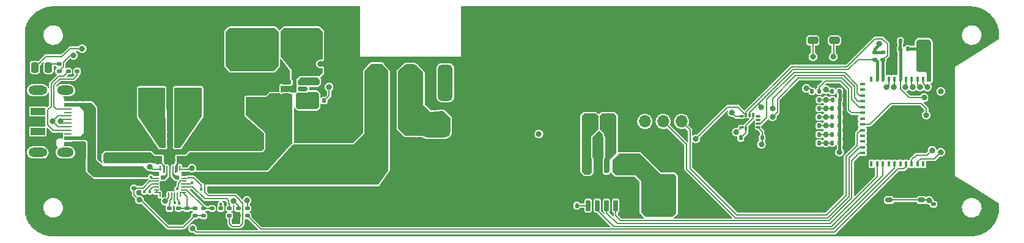
<source format=gbr>
%TF.GenerationSoftware,KiCad,Pcbnew,(7.0.0)*%
%TF.CreationDate,2023-05-08T11:18:25-04:00*%
%TF.ProjectId,AutoTiller,4175746f-5469-46c6-9c65-722e6b696361,rev?*%
%TF.SameCoordinates,Original*%
%TF.FileFunction,Copper,L1,Top*%
%TF.FilePolarity,Positive*%
%FSLAX46Y46*%
G04 Gerber Fmt 4.6, Leading zero omitted, Abs format (unit mm)*
G04 Created by KiCad (PCBNEW (7.0.0)) date 2023-05-08 11:18:25*
%MOMM*%
%LPD*%
G01*
G04 APERTURE LIST*
G04 Aperture macros list*
%AMRoundRect*
0 Rectangle with rounded corners*
0 $1 Rounding radius*
0 $2 $3 $4 $5 $6 $7 $8 $9 X,Y pos of 4 corners*
0 Add a 4 corners polygon primitive as box body*
4,1,4,$2,$3,$4,$5,$6,$7,$8,$9,$2,$3,0*
0 Add four circle primitives for the rounded corners*
1,1,$1+$1,$2,$3*
1,1,$1+$1,$4,$5*
1,1,$1+$1,$6,$7*
1,1,$1+$1,$8,$9*
0 Add four rect primitives between the rounded corners*
20,1,$1+$1,$2,$3,$4,$5,0*
20,1,$1+$1,$4,$5,$6,$7,0*
20,1,$1+$1,$6,$7,$8,$9,0*
20,1,$1+$1,$8,$9,$2,$3,0*%
G04 Aperture macros list end*
%TA.AperFunction,SMDPad,CuDef*%
%ADD10RoundRect,0.225000X-0.250000X0.225000X-0.250000X-0.225000X0.250000X-0.225000X0.250000X0.225000X0*%
%TD*%
%TA.AperFunction,SMDPad,CuDef*%
%ADD11RoundRect,0.140000X0.140000X0.170000X-0.140000X0.170000X-0.140000X-0.170000X0.140000X-0.170000X0*%
%TD*%
%TA.AperFunction,SMDPad,CuDef*%
%ADD12RoundRect,0.135000X-0.185000X0.135000X-0.185000X-0.135000X0.185000X-0.135000X0.185000X0.135000X0*%
%TD*%
%TA.AperFunction,SMDPad,CuDef*%
%ADD13RoundRect,0.087500X-0.225000X-0.087500X0.225000X-0.087500X0.225000X0.087500X-0.225000X0.087500X0*%
%TD*%
%TA.AperFunction,SMDPad,CuDef*%
%ADD14RoundRect,0.087500X-0.087500X-0.225000X0.087500X-0.225000X0.087500X0.225000X-0.087500X0.225000X0*%
%TD*%
%TA.AperFunction,SMDPad,CuDef*%
%ADD15RoundRect,0.135000X0.135000X0.185000X-0.135000X0.185000X-0.135000X-0.185000X0.135000X-0.185000X0*%
%TD*%
%TA.AperFunction,SMDPad,CuDef*%
%ADD16RoundRect,0.750000X-1.250000X0.750000X-1.250000X-0.750000X1.250000X-0.750000X1.250000X0.750000X0*%
%TD*%
%TA.AperFunction,SMDPad,CuDef*%
%ADD17RoundRect,0.135000X-0.135000X-0.185000X0.135000X-0.185000X0.135000X0.185000X-0.135000X0.185000X0*%
%TD*%
%TA.AperFunction,SMDPad,CuDef*%
%ADD18RoundRect,0.135000X0.185000X-0.135000X0.185000X0.135000X-0.185000X0.135000X-0.185000X-0.135000X0*%
%TD*%
%TA.AperFunction,SMDPad,CuDef*%
%ADD19RoundRect,0.140000X-0.140000X-0.170000X0.140000X-0.170000X0.140000X0.170000X-0.140000X0.170000X0*%
%TD*%
%TA.AperFunction,SMDPad,CuDef*%
%ADD20RoundRect,0.225000X0.250000X-0.225000X0.250000X0.225000X-0.250000X0.225000X-0.250000X-0.225000X0*%
%TD*%
%TA.AperFunction,SMDPad,CuDef*%
%ADD21RoundRect,0.140000X0.170000X-0.140000X0.170000X0.140000X-0.170000X0.140000X-0.170000X-0.140000X0*%
%TD*%
%TA.AperFunction,ComponentPad*%
%ADD22R,1.700000X1.700000*%
%TD*%
%TA.AperFunction,ComponentPad*%
%ADD23O,1.700000X1.700000*%
%TD*%
%TA.AperFunction,SMDPad,CuDef*%
%ADD24RoundRect,0.140000X-0.170000X0.140000X-0.170000X-0.140000X0.170000X-0.140000X0.170000X0.140000X0*%
%TD*%
%TA.AperFunction,SMDPad,CuDef*%
%ADD25RoundRect,0.150000X0.150000X-0.650000X0.150000X0.650000X-0.150000X0.650000X-0.150000X-0.650000X0*%
%TD*%
%TA.AperFunction,ComponentPad*%
%ADD26C,0.500000*%
%TD*%
%TA.AperFunction,SMDPad,CuDef*%
%ADD27R,3.100000X2.410000*%
%TD*%
%TA.AperFunction,SMDPad,CuDef*%
%ADD28RoundRect,0.250000X-0.250000X-0.475000X0.250000X-0.475000X0.250000X0.475000X-0.250000X0.475000X0*%
%TD*%
%TA.AperFunction,SMDPad,CuDef*%
%ADD29RoundRect,0.500000X-0.500000X-2.000000X0.500000X-2.000000X0.500000X2.000000X-0.500000X2.000000X0*%
%TD*%
%TA.AperFunction,SMDPad,CuDef*%
%ADD30RoundRect,0.175000X0.325000X0.175000X-0.325000X0.175000X-0.325000X-0.175000X0.325000X-0.175000X0*%
%TD*%
%TA.AperFunction,SMDPad,CuDef*%
%ADD31R,0.400000X0.800000*%
%TD*%
%TA.AperFunction,SMDPad,CuDef*%
%ADD32R,0.800000X0.400000*%
%TD*%
%TA.AperFunction,SMDPad,CuDef*%
%ADD33R,4.000000X4.000000*%
%TD*%
%TA.AperFunction,SMDPad,CuDef*%
%ADD34R,2.950000X3.500000*%
%TD*%
%TA.AperFunction,SMDPad,CuDef*%
%ADD35RoundRect,0.150000X-0.512500X-0.150000X0.512500X-0.150000X0.512500X0.150000X-0.512500X0.150000X0*%
%TD*%
%TA.AperFunction,SMDPad,CuDef*%
%ADD36RoundRect,0.250000X-0.475000X0.250000X-0.475000X-0.250000X0.475000X-0.250000X0.475000X0.250000X0*%
%TD*%
%TA.AperFunction,SMDPad,CuDef*%
%ADD37RoundRect,0.050000X-0.425000X-0.050000X0.425000X-0.050000X0.425000X0.050000X-0.425000X0.050000X0*%
%TD*%
%TA.AperFunction,SMDPad,CuDef*%
%ADD38RoundRect,0.050000X-0.050000X-0.300000X0.050000X-0.300000X0.050000X0.300000X-0.050000X0.300000X0*%
%TD*%
%TA.AperFunction,SMDPad,CuDef*%
%ADD39RoundRect,0.050000X-0.250000X-0.050000X0.250000X-0.050000X0.250000X0.050000X-0.250000X0.050000X0*%
%TD*%
%TA.AperFunction,SMDPad,CuDef*%
%ADD40RoundRect,0.050000X-0.400000X-0.050000X0.400000X-0.050000X0.400000X0.050000X-0.400000X0.050000X0*%
%TD*%
%TA.AperFunction,SMDPad,CuDef*%
%ADD41RoundRect,0.050000X-0.050000X-0.250000X0.050000X-0.250000X0.050000X0.250000X-0.050000X0.250000X0*%
%TD*%
%TA.AperFunction,SMDPad,CuDef*%
%ADD42RoundRect,0.050000X0.050000X-0.300000X0.050000X0.300000X-0.050000X0.300000X-0.050000X-0.300000X0*%
%TD*%
%TA.AperFunction,SMDPad,CuDef*%
%ADD43RoundRect,0.050000X-0.300000X-0.050000X0.300000X-0.050000X0.300000X0.050000X-0.300000X0.050000X0*%
%TD*%
%TA.AperFunction,SMDPad,CuDef*%
%ADD44RoundRect,0.050000X-0.275000X-0.050000X0.275000X-0.050000X0.275000X0.050000X-0.275000X0.050000X0*%
%TD*%
%TA.AperFunction,SMDPad,CuDef*%
%ADD45RoundRect,0.050000X-0.290000X-0.050000X0.290000X-0.050000X0.290000X0.050000X-0.290000X0.050000X0*%
%TD*%
%TA.AperFunction,SMDPad,CuDef*%
%ADD46RoundRect,0.050000X-0.050000X-0.450000X0.050000X-0.450000X0.050000X0.450000X-0.050000X0.450000X0*%
%TD*%
%TA.AperFunction,SMDPad,CuDef*%
%ADD47RoundRect,0.250000X0.550000X-1.500000X0.550000X1.500000X-0.550000X1.500000X-0.550000X-1.500000X0*%
%TD*%
%TA.AperFunction,SMDPad,CuDef*%
%ADD48R,2.000000X1.000000*%
%TD*%
%TA.AperFunction,SMDPad,CuDef*%
%ADD49R,1.000000X0.520000*%
%TD*%
%TA.AperFunction,SMDPad,CuDef*%
%ADD50R,1.000000X0.270000*%
%TD*%
%TA.AperFunction,ComponentPad*%
%ADD51O,2.300000X1.300000*%
%TD*%
%TA.AperFunction,ComponentPad*%
%ADD52O,2.600000X1.300000*%
%TD*%
%TA.AperFunction,ViaPad*%
%ADD53C,0.450000*%
%TD*%
%TA.AperFunction,ViaPad*%
%ADD54C,0.800000*%
%TD*%
%TA.AperFunction,Conductor*%
%ADD55C,0.200000*%
%TD*%
%TA.AperFunction,Conductor*%
%ADD56C,0.127000*%
%TD*%
%TA.AperFunction,Conductor*%
%ADD57C,0.250000*%
%TD*%
%TA.AperFunction,Conductor*%
%ADD58C,0.400000*%
%TD*%
G04 APERTURE END LIST*
D10*
%TO.P,C13,1*%
%TO.N,+3.3V*%
X120800000Y-108225000D03*
%TO.P,C13,2*%
%TO.N,GND*%
X120800000Y-109775000D03*
%TD*%
D11*
%TO.P,C20,1*%
%TO.N,TackR*%
X200080000Y-115400000D03*
%TO.P,C20,2*%
%TO.N,GND*%
X199120000Y-115400000D03*
%TD*%
D12*
%TO.P,R22,1*%
%TO.N,/BATP*%
X118400000Y-128090000D03*
%TO.P,R22,2*%
%TO.N,VBAT*%
X118400000Y-129110000D03*
%TD*%
D13*
%TO.P,LSM6DSMTR1,1,SA0*%
%TO.N,SAO*%
X189287500Y-115312500D03*
%TO.P,LSM6DSMTR1,2,SDx*%
%TO.N,GND*%
X189287500Y-115812500D03*
%TO.P,LSM6DSMTR1,3,SCx*%
X189287500Y-116312500D03*
%TO.P,LSM6DSMTR1,4,INT1*%
%TO.N,IMU_INT1*%
X189287500Y-116812500D03*
D14*
%TO.P,LSM6DSMTR1,5,VDDIO*%
%TO.N,Net-(LSM6DSMTR1-CS)*%
X189950000Y-116975000D03*
%TO.P,LSM6DSMTR1,6,GND*%
%TO.N,GND*%
X190450000Y-116975000D03*
%TO.P,LSM6DSMTR1,7,GND*%
X190950000Y-116975000D03*
D13*
%TO.P,LSM6DSMTR1,8,VDD*%
%TO.N,+3.3V*%
X191612500Y-116812500D03*
%TO.P,LSM6DSMTR1,9,INT2*%
%TO.N,IMU_INT2*%
X191612500Y-116312500D03*
%TO.P,LSM6DSMTR1,10,OCS_AUX*%
%TO.N,unconnected-(LSM6DSMTR1-OCS_AUX-Pad10)*%
X191612500Y-115812500D03*
%TO.P,LSM6DSMTR1,11,SDO_Aux*%
%TO.N,unconnected-(LSM6DSMTR1-SDO_Aux-Pad11)*%
X191612500Y-115312500D03*
D14*
%TO.P,LSM6DSMTR1,12,CS*%
%TO.N,Net-(LSM6DSMTR1-CS)*%
X190950000Y-115150000D03*
%TO.P,LSM6DSMTR1,13,SCL*%
%TO.N,SCL*%
X190450000Y-115150000D03*
%TO.P,LSM6DSMTR1,14,SDA*%
%TO.N,SDA*%
X189950000Y-115150000D03*
%TD*%
D15*
%TO.P,R24,1*%
%TO.N,+3.3V*%
X202900000Y-111800000D03*
%TO.P,R24,2*%
%TO.N,Net-(D1-A)*%
X201880000Y-111800000D03*
%TD*%
D11*
%TO.P,C16,1*%
%TO.N,-1*%
X200070000Y-119000000D03*
%TO.P,C16,2*%
%TO.N,GND*%
X199110000Y-119000000D03*
%TD*%
D15*
%TO.P,R10,1*%
%TO.N,+3.3V*%
X202910000Y-119000000D03*
%TO.P,R10,2*%
%TO.N,-1*%
X201890000Y-119000000D03*
%TD*%
D16*
%TO.P,BT1,1,+*%
%TO.N,Net-(BT1-+)*%
X147000000Y-116700000D03*
%TO.P,BT1,2,-*%
%TO.N,GND*%
X147000000Y-122700000D03*
%TD*%
D15*
%TO.P,R25,1*%
%TO.N,S_LED*%
X200100000Y-111800000D03*
%TO.P,R25,2*%
%TO.N,Net-(D2-A)*%
X199080000Y-111800000D03*
%TD*%
D17*
%TO.P,R2,1*%
%TO.N,GND*%
X165490000Y-127700000D03*
%TO.P,R2,2*%
%TO.N,Net-(DRV8251ADDAR1-IPROPI)*%
X166510000Y-127700000D03*
%TD*%
D18*
%TO.P,R17,1*%
%TO.N,REGN*%
X113600000Y-129110000D03*
%TO.P,R17,2*%
%TO.N,/TS*%
X113600000Y-128090000D03*
%TD*%
D19*
%TO.P,C7,1*%
%TO.N,+3.3V*%
X215220000Y-107200000D03*
%TO.P,C7,2*%
%TO.N,GND*%
X216180000Y-107200000D03*
%TD*%
D20*
%TO.P,C29,1*%
%TO.N,+12V*%
X114675000Y-121075000D03*
%TO.P,C29,2*%
%TO.N,GND*%
X114675000Y-119525000D03*
%TD*%
D21*
%TO.P,C37,1*%
%TO.N,REGN*%
X105175000Y-125280000D03*
%TO.P,C37,2*%
%TO.N,GND*%
X105175000Y-124320000D03*
%TD*%
D22*
%TO.P,U2,1,MVCC*%
%TO.N,/OUT1*%
X168319999Y-115999999D03*
D23*
%TO.P,U2,2,MGND*%
%TO.N,/OUT2*%
X170859999Y-115999999D03*
%TO.P,U2,3,ENC_GND*%
%TO.N,GND*%
X173399999Y-115999999D03*
%TO.P,U2,4,ENC_VCC*%
%TO.N,+3.3V*%
X175939999Y-115999999D03*
%TO.P,U2,5,ENC_A*%
%TO.N,ENC_A*%
X178479999Y-115999999D03*
%TO.P,U2,6,ENC_B*%
%TO.N,ENC_B*%
X181019999Y-115999999D03*
%TD*%
D24*
%TO.P,C23,1*%
%TO.N,VBUS*%
X106175000Y-123320000D03*
%TO.P,C23,2*%
%TO.N,GND*%
X106175000Y-124280000D03*
%TD*%
D15*
%TO.P,R12,1*%
%TO.N,+3.3V*%
X202910000Y-117800000D03*
%TO.P,R12,2*%
%TO.N,-15*%
X201890000Y-117800000D03*
%TD*%
D11*
%TO.P,C17,1*%
%TO.N,+15*%
X200080000Y-114200000D03*
%TO.P,C17,2*%
%TO.N,GND*%
X199120000Y-114200000D03*
%TD*%
D10*
%TO.P,C25,1*%
%TO.N,VBUS*%
X100812500Y-123025000D03*
%TO.P,C25,2*%
%TO.N,GND*%
X100812500Y-124575000D03*
%TD*%
D25*
%TO.P,DRV8251ADDAR1,1,IPROPI*%
%TO.N,Net-(DRV8251ADDAR1-IPROPI)*%
X168095000Y-127705000D03*
%TO.P,DRV8251ADDAR1,2,IN2*%
%TO.N,MC_IN2*%
X169365000Y-127705000D03*
%TO.P,DRV8251ADDAR1,3,IN1*%
%TO.N,MC_IN1*%
X170635000Y-127705000D03*
%TO.P,DRV8251ADDAR1,4,VREF*%
%TO.N,MC_VREF*%
X171905000Y-127705000D03*
%TO.P,DRV8251ADDAR1,5,VM*%
%TO.N,+12V*%
X171905000Y-122405000D03*
%TO.P,DRV8251ADDAR1,6,OUT2*%
%TO.N,/OUT2*%
X170635000Y-122405000D03*
%TO.P,DRV8251ADDAR1,7,GND*%
%TO.N,GND*%
X169365000Y-122405000D03*
%TO.P,DRV8251ADDAR1,8,OUT1*%
%TO.N,/OUT1*%
X168095000Y-122405000D03*
D26*
%TO.P,DRV8251ADDAR1,9,PAD*%
%TO.N,GND*%
X168700000Y-126010000D03*
X170000000Y-126010000D03*
X171300000Y-126010000D03*
D27*
X169999999Y-125054999D03*
D26*
X168700000Y-124100000D03*
X170000000Y-124100000D03*
X171300000Y-124100000D03*
%TD*%
D11*
%TO.P,C15,1*%
%TO.N,+1*%
X200090000Y-113000000D03*
%TO.P,C15,2*%
%TO.N,GND*%
X199130000Y-113000000D03*
%TD*%
D21*
%TO.P,C10,1*%
%TO.N,/BST*%
X130100000Y-110180000D03*
%TO.P,C10,2*%
%TO.N,/SW*%
X130100000Y-109220000D03*
%TD*%
D15*
%TO.P,R13,1*%
%TO.N,+3.3V*%
X202910000Y-116600000D03*
%TO.P,R13,2*%
%TO.N,TackL*%
X201890000Y-116600000D03*
%TD*%
D28*
%TO.P,D3,1,K*%
%TO.N,STAT*%
X91450000Y-108500000D03*
%TO.P,D3,2,A*%
%TO.N,Net-(D3-A)*%
X93350000Y-108500000D03*
%TD*%
D20*
%TO.P,C30,1*%
%TO.N,+12V*%
X118675000Y-121075000D03*
%TO.P,C30,2*%
%TO.N,GND*%
X118675000Y-119525000D03*
%TD*%
D15*
%TO.P,R9,1*%
%TO.N,+3.3V*%
X202920000Y-113000000D03*
%TO.P,R9,2*%
%TO.N,+1*%
X201900000Y-113000000D03*
%TD*%
D18*
%TO.P,R21,1*%
%TO.N,Net-(J1-CC1)*%
X97300000Y-109010000D03*
%TO.P,R21,2*%
%TO.N,GND*%
X97300000Y-107990000D03*
%TD*%
D29*
%TO.P,SW1,1,A*%
%TO.N,VBAT*%
X138700000Y-110612500D03*
%TO.P,SW1,2,B*%
%TO.N,Net-(BT1-+)*%
X143450000Y-110562500D03*
%TO.P,SW1,3,C*%
%TO.N,unconnected-(SW1A-C-Pad3)*%
X148300000Y-110612500D03*
%TD*%
D10*
%TO.P,C26,1*%
%TO.N,VBUS*%
X102675000Y-123025000D03*
%TO.P,C26,2*%
%TO.N,GND*%
X102675000Y-124575000D03*
%TD*%
D30*
%TO.P,SW8,1,1*%
%TO.N,GND*%
X214250000Y-129075000D03*
X209750000Y-129075000D03*
%TO.P,SW8,2,2*%
%TO.N,ESP_EN*%
X214250000Y-126925000D03*
X209750000Y-126925000D03*
%TD*%
D12*
%TO.P,R15,1*%
%TO.N,/ILIM_HIZ*%
X114800000Y-128090000D03*
%TO.P,R15,2*%
%TO.N,REGN*%
X114800000Y-129110000D03*
%TD*%
D31*
%TO.P,IC1,1,GND_1*%
%TO.N,GND*%
X216899999Y-110099999D03*
%TO.P,IC1,2,GND_2*%
X216099999Y-110099999D03*
%TO.P,IC1,3,3V3*%
%TO.N,+3.3V*%
X215299999Y-110099999D03*
%TO.P,IC1,4,I36*%
%TO.N,-1*%
X214499999Y-110099999D03*
%TO.P,IC1,5,I37*%
%TO.N,-15*%
X213699999Y-110099999D03*
%TO.P,IC1,6,I38*%
%TO.N,TackL*%
X212899999Y-110099999D03*
%TO.P,IC1,7,I39*%
%TO.N,TackR*%
X212099999Y-110099999D03*
%TO.P,IC1,8,EN*%
%TO.N,ESP_EN*%
X211299999Y-110099999D03*
%TO.P,IC1,9,I34*%
%TO.N,+15*%
X210499999Y-110099999D03*
%TO.P,IC1,10,I35*%
%TO.N,+1*%
X209699999Y-110099999D03*
%TO.P,IC1,11,IO32*%
%TO.N,SDA*%
X208899999Y-110099999D03*
%TO.P,IC1,12,IO33*%
%TO.N,SCL*%
X208099999Y-110099999D03*
%TO.P,IC1,13,IO25*%
%TO.N,unconnected-(IC1-IO25-Pad13)*%
X207299999Y-110099999D03*
D32*
%TO.P,IC1,14,IO26*%
%TO.N,unconnected-(IC1-IO26-Pad14)*%
X206049999Y-110799999D03*
%TO.P,IC1,15,IO27*%
%TO.N,unconnected-(IC1-IO27-Pad15)*%
X206049999Y-111599999D03*
%TO.P,IC1,16,IO14*%
%TO.N,IMU_INT2*%
X206049999Y-112399999D03*
%TO.P,IC1,17,IO12*%
%TO.N,SAO*%
X206049999Y-113199999D03*
%TO.P,IC1,18,IO13*%
%TO.N,IMU_INT1*%
X206049999Y-113999999D03*
%TO.P,IC1,19,IO15*%
%TO.N,S_LED*%
X206049999Y-114799999D03*
%TO.P,IC1,20,IO2*%
%TO.N,unconnected-(IC1-IO2-Pad20)*%
X206049999Y-115599999D03*
%TO.P,IC1,21,IO0*%
%TO.N,ESP_IO0*%
X206049999Y-116399999D03*
%TO.P,IC1,22,IO4*%
%TO.N,ENC_B*%
X206049999Y-117199999D03*
%TO.P,IC1,23,NC*%
%TO.N,unconnected-(IC1-NC-Pad23)*%
X206049999Y-117999999D03*
%TO.P,IC1,24,NC*%
%TO.N,unconnected-(IC1-NC-Pad24)*%
X206049999Y-118799999D03*
%TO.P,IC1,25,IO9*%
%TO.N,ENC_A*%
X206049999Y-119599999D03*
%TO.P,IC1,26,IO10*%
%TO.N,MC_VREF*%
X206049999Y-120399999D03*
%TO.P,IC1,27,GND*%
%TO.N,GND*%
X206049999Y-121199999D03*
D31*
%TO.P,IC1,28,NC*%
%TO.N,unconnected-(IC1-NC-Pad28)*%
X207299999Y-121899999D03*
%TO.P,IC1,29,IO5*%
%TO.N,MC_IN1*%
X208099999Y-121899999D03*
%TO.P,IC1,30,IO18*%
%TO.N,MC_IN2*%
X208899999Y-121899999D03*
%TO.P,IC1,31,IO23*%
%TO.N,unconnected-(IC1-IO23-Pad31)*%
X209699999Y-121899999D03*
%TO.P,IC1,32,IO19*%
%TO.N,BC_INT*%
X210499999Y-121899999D03*
%TO.P,IC1,33,IO22*%
%TO.N,unconnected-(IC1-IO22-Pad33)*%
X211299999Y-121899999D03*
%TO.P,IC1,34,IO21*%
%TO.N,QON*%
X212099999Y-121899999D03*
%TO.P,IC1,35,RXD0*%
%TO.N,ESP_RXD*%
X212899999Y-121899999D03*
%TO.P,IC1,36,TXD0*%
%TO.N,ESP_TXD*%
X213699999Y-121899999D03*
%TO.P,IC1,37,NC*%
%TO.N,unconnected-(IC1-NC-Pad37)*%
X214499999Y-121899999D03*
%TO.P,IC1,38,GND*%
%TO.N,GND*%
X215299999Y-121899999D03*
%TO.P,IC1,39,GND*%
X216099999Y-121899999D03*
%TO.P,IC1,40,GND*%
X216899999Y-121899999D03*
D32*
%TO.P,IC1,41,GND*%
X218149999Y-121199999D03*
%TO.P,IC1,42,GND*%
X218149999Y-120399999D03*
%TO.P,IC1,43,GND*%
X218149999Y-119599999D03*
%TO.P,IC1,44,GND*%
X218149999Y-118799999D03*
%TO.P,IC1,45,GND*%
X218149999Y-117999999D03*
%TO.P,IC1,46,GND*%
X218149999Y-117199999D03*
%TO.P,IC1,47,GND*%
X218149999Y-116399999D03*
%TO.P,IC1,48,GND*%
X218149999Y-115599999D03*
%TO.P,IC1,49,GND*%
X218149999Y-114799999D03*
%TO.P,IC1,50,GND*%
X218149999Y-113999999D03*
%TO.P,IC1,51,GND*%
X218149999Y-113199999D03*
%TO.P,IC1,52,GND*%
X218149999Y-112399999D03*
%TO.P,IC1,53,GND*%
X218149999Y-111599999D03*
%TO.P,IC1,54,GND*%
X218149999Y-110799999D03*
D33*
%TO.P,IC1,55,GND*%
X212099999Y-115999999D03*
%TD*%
D34*
%TO.P,L3,1*%
%TO.N,/SW2*%
X112899999Y-113299999D03*
%TO.P,L3,2*%
%TO.N,/SW1*%
X107449999Y-113299999D03*
%TD*%
D24*
%TO.P,C38,1*%
%TO.N,ESP_EN*%
X215900000Y-127520000D03*
%TO.P,C38,2*%
%TO.N,GND*%
X215900000Y-128480000D03*
%TD*%
D12*
%TO.P,R6,1*%
%TO.N,+3.3V*%
X207800000Y-106390000D03*
%TO.P,R6,2*%
%TO.N,SCL*%
X207800000Y-107410000D03*
%TD*%
D35*
%TO.P,U3,1,GND*%
%TO.N,GND*%
X126287500Y-110550000D03*
%TO.P,U3,2,SW*%
%TO.N,/SW*%
X126287500Y-111500000D03*
%TO.P,U3,3,VIN*%
%TO.N,+12V*%
X126287500Y-112450000D03*
%TO.P,U3,4,FB*%
%TO.N,/FB*%
X128562500Y-112450000D03*
%TO.P,U3,5,EN*%
%TO.N,5V_EN*%
X128562500Y-111500000D03*
%TO.P,U3,6,BST*%
%TO.N,/BST*%
X128562500Y-110550000D03*
%TD*%
D11*
%TO.P,C27,1*%
%TO.N,+12V*%
X111580000Y-121300000D03*
%TO.P,C27,2*%
%TO.N,GND*%
X110620000Y-121300000D03*
%TD*%
D20*
%TO.P,C31,1*%
%TO.N,+12V*%
X120675000Y-121075000D03*
%TO.P,C31,2*%
%TO.N,GND*%
X120675000Y-119525000D03*
%TD*%
%TO.P,C41,1*%
%TO.N,/PMID*%
X105675000Y-121075000D03*
%TO.P,C41,2*%
%TO.N,GND*%
X105675000Y-119525000D03*
%TD*%
%TO.P,C42,1*%
%TO.N,/PMID*%
X103675000Y-121075000D03*
%TO.P,C42,2*%
%TO.N,GND*%
X103675000Y-119525000D03*
%TD*%
D24*
%TO.P,C24,1*%
%TO.N,VBUS*%
X104175000Y-123320000D03*
%TO.P,C24,2*%
%TO.N,GND*%
X104175000Y-124280000D03*
%TD*%
D15*
%TO.P,R14,1*%
%TO.N,+3.3V*%
X202910000Y-115400000D03*
%TO.P,R14,2*%
%TO.N,TackR*%
X201890000Y-115400000D03*
%TD*%
D12*
%TO.P,R8,1*%
%TO.N,/FB*%
X129425000Y-113990000D03*
%TO.P,R8,2*%
%TO.N,GND*%
X129425000Y-115010000D03*
%TD*%
D11*
%TO.P,C21,1*%
%TO.N,+3.3V*%
X192180000Y-118300000D03*
%TO.P,C21,2*%
%TO.N,GND*%
X191220000Y-118300000D03*
%TD*%
D18*
%TO.P,R27,1*%
%TO.N,GND*%
X110100000Y-129110000D03*
%TO.P,R27,2*%
%TO.N,/CE*%
X110100000Y-128090000D03*
%TD*%
%TO.P,R28,1*%
%TO.N,BC_INT*%
X120900000Y-129110000D03*
%TO.P,R28,2*%
%TO.N,/INT*%
X120900000Y-128090000D03*
%TD*%
D19*
%TO.P,C22,1*%
%TO.N,Net-(LSM6DSMTR1-CS)*%
X189220000Y-118300000D03*
%TO.P,C22,2*%
%TO.N,GND*%
X190180000Y-118300000D03*
%TD*%
D12*
%TO.P,R18,1*%
%TO.N,/TS*%
X111325000Y-128080000D03*
%TO.P,R18,2*%
%TO.N,GND*%
X111325000Y-129100000D03*
%TD*%
D15*
%TO.P,R7,1*%
%TO.N,+3.3V*%
X131510000Y-113100000D03*
%TO.P,R7,2*%
%TO.N,/FB*%
X130490000Y-113100000D03*
%TD*%
D10*
%TO.P,C36,1*%
%TO.N,VBAT*%
X115925000Y-124025000D03*
%TO.P,C36,2*%
%TO.N,GND*%
X115925000Y-125575000D03*
%TD*%
%TO.P,C35,1*%
%TO.N,VBAT*%
X117675000Y-124025000D03*
%TO.P,C35,2*%
%TO.N,GND*%
X117675000Y-125575000D03*
%TD*%
%TO.P,C12,1*%
%TO.N,+3.3V*%
X119100000Y-108225000D03*
%TO.P,C12,2*%
%TO.N,GND*%
X119100000Y-109775000D03*
%TD*%
D24*
%TO.P,C5,1*%
%TO.N,+12V*%
X173600000Y-123220000D03*
%TO.P,C5,2*%
%TO.N,GND*%
X173600000Y-124180000D03*
%TD*%
D12*
%TO.P,R5,1*%
%TO.N,+3.3V*%
X208900000Y-106400000D03*
%TO.P,R5,2*%
%TO.N,SDA*%
X208900000Y-107420000D03*
%TD*%
D36*
%TO.P,D2,1,K*%
%TO.N,GND*%
X199190000Y-102850000D03*
%TO.P,D2,2,A*%
%TO.N,Net-(D2-A)*%
X199190000Y-104750000D03*
%TD*%
D19*
%TO.P,C8,1*%
%TO.N,+3.3V*%
X215220000Y-106000000D03*
%TO.P,C8,2*%
%TO.N,GND*%
X216180000Y-106000000D03*
%TD*%
D12*
%TO.P,R16,1*%
%TO.N,/ILIM_HIZ*%
X116000000Y-128090000D03*
%TO.P,R16,2*%
%TO.N,GND*%
X116000000Y-129110000D03*
%TD*%
D20*
%TO.P,C28,1*%
%TO.N,+12V*%
X116675000Y-121075000D03*
%TO.P,C28,2*%
%TO.N,GND*%
X116675000Y-119525000D03*
%TD*%
D34*
%TO.P,L2,1*%
%TO.N,/SW*%
X128024999Y-104999999D03*
%TO.P,L2,2*%
%TO.N,+3.3V*%
X122574999Y-104999999D03*
%TD*%
D20*
%TO.P,C11,1*%
%TO.N,+12V*%
X121425000Y-113275000D03*
%TO.P,C11,2*%
%TO.N,GND*%
X121425000Y-111725000D03*
%TD*%
D18*
%TO.P,R26,1*%
%TO.N,REGN*%
X94800000Y-109010000D03*
%TO.P,R26,2*%
%TO.N,Net-(D3-A)*%
X94800000Y-107990000D03*
%TD*%
D15*
%TO.P,R11,1*%
%TO.N,+3.3V*%
X202910000Y-114200000D03*
%TO.P,R11,2*%
%TO.N,+15*%
X201890000Y-114200000D03*
%TD*%
D20*
%TO.P,C43,1*%
%TO.N,/PMID*%
X101675000Y-121075000D03*
%TO.P,C43,2*%
%TO.N,GND*%
X101675000Y-119525000D03*
%TD*%
D24*
%TO.P,C39,1*%
%TO.N,/SDRV*%
X117200000Y-128120000D03*
%TO.P,C39,2*%
%TO.N,GND*%
X117200000Y-129080000D03*
%TD*%
D19*
%TO.P,C40,1*%
%TO.N,/PMID*%
X108640000Y-121300000D03*
%TO.P,C40,2*%
%TO.N,GND*%
X109600000Y-121300000D03*
%TD*%
D12*
%TO.P,R19,1*%
%TO.N,/TS*%
X112500000Y-128090000D03*
%TO.P,R19,2*%
%TO.N,GND*%
X112500000Y-129110000D03*
%TD*%
D11*
%TO.P,C18,1*%
%TO.N,-15*%
X200080000Y-117800000D03*
%TO.P,C18,2*%
%TO.N,GND*%
X199120000Y-117800000D03*
%TD*%
D37*
%TO.P,BQ25792RQMR1,1,STAT*%
%TO.N,STAT*%
X108450000Y-122700000D03*
D38*
X108825000Y-122450000D03*
D39*
%TO.P,BQ25792RQMR1,2,VBUS*%
%TO.N,VBUS*%
X108275000Y-123100000D03*
%TO.P,BQ25792RQMR1,3,VBUS*%
X108275000Y-123500000D03*
%TO.P,BQ25792RQMR1,4,BTST1*%
%TO.N,/BTST1*%
X108275000Y-123900000D03*
%TO.P,BQ25792RQMR1,5,REGN*%
%TO.N,REGN*%
X108275000Y-124300000D03*
%TO.P,BQ25792RQMR1,6,D+*%
%TO.N,D+*%
X108275000Y-124700000D03*
%TO.P,BQ25792RQMR1,7,D-*%
%TO.N,D-*%
X108275000Y-125100000D03*
%TO.P,BQ25792RQMR1,8,VAC2*%
%TO.N,/VAC*%
X108275000Y-125500000D03*
D40*
%TO.P,BQ25792RQMR1,9,VAC1*%
X108425000Y-125900000D03*
D38*
X108775000Y-126150000D03*
D41*
%TO.P,BQ25792RQMR1,10,ACDRV2*%
%TO.N,GND*%
X109175000Y-126200000D03*
%TO.P,BQ25792RQMR1,11,ACDRV1*%
X109575000Y-126200000D03*
%TO.P,BQ25792RQMR1,12,nQON*%
%TO.N,QON*%
X109975000Y-126200000D03*
%TO.P,BQ25792RQMR1,13,CE*%
%TO.N,/CE*%
X110375000Y-126200000D03*
%TO.P,BQ25792RQMR1,14,SCL*%
%TO.N,SCL*%
X110775000Y-126200000D03*
%TO.P,BQ25792RQMR1,15,SDA*%
%TO.N,SDA*%
X111175000Y-126200000D03*
D42*
%TO.P,BQ25792RQMR1,16,TS*%
%TO.N,/TS*%
X111575000Y-126150000D03*
D40*
X111925000Y-125900000D03*
D43*
%TO.P,BQ25792RQMR1,17,ILIM_HIZ*%
%TO.N,/ILIM_HIZ*%
X112025000Y-125500000D03*
D44*
%TO.P,BQ25792RQMR1,18,BATP*%
%TO.N,/BATP*%
X112050000Y-125100000D03*
D45*
%TO.P,BQ25792RQMR1,19,BTST2*%
%TO.N,/BTST2*%
X112037500Y-124700000D03*
D39*
%TO.P,BQ25792RQMR1,20,PROG*%
%TO.N,/PROG*%
X112075000Y-124300000D03*
%TO.P,BQ25792RQMR1,21,INT*%
%TO.N,/INT*%
X112075000Y-123900000D03*
%TO.P,BQ25792RQMR1,22,BAT*%
%TO.N,VBAT*%
X112075000Y-123500000D03*
%TO.P,BQ25792RQMR1,23,BAT*%
X112075000Y-123100000D03*
D38*
%TO.P,BQ25792RQMR1,24,SDRV*%
%TO.N,/SDRV*%
X111525000Y-122450000D03*
D37*
X111900000Y-122700000D03*
D46*
%TO.P,BQ25792RQMR1,25,SYS*%
%TO.N,+12V*%
X110975000Y-122700000D03*
%TO.P,BQ25792RQMR1,26,SW2*%
%TO.N,/SW2*%
X110575000Y-122700000D03*
%TO.P,BQ25792RQMR1,27,GND*%
%TO.N,GND*%
X110175000Y-122700000D03*
%TO.P,BQ25792RQMR1,28,SW1*%
%TO.N,/SW1*%
X109775000Y-122700000D03*
%TO.P,BQ25792RQMR1,29,PMID*%
%TO.N,/PMID*%
X109375000Y-122700000D03*
%TD*%
D36*
%TO.P,D1,1,K*%
%TO.N,GND*%
X202200000Y-102850000D03*
%TO.P,D1,2,A*%
%TO.N,Net-(D1-A)*%
X202200000Y-104750000D03*
%TD*%
D11*
%TO.P,C19,1*%
%TO.N,TackL*%
X200080000Y-116600000D03*
%TO.P,C19,2*%
%TO.N,GND*%
X199120000Y-116600000D03*
%TD*%
D20*
%TO.P,C32,1*%
%TO.N,+12V*%
X122675000Y-121075000D03*
%TO.P,C32,2*%
%TO.N,GND*%
X122675000Y-119525000D03*
%TD*%
D18*
%TO.P,R20,1*%
%TO.N,Net-(J1-CC2)*%
X96100000Y-109020000D03*
%TO.P,R20,2*%
%TO.N,GND*%
X96100000Y-108000000D03*
%TD*%
D15*
%TO.P,R4,1*%
%TO.N,+3.3V*%
X212310000Y-105900000D03*
%TO.P,R4,2*%
%TO.N,ESP_EN*%
X211290000Y-105900000D03*
%TD*%
D19*
%TO.P,C9,1*%
%TO.N,ESP_EN*%
X211320000Y-104800000D03*
%TO.P,C9,2*%
%TO.N,GND*%
X212280000Y-104800000D03*
%TD*%
D12*
%TO.P,R23,1*%
%TO.N,/PROG*%
X119600000Y-128090000D03*
%TO.P,R23,2*%
%TO.N,GND*%
X119600000Y-129110000D03*
%TD*%
D47*
%TO.P,C6,1*%
%TO.N,+12V*%
X178800000Y-125500000D03*
%TO.P,C6,2*%
%TO.N,GND*%
X178800000Y-119900000D03*
%TD*%
D48*
%TO.P,J1,*%
%TO.N,*%
X91849999Y-114599999D03*
X91849999Y-117399999D03*
D49*
%TO.P,J1,A1,GND*%
%TO.N,GND*%
X96049999Y-112899999D03*
%TO.P,J1,A4,VBUS*%
%TO.N,VBUS*%
X96049999Y-113649999D03*
D50*
%TO.P,J1,A5,CC1*%
%TO.N,Net-(J1-CC1)*%
X96049999Y-114249999D03*
%TO.P,J1,A6,D+*%
%TO.N,D+*%
X96049999Y-115749999D03*
%TO.P,J1,A7,D-*%
%TO.N,D-*%
X96049999Y-116749999D03*
%TO.P,J1,A8,SBU1*%
%TO.N,unconnected-(J1-SBU1-PadA8)*%
X96049999Y-117749999D03*
D49*
%TO.P,J1,A9,VBUS*%
%TO.N,VBUS*%
X96049999Y-118349999D03*
%TO.P,J1,A12,GND*%
%TO.N,GND*%
X96049999Y-119099999D03*
%TO.P,J1,B1,GND*%
X96049999Y-119099999D03*
%TO.P,J1,B4,VBUS*%
%TO.N,VBUS*%
X96049999Y-118349999D03*
D50*
%TO.P,J1,B5,CC2*%
%TO.N,Net-(J1-CC2)*%
X96049999Y-117249999D03*
%TO.P,J1,B6,D+*%
%TO.N,D+*%
X96049999Y-116249999D03*
%TO.P,J1,B7,D-*%
%TO.N,D-*%
X96049999Y-115249999D03*
%TO.P,J1,B8,SBU2*%
%TO.N,unconnected-(J1-SBU2-PadB8)*%
X96049999Y-114749999D03*
D49*
%TO.P,J1,B9,VBUS*%
%TO.N,VBUS*%
X96049999Y-113649999D03*
%TO.P,J1,B12,GND*%
%TO.N,GND*%
X96049999Y-112899999D03*
D51*
%TO.P,J1,S1,SHIELD*%
%TO.N,unconnected-(J1-SHIELD-PadS1)*%
X95674999Y-111679999D03*
D52*
X91849999Y-111679999D03*
D51*
X95674999Y-120319999D03*
D52*
X91849999Y-120319999D03*
%TD*%
D53*
%TO.N,/SDRV*%
X117200000Y-127500000D03*
%TO.N,SDA*%
X111443850Y-127385500D03*
%TO.N,SCL*%
X110800000Y-127300000D03*
%TO.N,D+*%
X106600000Y-125800000D03*
%TO.N,D-*%
X107400000Y-125800000D03*
%TO.N,/BTST1*%
X107500000Y-123775500D03*
%TO.N,/SW1*%
X109087500Y-123887500D03*
X109500000Y-123700000D03*
%TO.N,/SW2*%
X110875000Y-123700000D03*
X111300000Y-123900000D03*
%TO.N,/BTST2*%
X113200000Y-124500000D03*
%TO.N,/PROG*%
X111200000Y-125400000D03*
%TO.N,GND*%
X119300000Y-129900000D03*
D54*
%TO.N,STAT*%
X98000000Y-105900000D03*
X107396772Y-122298053D03*
%TO.N,D+*%
X95000000Y-116000000D03*
%TO.N,D-*%
X93900000Y-116000000D03*
%TO.N,GND*%
X117000000Y-118000000D03*
X150500000Y-122000000D03*
X97200000Y-119200000D03*
X97200000Y-112800000D03*
X145500000Y-120000000D03*
X119000000Y-118000000D03*
X98100000Y-112800000D03*
X118000000Y-117000000D03*
X190000000Y-108200000D03*
X169800000Y-119900000D03*
X98100000Y-119200000D03*
X109180083Y-124723713D03*
X119000000Y-125500000D03*
X161200000Y-128300000D03*
X211200000Y-116600000D03*
X169800000Y-118900000D03*
X212075000Y-129075000D03*
X98100000Y-121000000D03*
X217300000Y-106600000D03*
X218100000Y-107100000D03*
X211900000Y-103500000D03*
X146500000Y-120000000D03*
X133400000Y-111300000D03*
X148500000Y-120000000D03*
X149000000Y-119000000D03*
X215800000Y-112200000D03*
X150500000Y-120000000D03*
X98100000Y-120100000D03*
X115000000Y-118000000D03*
X121000000Y-125500000D03*
X218100000Y-106200000D03*
X98100000Y-111000000D03*
X211200000Y-115200000D03*
X150000000Y-119000000D03*
X161000000Y-108300000D03*
X190700000Y-119100000D03*
X122000000Y-125500000D03*
X120000000Y-117000000D03*
X161250000Y-116500000D03*
X109975000Y-125200000D03*
X150000000Y-121000000D03*
X120000000Y-125500000D03*
X169100000Y-120400000D03*
X217300000Y-105700000D03*
X146000000Y-119000000D03*
X149500000Y-122000000D03*
X149500000Y-120000000D03*
X121000000Y-118000000D03*
X149000000Y-121000000D03*
X217300000Y-107500000D03*
X147500000Y-120000000D03*
X150000000Y-123000000D03*
X200700000Y-102900000D03*
X98100000Y-111900000D03*
X218100000Y-105300000D03*
X108500000Y-128041911D03*
X169800000Y-120900000D03*
X199100000Y-120300000D03*
X212600000Y-116600000D03*
X110662717Y-124681346D03*
X156370000Y-117190000D03*
X169100000Y-118400000D03*
X147000000Y-119000000D03*
X131100000Y-128300000D03*
X131000000Y-108000000D03*
X190000000Y-128000000D03*
X212600000Y-115200000D03*
X109200000Y-128600000D03*
X169100000Y-119400000D03*
X148000000Y-119000000D03*
X217300000Y-108400000D03*
X218100000Y-108000000D03*
%TO.N,QON*%
X113300000Y-130900000D03*
X109500000Y-127100000D03*
%TO.N,SCL*%
X192000000Y-114000000D03*
%TO.N,SDA*%
X183000000Y-118400000D03*
%TO.N,+12V*%
X179600000Y-128000000D03*
X122800000Y-114100000D03*
X178000000Y-128800000D03*
X176300000Y-127900000D03*
X123600000Y-115400000D03*
X178500000Y-128000000D03*
X179100000Y-128800000D03*
X122800000Y-115000000D03*
X123600000Y-113600000D03*
X122800000Y-115900000D03*
X176900000Y-128800000D03*
X123600000Y-114500000D03*
X122800000Y-113200000D03*
X177400000Y-127900000D03*
X123600000Y-116300000D03*
%TO.N,ESP_EN*%
X215300000Y-127000000D03*
X214600000Y-112700000D03*
%TO.N,+3.3V*%
X192080000Y-119180000D03*
X214000000Y-105200000D03*
X119500000Y-103500000D03*
X214500000Y-108600000D03*
X118500000Y-106500000D03*
X118500000Y-105000000D03*
X208400000Y-105200000D03*
X132200000Y-111200000D03*
X119000000Y-104250000D03*
X120000000Y-105750000D03*
X215000000Y-107900000D03*
X119000000Y-105750000D03*
X118500000Y-103500000D03*
X119500000Y-105000000D03*
X214000000Y-106100000D03*
X202900000Y-120300000D03*
X161250000Y-117750000D03*
X119500000Y-106500000D03*
X216900000Y-111800000D03*
X214000000Y-107900000D03*
X120000000Y-104250000D03*
X214000000Y-107000000D03*
%TO.N,+1*%
X201000000Y-113000000D03*
X209383089Y-111213494D03*
%TO.N,-1*%
X201000000Y-119000000D03*
X215047595Y-111196907D03*
%TO.N,+15*%
X210399500Y-111199570D03*
X201000000Y-114200000D03*
%TO.N,-15*%
X201000000Y-117800000D03*
X214049503Y-111250000D03*
%TO.N,TackL*%
X201000000Y-116600000D03*
X213050000Y-111250000D03*
%TO.N,TackR*%
X212050000Y-111250000D03*
X201000000Y-115400000D03*
%TO.N,Net-(D1-A)*%
X202000000Y-107000000D03*
X201000000Y-111600000D03*
%TO.N,Net-(D2-A)*%
X199200000Y-107000000D03*
X198300000Y-111400000D03*
%TO.N,IMU_INT1*%
X188599500Y-117500000D03*
X193600000Y-115400000D03*
%TO.N,ESP_IO0*%
X214900000Y-115100000D03*
%TO.N,SAO*%
X188000000Y-114800000D03*
X193600000Y-114200000D03*
%TO.N,ESP_RXD*%
X215700000Y-120000000D03*
%TO.N,ESP_TXD*%
X216900000Y-120300000D03*
D53*
%TO.N,/INT*%
X114462000Y-125438000D03*
D54*
X120800000Y-127000000D03*
%TO.N,/SW2*%
X111175000Y-119300000D03*
X111175000Y-117500000D03*
X111175000Y-118400000D03*
%TO.N,REGN*%
X105900000Y-126900000D03*
X96800000Y-106800000D03*
%TO.N,/PROG*%
X119000000Y-127100000D03*
%TO.N,/SW1*%
X109175000Y-119300000D03*
X109175000Y-117500000D03*
X109175000Y-118400000D03*
%TO.N,/SDRV*%
X113200000Y-122500000D03*
%TD*%
D55*
%TO.N,/SW1*%
X109512500Y-123687500D02*
X109600000Y-123687500D01*
X109475000Y-123700000D02*
X109375000Y-123800000D01*
X109500000Y-123700000D02*
X109512500Y-123687500D01*
X109500000Y-123700000D02*
X109475000Y-123700000D01*
%TO.N,/SW2*%
X110775000Y-123600000D02*
X110875000Y-123700000D01*
X110675000Y-123600000D02*
X110775000Y-123600000D01*
%TO.N,SDA*%
X111443850Y-127107453D02*
X111175000Y-126838603D01*
X111175000Y-126838603D02*
X111175000Y-126200000D01*
X111443850Y-127385500D02*
X111443850Y-127107453D01*
X111420544Y-127385500D02*
X111443850Y-127385500D01*
%TO.N,SCL*%
X110800000Y-127300000D02*
X110724500Y-127204998D01*
%TO.N,/BTST1*%
X107624500Y-123900000D02*
X108275000Y-123900000D01*
X107500000Y-123775500D02*
X107624500Y-123900000D01*
D56*
%TO.N,/PROG*%
X111200000Y-125400000D02*
X111250123Y-125032271D01*
D57*
%TO.N,GND*%
X119300000Y-129410000D02*
X119600000Y-129110000D01*
X119300000Y-129900000D02*
X119300000Y-129410000D01*
D55*
%TO.N,STAT*%
X92950000Y-107000000D02*
X94000000Y-107000000D01*
X94000000Y-107000000D02*
X95200000Y-107000000D01*
X95500000Y-106700000D02*
X96300000Y-105900000D01*
X91450000Y-108500000D02*
X92950000Y-107000000D01*
X96300000Y-105900000D02*
X98000000Y-105900000D01*
X107396772Y-122298053D02*
X107798719Y-122700000D01*
X95200000Y-107000000D02*
X95500000Y-106700000D01*
X107798719Y-122700000D02*
X108450000Y-122700000D01*
%TO.N,D+*%
X95100000Y-116100000D02*
X95200000Y-116000000D01*
X95200000Y-116000000D02*
X95000000Y-116000000D01*
X107634314Y-124700000D02*
X106600000Y-125734314D01*
X95250000Y-116250000D02*
X95000000Y-116000000D01*
X106600000Y-125734314D02*
X106600000Y-125800000D01*
X95000000Y-116000000D02*
X95000000Y-116200000D01*
X96050000Y-115750000D02*
X95250000Y-115750000D01*
X96050000Y-116250000D02*
X95250000Y-116250000D01*
X95250000Y-115750000D02*
X95000000Y-116000000D01*
X107634314Y-124700000D02*
X108275000Y-124700000D01*
%TO.N,D-*%
X94650000Y-116750000D02*
X93900000Y-116000000D01*
X107400000Y-125800000D02*
X107400000Y-125500000D01*
X107400000Y-125500000D02*
X107800000Y-125100000D01*
X94650000Y-115250000D02*
X93900000Y-116000000D01*
X96050000Y-116750000D02*
X94650000Y-116750000D01*
X96050000Y-115250000D02*
X94650000Y-115250000D01*
X107800000Y-125100000D02*
X108275000Y-125100000D01*
%TO.N,GND*%
X214250000Y-129075000D02*
X215305000Y-129075000D01*
D58*
X199130000Y-114190000D02*
X199120000Y-114200000D01*
X199120000Y-115400000D02*
X199120000Y-116600000D01*
D55*
X190450000Y-116975000D02*
X190700000Y-116975000D01*
X109575000Y-125600000D02*
X109975000Y-125200000D01*
X187900000Y-117000000D02*
X187900000Y-118400000D01*
X161300000Y-128400000D02*
X161200000Y-128300000D01*
D58*
X199100000Y-119010000D02*
X199110000Y-119000000D01*
D55*
X189287500Y-115812500D02*
X189287500Y-116312500D01*
X133400000Y-112145183D02*
X133400000Y-111300000D01*
X202200000Y-102850000D02*
X200750000Y-102850000D01*
X165490000Y-127700000D02*
X165490000Y-127710000D01*
D58*
X215300000Y-121900000D02*
X217450000Y-121900000D01*
D55*
X189287500Y-116312500D02*
X188587500Y-116312500D01*
X190700000Y-119100000D02*
X190700000Y-119200000D01*
X190700000Y-116975000D02*
X190950000Y-116975000D01*
D58*
X199120000Y-118990000D02*
X199110000Y-119000000D01*
X212280000Y-104800000D02*
X212280000Y-103880000D01*
D55*
X109175000Y-126200000D02*
X109175000Y-124728796D01*
D58*
X199120000Y-114200000D02*
X199120000Y-115400000D01*
X212280000Y-103880000D02*
X211900000Y-103500000D01*
D55*
X190700000Y-119100000D02*
X190700000Y-116975000D01*
X109575000Y-126200000D02*
X109575000Y-125600000D01*
X109175000Y-124728796D02*
X109180083Y-124723713D01*
D58*
X199130000Y-113000000D02*
X199130000Y-114190000D01*
D55*
X215305000Y-129075000D02*
X215900000Y-128480000D01*
X130535183Y-115010000D02*
X133400000Y-112145183D01*
X200700000Y-102900000D02*
X200650000Y-102850000D01*
D58*
X199120000Y-117800000D02*
X199120000Y-118990000D01*
X199100000Y-120300000D02*
X199100000Y-119010000D01*
D55*
X165490000Y-127710000D02*
X164800000Y-128400000D01*
X164800000Y-128400000D02*
X161300000Y-128400000D01*
D58*
X190280000Y-118300000D02*
X191120000Y-118300000D01*
D55*
X188587500Y-116312500D02*
X187900000Y-117000000D01*
X129425000Y-115010000D02*
X130535183Y-115010000D01*
X200750000Y-102850000D02*
X200700000Y-102900000D01*
X200650000Y-102850000D02*
X199190000Y-102850000D01*
X188600000Y-119100000D02*
X190700000Y-119100000D01*
D58*
X217450000Y-121900000D02*
X218150000Y-121200000D01*
D55*
X212075000Y-129075000D02*
X214250000Y-129075000D01*
X212075000Y-129075000D02*
X209750000Y-129075000D01*
D58*
X199120000Y-116600000D02*
X199120000Y-117800000D01*
D55*
X206050000Y-121200000D02*
X206900000Y-121200000D01*
X187900000Y-118400000D02*
X188600000Y-119100000D01*
X206900000Y-121200000D02*
X212100000Y-116000000D01*
%TO.N,QON*%
X211000000Y-122600000D02*
X202200000Y-131400000D01*
X109975000Y-126200000D02*
X109975000Y-126594975D01*
X212100000Y-122300000D02*
X211800000Y-122600000D01*
X211800000Y-122600000D02*
X211000000Y-122600000D01*
X202200000Y-131400000D02*
X113800000Y-131400000D01*
X212100000Y-121900000D02*
X212100000Y-122300000D01*
X113800000Y-131400000D02*
X113300000Y-130900000D01*
X109975000Y-126594975D02*
X109500000Y-127069975D01*
%TO.N,SCL*%
X110742334Y-127135083D02*
X110724500Y-127152917D01*
X110742334Y-127135083D02*
X110775000Y-127102417D01*
X205455686Y-107410000D02*
X204065685Y-108800000D01*
X191700000Y-113500000D02*
X191700000Y-113700000D01*
X191500000Y-113700000D02*
X190450000Y-114750000D01*
D58*
X207800000Y-107410000D02*
X208100000Y-107710000D01*
D55*
X196400000Y-108800000D02*
X191800000Y-113400000D01*
X191700000Y-113700000D02*
X191500000Y-113700000D01*
X192000000Y-114000000D02*
X191800000Y-113800000D01*
X192000000Y-114000000D02*
X191700000Y-113700000D01*
X191800000Y-113800000D02*
X191800000Y-113400000D01*
X191800000Y-113400000D02*
X191700000Y-113500000D01*
X190450000Y-114750000D02*
X190450000Y-115150000D01*
X191700000Y-113500000D02*
X191500000Y-113700000D01*
X207800000Y-107410000D02*
X205455686Y-107410000D01*
X110724500Y-127152917D02*
X110800000Y-127300000D01*
X204065685Y-108800000D02*
X196400000Y-108800000D01*
X110775000Y-127102417D02*
X110775000Y-126200000D01*
D58*
X208100000Y-107710000D02*
X208100000Y-110100000D01*
D55*
%TO.N,SDA*%
X208900000Y-107420000D02*
X209520000Y-106800000D01*
X189950000Y-114684314D02*
X189950000Y-115150000D01*
X208800000Y-104500000D02*
X207800000Y-104500000D01*
X203900000Y-108400000D02*
X196234314Y-108400000D01*
X189950000Y-115150000D02*
X189950000Y-115114492D01*
X209520000Y-105220000D02*
X208800000Y-104500000D01*
X209520000Y-106800000D02*
X209520000Y-105220000D01*
X187400000Y-114000000D02*
X183000000Y-118400000D01*
X196234314Y-108400000D02*
X189950000Y-114684314D01*
X207800000Y-104500000D02*
X203900000Y-108400000D01*
D58*
X208900000Y-110100000D02*
X208900000Y-107420000D01*
D55*
X188835508Y-114000000D02*
X187400000Y-114000000D01*
X189950000Y-115114492D02*
X188835508Y-114000000D01*
%TO.N,VBAT*%
X115457538Y-126325000D02*
X115000000Y-125867462D01*
X119800000Y-126910050D02*
X119214950Y-126325000D01*
X118800000Y-130600000D02*
X119800000Y-130600000D01*
X120220000Y-127409950D02*
X119800000Y-126989950D01*
X118400000Y-129110000D02*
X118400000Y-130200000D01*
X119800000Y-126989950D02*
X119800000Y-126910050D01*
X120220000Y-130180000D02*
X120220000Y-127409950D01*
X119800000Y-130600000D02*
X120220000Y-130180000D01*
X119214950Y-126325000D02*
X115457538Y-126325000D01*
X118400000Y-130200000D02*
X118800000Y-130600000D01*
X115000000Y-125867462D02*
X115000000Y-124200000D01*
D58*
%TO.N,ESP_EN*%
X211290000Y-105900000D02*
X211290000Y-104830000D01*
X211290000Y-104830000D02*
X211320000Y-104800000D01*
D55*
X215380000Y-127000000D02*
X215900000Y-127520000D01*
X214250000Y-126925000D02*
X215305000Y-126925000D01*
X209750000Y-126925000D02*
X214250000Y-126925000D01*
X212510050Y-112700000D02*
X211300000Y-111489950D01*
X215300000Y-126920000D02*
X215300000Y-127000000D01*
D58*
X211300000Y-110100000D02*
X211300000Y-105910000D01*
X211300000Y-105910000D02*
X211290000Y-105900000D01*
D55*
X215305000Y-126925000D02*
X215300000Y-126920000D01*
X214600000Y-112700000D02*
X212510050Y-112700000D01*
X211300000Y-111489950D02*
X211300000Y-110100000D01*
X215300000Y-127000000D02*
X215380000Y-127000000D01*
D58*
%TO.N,+3.3V*%
X202910000Y-117800000D02*
X202910000Y-116600000D01*
X207810000Y-106400000D02*
X207800000Y-106390000D01*
X208500000Y-105200000D02*
X208400000Y-105300000D01*
X202920000Y-113000000D02*
X202920000Y-111820000D01*
X212310000Y-105900000D02*
X213800000Y-105900000D01*
X202910000Y-116600000D02*
X202910000Y-115400000D01*
D55*
X132200000Y-111200000D02*
X132200000Y-112410000D01*
D58*
X202910000Y-114200000D02*
X202910000Y-113010000D01*
D55*
X192180000Y-117380000D02*
X192180000Y-119080000D01*
D58*
X208400000Y-105300000D02*
X208400000Y-105200000D01*
X207800000Y-106390000D02*
X207800000Y-105900000D01*
X213800000Y-105900000D02*
X214000000Y-106100000D01*
X202910000Y-113010000D02*
X202920000Y-113000000D01*
X202910000Y-119000000D02*
X202910000Y-117800000D01*
D55*
X132200000Y-112410000D02*
X131510000Y-113100000D01*
X192180000Y-119080000D02*
X192080000Y-119180000D01*
D58*
X202920000Y-111820000D02*
X202900000Y-111800000D01*
X202910000Y-115400000D02*
X202910000Y-114200000D01*
X208400000Y-105200000D02*
X208500000Y-105200000D01*
X208900000Y-106400000D02*
X207810000Y-106400000D01*
D55*
X191612500Y-116812500D02*
X192180000Y-117380000D01*
D58*
X202910000Y-120290000D02*
X202910000Y-119000000D01*
X202900000Y-120300000D02*
X202910000Y-120290000D01*
X207800000Y-105900000D02*
X208400000Y-105300000D01*
D55*
%TO.N,+1*%
X201900000Y-113000000D02*
X201000000Y-113000000D01*
X209700000Y-110100000D02*
X209700000Y-111200000D01*
X201000000Y-113000000D02*
X200090000Y-113000000D01*
%TO.N,-1*%
X214986360Y-111196907D02*
X214500000Y-110710547D01*
X201000000Y-119000000D02*
X201890000Y-119000000D01*
X215047595Y-111196907D02*
X214986360Y-111196907D01*
X214500000Y-110710547D02*
X214500000Y-110100000D01*
X200070000Y-119000000D02*
X201000000Y-119000000D01*
%TO.N,+15*%
X201000000Y-114200000D02*
X200080000Y-114200000D01*
X201890000Y-114200000D02*
X201000000Y-114200000D01*
X210500000Y-110100000D02*
X210500000Y-111400000D01*
%TO.N,-15*%
X201890000Y-117800000D02*
X201000000Y-117800000D01*
X214049503Y-111250000D02*
X213700000Y-110900497D01*
X213700000Y-110900497D02*
X213700000Y-110100000D01*
X201000000Y-117800000D02*
X200080000Y-117800000D01*
%TO.N,TackL*%
X212900000Y-111100000D02*
X212900000Y-110100000D01*
X213050000Y-111250000D02*
X212900000Y-111100000D01*
X200080000Y-116600000D02*
X201000000Y-116600000D01*
X201000000Y-116600000D02*
X201890000Y-116600000D01*
%TO.N,TackR*%
X212100000Y-111200000D02*
X212100000Y-110100000D01*
X212050000Y-111250000D02*
X212100000Y-111200000D01*
X201000000Y-115400000D02*
X200080000Y-115400000D01*
X201890000Y-115400000D02*
X201000000Y-115400000D01*
%TO.N,Net-(LSM6DSMTR1-CS)*%
X189950000Y-117570000D02*
X189220000Y-118300000D01*
X190950000Y-115550000D02*
X189950000Y-116550000D01*
X189950000Y-116975000D02*
X189950000Y-117570000D01*
X189950000Y-116550000D02*
X189950000Y-116975000D01*
X190950000Y-115150000D02*
X190950000Y-115550000D01*
%TO.N,Net-(D1-A)*%
X202000000Y-107000000D02*
X202100000Y-106900000D01*
X201000000Y-111600000D02*
X201200000Y-111800000D01*
X202100000Y-104850000D02*
X202200000Y-104750000D01*
X202100000Y-106900000D02*
X202100000Y-104850000D01*
X201200000Y-111800000D02*
X201880000Y-111800000D01*
%TO.N,Net-(D2-A)*%
X198680000Y-111400000D02*
X199080000Y-111800000D01*
X199200000Y-107000000D02*
X199200000Y-104760000D01*
X199200000Y-104760000D02*
X199190000Y-104750000D01*
X198300000Y-111400000D02*
X198680000Y-111400000D01*
%TO.N,Net-(D3-A)*%
X93350000Y-108500000D02*
X93350000Y-108150000D01*
X93500000Y-108000000D02*
X94790000Y-108000000D01*
X94790000Y-108000000D02*
X94800000Y-107990000D01*
X93350000Y-108150000D02*
X93500000Y-108000000D01*
%TO.N,Net-(DRV8251ADDAR1-IPROPI)*%
X166515000Y-127705000D02*
X166510000Y-127700000D01*
X168095000Y-127705000D02*
X166515000Y-127705000D01*
%TO.N,MC_IN2*%
X208900000Y-123500000D02*
X208900000Y-121900000D01*
X171600000Y-130600000D02*
X201800000Y-130600000D01*
X201800000Y-130600000D02*
X208900000Y-123500000D01*
X169365000Y-128365000D02*
X171600000Y-130600000D01*
X169365000Y-127705000D02*
X169365000Y-128365000D01*
%TO.N,MC_IN1*%
X172100000Y-130200000D02*
X201600000Y-130200000D01*
X201600000Y-130200000D02*
X208100000Y-123700000D01*
X208100000Y-123700000D02*
X208100000Y-121900000D01*
X170635000Y-127705000D02*
X170635000Y-128735000D01*
X170635000Y-128735000D02*
X172100000Y-130200000D01*
%TO.N,MC_VREF*%
X204600000Y-126600000D02*
X204600000Y-121450000D01*
X204600000Y-121450000D02*
X205650000Y-120400000D01*
X171905000Y-127705000D02*
X171905000Y-129105000D01*
X172600000Y-129800000D02*
X172800000Y-129800000D01*
X171905000Y-129105000D02*
X172600000Y-129800000D01*
X201400000Y-129800000D02*
X204600000Y-126600000D01*
X172800000Y-129800000D02*
X201400000Y-129800000D01*
X205650000Y-120400000D02*
X206050000Y-120400000D01*
%TO.N,IMU_INT2*%
X205650000Y-112400000D02*
X206050000Y-112400000D01*
X192800000Y-115485508D02*
X192800000Y-112965686D01*
X191612500Y-116312500D02*
X191973008Y-116312500D01*
X191973008Y-116312500D02*
X192800000Y-115485508D01*
X203600000Y-109200000D02*
X205350000Y-110950000D01*
X192800000Y-112965686D02*
X196565686Y-109200000D01*
X205350000Y-112100000D02*
X205650000Y-112400000D01*
X196565686Y-109200000D02*
X203600000Y-109200000D01*
X205350000Y-110950000D02*
X205350000Y-112100000D01*
%TO.N,ENC_B*%
X205800000Y-117200000D02*
X206050000Y-117200000D01*
X182200000Y-117180000D02*
X182200000Y-122554314D01*
X203800000Y-126268628D02*
X203800000Y-120884314D01*
X203800000Y-120884314D02*
X205350000Y-119334314D01*
X181020000Y-116000000D02*
X182200000Y-117180000D01*
X182200000Y-122554314D02*
X188645686Y-129000000D01*
X188645686Y-129000000D02*
X201068628Y-129000000D01*
X205350000Y-117650000D02*
X205800000Y-117200000D01*
X205350000Y-119334314D02*
X205350000Y-117650000D01*
X201068628Y-129000000D02*
X203800000Y-126268628D01*
%TO.N,IMU_INT1*%
X193600000Y-115400000D02*
X194300000Y-114700000D01*
X194300000Y-112900000D02*
X197200000Y-110000000D01*
X194300000Y-114700000D02*
X194300000Y-112900000D01*
X188599500Y-117500000D02*
X188600000Y-117500000D01*
X197200000Y-110000000D02*
X203200000Y-110000000D01*
X205600000Y-114000000D02*
X206050000Y-114000000D01*
X203200000Y-110000000D02*
X204550000Y-111350000D01*
X204550000Y-111350000D02*
X204550000Y-112950000D01*
X204550000Y-112950000D02*
X205600000Y-114000000D01*
X188600000Y-117500000D02*
X189287500Y-116812500D01*
%TO.N,S_LED*%
X200900000Y-110400000D02*
X203034314Y-110400000D01*
X204150000Y-114350000D02*
X204600000Y-114800000D01*
X200100000Y-111200000D02*
X200900000Y-110400000D01*
X200100000Y-111800000D02*
X200100000Y-111200000D01*
X204600000Y-114800000D02*
X206050000Y-114800000D01*
X203034314Y-110400000D02*
X204150000Y-111515686D01*
X204150000Y-111515686D02*
X204150000Y-114350000D01*
%TO.N,ESP_IO0*%
X214900000Y-115100000D02*
X214900000Y-114200000D01*
X214200000Y-113500000D02*
X210000000Y-113500000D01*
X214900000Y-114200000D02*
X214200000Y-113500000D01*
X207100000Y-116400000D02*
X206050000Y-116400000D01*
X210000000Y-113500000D02*
X207100000Y-116400000D01*
%TO.N,ENC_A*%
X201234314Y-129400000D02*
X204200000Y-126434314D01*
X204200000Y-121050000D02*
X205650000Y-119600000D01*
X178480000Y-116000000D02*
X181700000Y-119220000D01*
X205650000Y-119600000D02*
X206050000Y-119600000D01*
X204200000Y-126434314D02*
X204200000Y-121050000D01*
X181700000Y-119220000D02*
X181700000Y-122620000D01*
X181700000Y-122620000D02*
X188480000Y-129400000D01*
X188480000Y-129400000D02*
X201234314Y-129400000D01*
%TO.N,SAO*%
X188512500Y-115312500D02*
X188000000Y-114800000D01*
X193600000Y-112800000D02*
X196800000Y-109600000D01*
X193600000Y-114200000D02*
X193600000Y-112800000D01*
X205450000Y-113200000D02*
X206050000Y-113200000D01*
X204950000Y-111115686D02*
X204950000Y-112700000D01*
X204950000Y-112700000D02*
X205450000Y-113200000D01*
X196800000Y-109600000D02*
X203434314Y-109600000D01*
X203434314Y-109600000D02*
X204950000Y-111115686D01*
X189287500Y-115312500D02*
X188512500Y-115312500D01*
%TO.N,BC_INT*%
X210500000Y-122500000D02*
X202000000Y-131000000D01*
X202000000Y-131000000D02*
X122790000Y-131000000D01*
X210500000Y-121900000D02*
X210500000Y-122500000D01*
X122790000Y-131000000D02*
X120900000Y-129110000D01*
%TO.N,ESP_RXD*%
X215700000Y-120000000D02*
X215000000Y-120700000D01*
X212900000Y-121300000D02*
X212900000Y-121900000D01*
X215000000Y-120700000D02*
X213500000Y-120700000D01*
X213500000Y-120700000D02*
X212900000Y-121300000D01*
%TO.N,ESP_TXD*%
X214100000Y-121200000D02*
X213700000Y-121600000D01*
X216900000Y-120300000D02*
X216000000Y-121200000D01*
X216000000Y-121200000D02*
X214100000Y-121200000D01*
X213700000Y-121600000D02*
X213700000Y-121900000D01*
%TO.N,Net-(J1-CC1)*%
X94450000Y-114250000D02*
X94100000Y-113900000D01*
X94100000Y-113900000D02*
X94100000Y-110920000D01*
X96800000Y-110100000D02*
X97300000Y-109600000D01*
X94100000Y-110920000D02*
X94920000Y-110100000D01*
X96050000Y-114250000D02*
X94450000Y-114250000D01*
X94920000Y-110100000D02*
X96800000Y-110100000D01*
X97300000Y-109600000D02*
X97300000Y-109010000D01*
%TO.N,Net-(J1-CC2)*%
X96100000Y-109020000D02*
X95420000Y-109700000D01*
X95420000Y-109700000D02*
X94754314Y-109700000D01*
X94754314Y-109700000D02*
X93700000Y-110754314D01*
X93700000Y-113900000D02*
X93200000Y-114400000D01*
X93700000Y-110754314D02*
X93700000Y-113900000D01*
X93200000Y-116500000D02*
X93950000Y-117250000D01*
X93200000Y-114400000D02*
X93200000Y-116500000D01*
X93950000Y-117250000D02*
X96050000Y-117250000D01*
%TO.N,/INT*%
X114462000Y-124862000D02*
X113440000Y-123840000D01*
X120800000Y-127000000D02*
X120900000Y-127100000D01*
X112538103Y-123840000D02*
X112478103Y-123900000D01*
X112478103Y-123900000D02*
X112075000Y-123900000D01*
X120900000Y-127100000D02*
X120900000Y-128090000D01*
X114462000Y-125438000D02*
X114462000Y-124862000D01*
X113440000Y-123840000D02*
X112538103Y-123840000D01*
%TO.N,/SW2*%
X110975000Y-124000000D02*
X110975000Y-123800000D01*
X110575000Y-123600000D02*
X110575000Y-123294975D01*
X110975000Y-124000000D02*
X110575000Y-123600000D01*
X110800000Y-123725000D02*
X110875000Y-123800000D01*
X110875000Y-123700000D02*
X110975000Y-123800000D01*
X110800000Y-123700000D02*
X110875000Y-123700000D01*
X110575000Y-122700000D02*
X110575000Y-123294975D01*
X111375000Y-124000000D02*
X110975000Y-124000000D01*
X111375000Y-123600000D02*
X111375000Y-124000000D01*
X110975000Y-123600000D02*
X111375000Y-124000000D01*
X110800000Y-123700000D02*
X110800000Y-123725000D01*
X110875000Y-123800000D02*
X110975000Y-123800000D01*
X110675000Y-123600000D02*
X110675000Y-123600000D01*
X110975000Y-124000000D02*
X111375000Y-123600000D01*
X110575000Y-123294975D02*
X110880025Y-123600000D01*
X110875000Y-123700000D02*
X110975000Y-123600000D01*
X110975000Y-123600000D02*
X111375000Y-123600000D01*
X110880025Y-123600000D02*
X110975000Y-123600000D01*
%TO.N,REGN*%
X95420000Y-108390000D02*
X94800000Y-109010000D01*
X106420000Y-125280000D02*
X107400000Y-124300000D01*
X106100000Y-126900000D02*
X109900000Y-130700000D01*
X107400000Y-124300000D02*
X108275000Y-124300000D01*
X105175000Y-125280000D02*
X106420000Y-125280000D01*
X109900000Y-130700000D02*
X112010000Y-130700000D01*
X105900000Y-126900000D02*
X106100000Y-126900000D01*
X112010000Y-130700000D02*
X113600000Y-129110000D01*
X96364817Y-106800000D02*
X95420000Y-107744817D01*
X105900000Y-126900000D02*
X105175000Y-126175000D01*
X113600000Y-129110000D02*
X114800000Y-129110000D01*
X95420000Y-107744817D02*
X95420000Y-108390000D01*
X96800000Y-106800000D02*
X96364817Y-106800000D01*
X105175000Y-126175000D02*
X105175000Y-125280000D01*
%TO.N,/PROG*%
X119600000Y-128090000D02*
X119600000Y-127700000D01*
D56*
X111250123Y-125032271D02*
X111326217Y-124956177D01*
X111326217Y-124956177D02*
X111326217Y-124578783D01*
X111250123Y-125400000D02*
X111200000Y-125400000D01*
X111326217Y-124578783D02*
X111605000Y-124300000D01*
X111605000Y-124300000D02*
X112075000Y-124300000D01*
D55*
X119600000Y-127700000D02*
X119000000Y-127100000D01*
%TO.N,/BTST1*%
X107500000Y-123775500D02*
X107500000Y-123775500D01*
%TO.N,/BTST2*%
X113000000Y-124700000D02*
X112037500Y-124700000D01*
X113200000Y-124500000D02*
X113000000Y-124700000D01*
%TO.N,/CE*%
X110100000Y-127489950D02*
X110100000Y-128090000D01*
X110200000Y-126935661D02*
X110200000Y-127389950D01*
X110375000Y-126760661D02*
X110200000Y-126935661D01*
X110375000Y-126200000D02*
X110375000Y-126760661D01*
X110200000Y-127389950D02*
X110100000Y-127489950D01*
%TO.N,/VAC*%
X108275000Y-125500000D02*
X108275000Y-125750000D01*
X108275000Y-125750000D02*
X108425000Y-125900000D01*
%TO.N,/TS*%
X111325000Y-128080000D02*
X113590000Y-128080000D01*
X112500000Y-126475000D02*
X111925000Y-125900000D01*
X113590000Y-128080000D02*
X113600000Y-128090000D01*
X112500000Y-127790000D02*
X112500000Y-126475000D01*
%TO.N,/ILIM_HIZ*%
X114800000Y-127830025D02*
X112469975Y-125500000D01*
X116000000Y-128090000D02*
X114800000Y-128090000D01*
X114800000Y-128090000D02*
X114800000Y-127830025D01*
X112469975Y-125500000D02*
X112025000Y-125500000D01*
%TO.N,/BATP*%
X118005000Y-126750000D02*
X114950000Y-126750000D01*
X118300000Y-127045000D02*
X118005000Y-126750000D01*
X114950000Y-126750000D02*
X113300000Y-125100000D01*
X118300000Y-127389950D02*
X118300000Y-127045000D01*
X118400000Y-127489950D02*
X118300000Y-127389950D01*
X118400000Y-128090000D02*
X118400000Y-127489950D01*
X113300000Y-125100000D02*
X112050000Y-125100000D01*
%TO.N,/SW1*%
X109600000Y-123687500D02*
X109600000Y-123675000D01*
X108975000Y-124000000D02*
X109375000Y-123600000D01*
X109775000Y-123600000D02*
X109775000Y-123500000D01*
X108975000Y-124000000D02*
X109125000Y-123850000D01*
X109125000Y-123750000D02*
X109375000Y-124000000D01*
X109375000Y-123600000D02*
X108975000Y-123600000D01*
X109600000Y-123675000D02*
X109775000Y-123500000D01*
X109687500Y-123687500D02*
X109775000Y-123600000D01*
X109375000Y-124000000D02*
X109775000Y-123600000D01*
X109125000Y-123850000D02*
X109125000Y-123750000D01*
X109469975Y-123600000D02*
X109375000Y-123600000D01*
X108975000Y-124000000D02*
X109375000Y-124000000D01*
X109775000Y-123294975D02*
X109469975Y-123600000D01*
X109687500Y-123687500D02*
X109600000Y-123687500D01*
X109775000Y-122700000D02*
X109775000Y-123294975D01*
X108975000Y-123600000D02*
X108975000Y-124000000D01*
X109375000Y-123800000D02*
X109375000Y-124000000D01*
X109375000Y-123600000D02*
X109375000Y-123800000D01*
X108975000Y-123600000D02*
X109125000Y-123750000D01*
X109775000Y-123500000D02*
X109775000Y-123294975D01*
D57*
%TO.N,/SDRV*%
X117200000Y-127500000D02*
X117200000Y-128120000D01*
D55*
X113000000Y-122700000D02*
X113200000Y-122500000D01*
X111900000Y-122700000D02*
X113000000Y-122700000D01*
%TD*%
%TA.AperFunction,Conductor*%
%TO.N,GND*%
G36*
X151000000Y-124500000D02*
G01*
X146000000Y-124500000D01*
X145000000Y-124500000D01*
X145000000Y-118500000D01*
X151000000Y-118500000D01*
X151000000Y-124500000D01*
G37*
%TD.AperFunction*%
%TD*%
%TA.AperFunction,Conductor*%
%TO.N,/BST*%
G36*
X130618306Y-109918306D02*
G01*
X130881694Y-110181694D01*
X130900000Y-110225888D01*
X130900000Y-110674112D01*
X130881694Y-110718306D01*
X130618306Y-110981694D01*
X130574112Y-111000000D01*
X129115159Y-111000000D01*
X129110641Y-110999837D01*
X129110505Y-110999827D01*
X129108260Y-110999500D01*
X128025388Y-110999500D01*
X127981194Y-110981194D01*
X127918306Y-110918306D01*
X127900000Y-110874112D01*
X127900000Y-110225888D01*
X127918306Y-110181694D01*
X128181694Y-109918306D01*
X128225888Y-109900000D01*
X130574112Y-109900000D01*
X130618306Y-109918306D01*
G37*
%TD.AperFunction*%
%TD*%
%TA.AperFunction,Conductor*%
%TO.N,/OUT2*%
G36*
X171718306Y-114918306D02*
G01*
X171976194Y-115176194D01*
X171994500Y-115220388D01*
X171994500Y-118200000D01*
X171995098Y-118203010D01*
X171995099Y-118203012D01*
X171998799Y-118221612D01*
X172000000Y-118233805D01*
X172000000Y-120372165D01*
X171994594Y-120397592D01*
X171979310Y-120418621D01*
X171091126Y-121217987D01*
X171000000Y-121300000D01*
X171000000Y-121306573D01*
X171000000Y-122974112D01*
X170981694Y-123018306D01*
X170818306Y-123181694D01*
X170774112Y-123200000D01*
X170525888Y-123200000D01*
X170481694Y-123181694D01*
X170318306Y-123018306D01*
X170300000Y-122974112D01*
X170300000Y-121256034D01*
X170312915Y-121217987D01*
X170322044Y-121206088D01*
X170324536Y-121202841D01*
X170350997Y-121138954D01*
X170356762Y-121128169D01*
X170389857Y-121078641D01*
X170405500Y-121000000D01*
X170405500Y-120901382D01*
X170405682Y-120900000D01*
X170405500Y-120898618D01*
X170405500Y-119901382D01*
X170405682Y-119900000D01*
X170405500Y-119898618D01*
X170405500Y-118901382D01*
X170405682Y-118900000D01*
X170405500Y-118898618D01*
X170405500Y-118200000D01*
X170389857Y-118121359D01*
X170345310Y-118054690D01*
X170318306Y-118027685D01*
X170300000Y-117983492D01*
X170300000Y-117712431D01*
X170300000Y-117700000D01*
X169718306Y-117118306D01*
X169700000Y-117074112D01*
X169700000Y-115225888D01*
X169718306Y-115181694D01*
X169981694Y-114918306D01*
X170025888Y-114900000D01*
X171674112Y-114900000D01*
X171718306Y-114918306D01*
G37*
%TD.AperFunction*%
%TD*%
%TA.AperFunction,Conductor*%
%TO.N,GND*%
G36*
X218600000Y-105000000D02*
G01*
X218600000Y-121400000D01*
X217700000Y-121400000D01*
X217700000Y-111500000D01*
X217100000Y-110900000D01*
X216200000Y-110900000D01*
X215800000Y-110500000D01*
X215800000Y-110401762D01*
X215805500Y-110374112D01*
X215805500Y-105020833D01*
X215801823Y-104998175D01*
X216200000Y-104600000D01*
X218200000Y-104600000D01*
X218600000Y-105000000D01*
G37*
%TD.AperFunction*%
%TD*%
%TA.AperFunction,Conductor*%
%TO.N,/OUT1*%
G36*
X169116667Y-114912500D02*
G01*
X169469500Y-115177125D01*
X169487902Y-115199174D01*
X169494500Y-115227125D01*
X169494500Y-117074112D01*
X169494533Y-117074278D01*
X169491340Y-117100172D01*
X169476687Y-117123311D01*
X168608791Y-117991208D01*
X168608790Y-117991209D01*
X168600000Y-118000000D01*
X168600000Y-118006087D01*
X168593368Y-118016011D01*
X168554690Y-118054690D01*
X168552989Y-118057235D01*
X168552983Y-118057243D01*
X168513563Y-118116239D01*
X168513561Y-118116243D01*
X168510143Y-118121359D01*
X168508942Y-118127394D01*
X168508941Y-118127398D01*
X168498526Y-118179760D01*
X168494500Y-118200000D01*
X168494500Y-118398618D01*
X168494318Y-118400000D01*
X168494500Y-118401382D01*
X168494500Y-119398618D01*
X168494318Y-119400000D01*
X168494500Y-119401382D01*
X168494500Y-120398618D01*
X168494318Y-120400000D01*
X168494500Y-120401382D01*
X168494500Y-121000000D01*
X168494901Y-121002473D01*
X168494902Y-121002481D01*
X168503726Y-121056851D01*
X168505046Y-121064985D01*
X168535600Y-121123300D01*
X168537102Y-121125302D01*
X168537106Y-121125309D01*
X168587500Y-121192500D01*
X168600000Y-121230000D01*
X168600000Y-123074112D01*
X168581694Y-123118306D01*
X168318306Y-123381694D01*
X168274112Y-123400000D01*
X167625888Y-123400000D01*
X167581694Y-123381694D01*
X167218306Y-123018306D01*
X167200000Y-122974112D01*
X167200000Y-115225888D01*
X167218306Y-115181694D01*
X167481694Y-114918306D01*
X167525888Y-114900000D01*
X169079167Y-114900000D01*
X169116667Y-114912500D01*
G37*
%TD.AperFunction*%
%TD*%
%TA.AperFunction,Conductor*%
%TO.N,/SW1*%
G36*
X109457169Y-111318044D02*
G01*
X109475735Y-111361756D01*
X109574247Y-119636756D01*
X109566124Y-119668319D01*
X109543216Y-119691502D01*
X109511751Y-119700000D01*
X108808031Y-119700000D01*
X108778827Y-119692758D01*
X108756392Y-119672709D01*
X105785861Y-115315929D01*
X105775000Y-115280720D01*
X105775000Y-111362500D01*
X105793306Y-111318306D01*
X105837500Y-111300000D01*
X109413239Y-111300000D01*
X109457169Y-111318044D01*
G37*
%TD.AperFunction*%
%TD*%
%TA.AperFunction,Conductor*%
%TO.N,+3.3V*%
G36*
X124697917Y-103004928D02*
G01*
X124718406Y-103018933D01*
X125199336Y-103513621D01*
X125217023Y-103557188D01*
X125217023Y-108209821D01*
X125203251Y-108248960D01*
X124618764Y-108976639D01*
X124597055Y-108993858D01*
X124570036Y-109000000D01*
X118528746Y-109000000D01*
X118502630Y-108994282D01*
X118481292Y-108978174D01*
X117915046Y-108317554D01*
X117900000Y-108276880D01*
X117900000Y-103525888D01*
X117918306Y-103481694D01*
X118381694Y-103018306D01*
X118425888Y-103000000D01*
X124673593Y-103000000D01*
X124697917Y-103004928D01*
G37*
%TD.AperFunction*%
%TD*%
%TA.AperFunction,Conductor*%
%TO.N,GND*%
G36*
X170200000Y-118200000D02*
G01*
X170200000Y-121000000D01*
X169800000Y-121400000D01*
X169800000Y-123100000D01*
X169600000Y-123300000D01*
X169200000Y-123300000D01*
X169000000Y-123100000D01*
X169000000Y-123000000D01*
X169000000Y-121400000D01*
X168700000Y-121000000D01*
X168700000Y-118200000D01*
X168900000Y-118000000D01*
X170000000Y-118000000D01*
X170200000Y-118200000D01*
G37*
%TD.AperFunction*%
%TD*%
%TA.AperFunction,Conductor*%
%TO.N,GND*%
G36*
X98500000Y-112900000D02*
G01*
X98200000Y-113200000D01*
X96622535Y-113200000D01*
X96622194Y-113199932D01*
X96572760Y-113190099D01*
X96572758Y-113190098D01*
X96569748Y-113189500D01*
X95600000Y-113189500D01*
X95600000Y-112600000D01*
X96500000Y-112600000D01*
X96560773Y-112440468D01*
X96692736Y-112361070D01*
X96827041Y-112233849D01*
X96930858Y-112080730D01*
X96999331Y-111908875D01*
X97029260Y-111726317D01*
X97019245Y-111541593D01*
X96970324Y-111365396D01*
X97300000Y-110500000D01*
X98500000Y-110500000D01*
X98500000Y-112900000D01*
G37*
%TD.AperFunction*%
%TD*%
%TA.AperFunction,Conductor*%
%TO.N,GND*%
G36*
X98500000Y-119100000D02*
G01*
X98500000Y-121500000D01*
X97300000Y-121500000D01*
X96967806Y-120627995D01*
X96999331Y-120548875D01*
X97029260Y-120366317D01*
X97019245Y-120181593D01*
X96969754Y-120003341D01*
X96883100Y-119839896D01*
X96820460Y-119766151D01*
X96765530Y-119701482D01*
X96763337Y-119698900D01*
X96616064Y-119586946D01*
X96612980Y-119585519D01*
X96561622Y-119561758D01*
X96500000Y-119400000D01*
X95600000Y-119400000D01*
X95600000Y-118810500D01*
X96566677Y-118810500D01*
X96569748Y-118810500D01*
X96622535Y-118800000D01*
X98200000Y-118800000D01*
X98500000Y-119100000D01*
G37*
%TD.AperFunction*%
%TD*%
%TA.AperFunction,Conductor*%
%TO.N,VBAT*%
G36*
X139497592Y-108005406D02*
G01*
X139518621Y-108020690D01*
X140383956Y-108982173D01*
X140400000Y-109023983D01*
X140400000Y-122780299D01*
X140388702Y-122816140D01*
X139018661Y-124773341D01*
X138996322Y-124792936D01*
X138967459Y-124800000D01*
X115212830Y-124800000D01*
X115188210Y-124794947D01*
X114554760Y-124523468D01*
X114535186Y-124510215D01*
X113691494Y-123666523D01*
X113686390Y-123660658D01*
X113683958Y-123655772D01*
X113674094Y-123646780D01*
X113648640Y-123623575D01*
X113646552Y-123621581D01*
X113634838Y-123609867D01*
X113632797Y-123607826D01*
X113630416Y-123606195D01*
X113629877Y-123605747D01*
X113623830Y-123600957D01*
X113610232Y-123588561D01*
X113600933Y-123580084D01*
X113595535Y-123577993D01*
X113595531Y-123577990D01*
X113587815Y-123575001D01*
X113575077Y-123568287D01*
X113568255Y-123563614D01*
X113568254Y-123563613D01*
X113563481Y-123560344D01*
X113557850Y-123559019D01*
X113557847Y-123559018D01*
X113533330Y-123553252D01*
X113525067Y-123550693D01*
X113496173Y-123539500D01*
X113490382Y-123539500D01*
X113482115Y-123539500D01*
X113467805Y-123537840D01*
X113459753Y-123535946D01*
X113459752Y-123535945D01*
X113454119Y-123534621D01*
X113448390Y-123535420D01*
X113448386Y-123535420D01*
X113423438Y-123538901D01*
X113414803Y-123539500D01*
X112593268Y-123539500D01*
X112585516Y-123538962D01*
X112580339Y-123537227D01*
X112574554Y-123537494D01*
X112574551Y-123537494D01*
X112532618Y-123539433D01*
X112529732Y-123539500D01*
X112510259Y-123539500D01*
X112507425Y-123540029D01*
X112506741Y-123540093D01*
X112499056Y-123540984D01*
X112473898Y-123542147D01*
X112473895Y-123542147D01*
X112468112Y-123542415D01*
X112462814Y-123544753D01*
X112462814Y-123544754D01*
X112455245Y-123548096D01*
X112441491Y-123552355D01*
X112433364Y-123553874D01*
X112433361Y-123553874D01*
X112427670Y-123554939D01*
X112422748Y-123557985D01*
X112422746Y-123557987D01*
X112401331Y-123571246D01*
X112393680Y-123575278D01*
X112370638Y-123585453D01*
X112370635Y-123585455D01*
X112365338Y-123587794D01*
X112363884Y-123589247D01*
X112330779Y-123599500D01*
X111862500Y-123599500D01*
X111818306Y-123581194D01*
X111800000Y-123537000D01*
X111800000Y-123063000D01*
X111818306Y-123018806D01*
X111862500Y-123000500D01*
X112349674Y-123000500D01*
X112844619Y-123000500D01*
X112882665Y-123013414D01*
X112897159Y-123024536D01*
X113043238Y-123085044D01*
X113200000Y-123105682D01*
X113356762Y-123085044D01*
X113502841Y-123024536D01*
X113510309Y-123018806D01*
X113517987Y-123012915D01*
X113556034Y-123000000D01*
X123793408Y-123000000D01*
X123800000Y-123000000D01*
X127181367Y-119220824D01*
X127202434Y-119205443D01*
X127227945Y-119200000D01*
X135587569Y-119200000D01*
X135600000Y-119200000D01*
X137100000Y-117700000D01*
X137100000Y-109023983D01*
X137116044Y-108982173D01*
X137981379Y-108020690D01*
X138002408Y-108005406D01*
X138027835Y-108000000D01*
X139472165Y-108000000D01*
X139497592Y-108005406D01*
G37*
%TD.AperFunction*%
%TD*%
%TA.AperFunction,Conductor*%
%TO.N,/SW*%
G36*
X130818306Y-103018306D02*
G01*
X131281694Y-103481694D01*
X131300000Y-103525888D01*
X131300000Y-107380750D01*
X131287085Y-107418798D01*
X131253676Y-107441120D01*
X131213582Y-107438492D01*
X131156762Y-107414956D01*
X131152699Y-107414421D01*
X131004064Y-107394853D01*
X131000000Y-107394318D01*
X130995936Y-107394853D01*
X130847300Y-107414421D01*
X130847298Y-107414421D01*
X130843238Y-107414956D01*
X130839455Y-107416522D01*
X130839451Y-107416524D01*
X130700942Y-107473896D01*
X130700935Y-107473899D01*
X130697159Y-107475464D01*
X130693919Y-107477949D01*
X130693912Y-107477954D01*
X130574962Y-107569228D01*
X130574958Y-107569231D01*
X130571718Y-107571718D01*
X130569231Y-107574958D01*
X130569228Y-107574962D01*
X130477954Y-107693912D01*
X130477949Y-107693919D01*
X130475464Y-107697159D01*
X130473899Y-107700935D01*
X130473896Y-107700942D01*
X130416524Y-107839451D01*
X130416522Y-107839455D01*
X130414956Y-107843238D01*
X130394318Y-108000000D01*
X130414956Y-108156762D01*
X130416523Y-108160546D01*
X130416524Y-108160548D01*
X130473896Y-108299057D01*
X130473898Y-108299060D01*
X130475464Y-108302841D01*
X130477951Y-108306083D01*
X130477954Y-108306087D01*
X130569228Y-108425037D01*
X130571718Y-108428282D01*
X130574962Y-108430771D01*
X130693912Y-108522045D01*
X130693914Y-108522046D01*
X130697159Y-108524536D01*
X130843238Y-108585044D01*
X131000000Y-108605682D01*
X131156762Y-108585044D01*
X131213582Y-108561507D01*
X131253676Y-108558880D01*
X131287085Y-108581202D01*
X131300000Y-108619250D01*
X131300000Y-109274403D01*
X131282046Y-109318243D01*
X130918425Y-109687722D01*
X130897958Y-109701557D01*
X130873730Y-109706382D01*
X130637012Y-109705816D01*
X130624969Y-109704615D01*
X130577127Y-109695099D01*
X130577119Y-109695098D01*
X130574112Y-109694500D01*
X128225888Y-109694500D01*
X128222878Y-109695098D01*
X128222875Y-109695099D01*
X128150255Y-109709544D01*
X128150250Y-109709545D01*
X128147246Y-109710143D01*
X128144416Y-109711315D01*
X128144410Y-109711317D01*
X128105890Y-109727273D01*
X128105886Y-109727274D01*
X128103052Y-109728449D01*
X128100509Y-109730148D01*
X128100500Y-109730153D01*
X128038931Y-109771293D01*
X128038923Y-109771298D01*
X128036384Y-109772996D01*
X128034219Y-109775160D01*
X128034214Y-109775165D01*
X127775169Y-110034210D01*
X127775164Y-110034215D01*
X127772996Y-110036384D01*
X127771291Y-110038935D01*
X127771289Y-110038938D01*
X127770874Y-110039560D01*
X127769980Y-110040533D01*
X127769344Y-110041309D01*
X127769301Y-110041273D01*
X127757955Y-110053635D01*
X127726961Y-110078431D01*
X127700000Y-110100000D01*
X127700000Y-110107031D01*
X127700000Y-110192083D01*
X127698799Y-110204275D01*
X127694500Y-110225888D01*
X127694500Y-110874112D01*
X127695098Y-110877122D01*
X127695099Y-110877124D01*
X127698799Y-110895724D01*
X127700000Y-110907917D01*
X127700000Y-111309841D01*
X127699837Y-111314359D01*
X127699827Y-111314494D01*
X127699500Y-111316740D01*
X127699500Y-111683260D01*
X127699827Y-111685505D01*
X127699837Y-111685641D01*
X127700000Y-111690159D01*
X127700000Y-111774112D01*
X127681694Y-111818306D01*
X127518306Y-111981694D01*
X127474112Y-112000000D01*
X126998848Y-112000000D01*
X126971398Y-111993650D01*
X126905752Y-111961558D01*
X126901393Y-111959427D01*
X126896589Y-111958727D01*
X126835503Y-111949826D01*
X126835492Y-111949825D01*
X126833260Y-111949500D01*
X125741740Y-111949500D01*
X125739508Y-111949825D01*
X125739496Y-111949826D01*
X125678410Y-111958727D01*
X125678408Y-111958727D01*
X125673607Y-111959427D01*
X125669249Y-111961557D01*
X125669247Y-111961558D01*
X125603602Y-111993650D01*
X125576152Y-112000000D01*
X125562500Y-112000000D01*
X125518306Y-111981694D01*
X125500000Y-111937500D01*
X125500000Y-111062500D01*
X125518306Y-111018306D01*
X125562500Y-111000000D01*
X125576152Y-111000000D01*
X125603602Y-111006350D01*
X125673607Y-111040573D01*
X125741740Y-111050500D01*
X126830992Y-111050500D01*
X126833260Y-111050500D01*
X126901393Y-111040573D01*
X126971397Y-111006350D01*
X126976274Y-111005221D01*
X126976082Y-111004758D01*
X126987568Y-111000000D01*
X127000000Y-111000000D01*
X127000000Y-110994850D01*
X127004967Y-110992793D01*
X127007231Y-110989946D01*
X127006483Y-110989198D01*
X127042927Y-110952754D01*
X127089198Y-110906483D01*
X127140573Y-110801393D01*
X127150500Y-110733260D01*
X127150500Y-110366740D01*
X127140573Y-110298607D01*
X127089198Y-110193517D01*
X127018306Y-110122625D01*
X127000000Y-110078431D01*
X127000000Y-108910540D01*
X127000000Y-108900000D01*
X125828835Y-107416524D01*
X125513445Y-107017030D01*
X125500000Y-106978302D01*
X125500000Y-103525888D01*
X125518306Y-103481694D01*
X125981694Y-103018306D01*
X126025888Y-103000000D01*
X130774112Y-103000000D01*
X130818306Y-103018306D01*
G37*
%TD.AperFunction*%
%TD*%
%TA.AperFunction,Conductor*%
%TO.N,GND*%
G36*
X106169868Y-125592437D02*
G01*
X106192573Y-125623688D01*
X106192571Y-125662316D01*
X106192513Y-125662491D01*
X106190281Y-125666874D01*
X106189513Y-125671722D01*
X106189511Y-125671729D01*
X106179515Y-125734847D01*
X106169196Y-125800000D01*
X106169965Y-125804855D01*
X106189045Y-125925326D01*
X106190281Y-125933126D01*
X106192515Y-125937510D01*
X106249238Y-126048837D01*
X106249240Y-126048840D01*
X106251472Y-126053220D01*
X106346780Y-126148528D01*
X106351160Y-126150760D01*
X106351162Y-126150761D01*
X106352658Y-126151523D01*
X106466874Y-126209719D01*
X106600000Y-126230804D01*
X106733126Y-126209719D01*
X106853220Y-126148528D01*
X106948528Y-126053220D01*
X106950065Y-126050203D01*
X106980686Y-126027955D01*
X107019314Y-126027955D01*
X107049934Y-126050203D01*
X107051472Y-126053220D01*
X107146780Y-126148528D01*
X107151160Y-126150760D01*
X107151162Y-126150761D01*
X107152658Y-126151523D01*
X107266874Y-126209719D01*
X107400000Y-126230804D01*
X107533126Y-126209719D01*
X107653220Y-126148528D01*
X107721155Y-126080592D01*
X107753154Y-126063489D01*
X107789265Y-126067046D01*
X107817314Y-126090065D01*
X107828349Y-126106581D01*
X107844399Y-126130601D01*
X107927260Y-126185966D01*
X108000326Y-126200500D01*
X108382885Y-126200500D01*
X108397195Y-126202160D01*
X108410881Y-126205379D01*
X108415425Y-126204745D01*
X108457203Y-126223770D01*
X108474500Y-126266932D01*
X108474500Y-126474674D01*
X108475098Y-126477684D01*
X108475099Y-126477686D01*
X108487832Y-126541701D01*
X108487833Y-126541704D01*
X108489034Y-126547740D01*
X108492453Y-126552857D01*
X108492454Y-126552859D01*
X108540896Y-126625359D01*
X108544399Y-126630601D01*
X108627260Y-126685966D01*
X108700326Y-126700500D01*
X108846603Y-126700500D01*
X108849674Y-126700500D01*
X108922740Y-126685966D01*
X108923297Y-126688768D01*
X108950819Y-126686782D01*
X108984425Y-126709008D01*
X108997485Y-126747124D01*
X108984571Y-126785289D01*
X108977956Y-126793909D01*
X108977950Y-126793918D01*
X108975464Y-126797159D01*
X108973899Y-126800935D01*
X108973896Y-126800942D01*
X108916524Y-126939451D01*
X108916522Y-126939455D01*
X108914956Y-126943238D01*
X108914421Y-126947298D01*
X108914421Y-126947300D01*
X108895047Y-127094464D01*
X108894318Y-127100000D01*
X108894853Y-127104064D01*
X108908284Y-127206087D01*
X108914956Y-127256762D01*
X108916523Y-127260546D01*
X108916524Y-127260548D01*
X108973896Y-127399057D01*
X108973898Y-127399060D01*
X108975464Y-127402841D01*
X108977951Y-127406083D01*
X108977954Y-127406087D01*
X109064309Y-127518626D01*
X109071718Y-127528282D01*
X109079719Y-127534421D01*
X109193912Y-127622045D01*
X109193914Y-127622046D01*
X109197159Y-127624536D01*
X109343238Y-127685044D01*
X109500000Y-127705682D01*
X109558664Y-127697958D01*
X109601164Y-127707704D01*
X109626948Y-127742870D01*
X109623465Y-127786336D01*
X109587951Y-127862496D01*
X109587950Y-127862499D01*
X109585932Y-127866827D01*
X109585308Y-127871560D01*
X109585307Y-127871567D01*
X109579767Y-127913652D01*
X109579766Y-127913659D01*
X109579500Y-127915684D01*
X109579500Y-128264316D01*
X109579766Y-128266341D01*
X109579767Y-128266347D01*
X109585307Y-128308432D01*
X109585308Y-128308437D01*
X109585932Y-128313173D01*
X109587951Y-128317502D01*
X109587952Y-128317506D01*
X109628960Y-128405446D01*
X109635935Y-128420404D01*
X109719596Y-128504065D01*
X109826827Y-128554068D01*
X109875684Y-128560500D01*
X110322269Y-128560500D01*
X110324316Y-128560500D01*
X110373173Y-128554068D01*
X110480404Y-128504065D01*
X110564065Y-128420404D01*
X110614068Y-128313173D01*
X110620500Y-128264316D01*
X110620500Y-127915684D01*
X110614068Y-127866827D01*
X110578229Y-127789972D01*
X110573421Y-127752168D01*
X110591460Y-127718598D01*
X110625641Y-127701745D01*
X110657499Y-127706936D01*
X110657815Y-127705966D01*
X110662488Y-127707484D01*
X110666874Y-127709719D01*
X110772896Y-127726511D01*
X110782984Y-127728109D01*
X110816884Y-127745134D01*
X110834693Y-127778629D01*
X110829852Y-127816253D01*
X110812951Y-127852496D01*
X110812950Y-127852499D01*
X110810932Y-127856827D01*
X110810308Y-127861560D01*
X110810307Y-127861567D01*
X110804767Y-127903652D01*
X110804766Y-127903659D01*
X110804500Y-127905684D01*
X110804500Y-128254316D01*
X110804766Y-128256341D01*
X110804767Y-128256347D01*
X110810307Y-128298432D01*
X110810308Y-128298437D01*
X110810932Y-128303173D01*
X110812951Y-128307502D01*
X110812952Y-128307506D01*
X110854947Y-128397562D01*
X110860935Y-128410404D01*
X110944596Y-128494065D01*
X111051827Y-128544068D01*
X111100684Y-128550500D01*
X111547269Y-128550500D01*
X111549316Y-128550500D01*
X111598173Y-128544068D01*
X111705404Y-128494065D01*
X111789065Y-128410404D01*
X111790857Y-128406559D01*
X111812521Y-128387562D01*
X111841380Y-128380500D01*
X111977511Y-128380500D01*
X112011094Y-128390289D01*
X112029706Y-128411515D01*
X112030488Y-128410969D01*
X112033623Y-128415446D01*
X112035935Y-128420404D01*
X112119596Y-128504065D01*
X112226827Y-128554068D01*
X112275684Y-128560500D01*
X112722269Y-128560500D01*
X112724316Y-128560500D01*
X112773173Y-128554068D01*
X112880404Y-128504065D01*
X112964065Y-128420404D01*
X112966377Y-128415445D01*
X112969512Y-128410969D01*
X112970293Y-128411515D01*
X112988906Y-128390289D01*
X113022489Y-128380500D01*
X113077511Y-128380500D01*
X113111094Y-128390289D01*
X113129706Y-128411515D01*
X113130488Y-128410969D01*
X113133623Y-128415446D01*
X113135935Y-128420404D01*
X113219596Y-128504065D01*
X113303854Y-128543355D01*
X113335525Y-128576923D01*
X113335525Y-128623074D01*
X113303855Y-128656643D01*
X113224553Y-128693623D01*
X113224550Y-128693624D01*
X113219596Y-128695935D01*
X113215730Y-128699800D01*
X113215727Y-128699803D01*
X113139803Y-128775727D01*
X113139800Y-128775730D01*
X113135935Y-128779596D01*
X113133624Y-128784550D01*
X113133623Y-128784553D01*
X113087952Y-128882493D01*
X113087950Y-128882498D01*
X113085932Y-128886827D01*
X113085308Y-128891560D01*
X113085307Y-128891567D01*
X113079767Y-128933652D01*
X113079766Y-128933659D01*
X113079500Y-128935684D01*
X113079500Y-128937731D01*
X113079500Y-129179641D01*
X113061194Y-129223835D01*
X111903835Y-130381194D01*
X111859641Y-130399500D01*
X110050359Y-130399500D01*
X110006165Y-130381194D01*
X106517758Y-126892787D01*
X106499987Y-126856751D01*
X106485044Y-126743238D01*
X106424536Y-126597159D01*
X106422046Y-126593914D01*
X106422045Y-126593912D01*
X106346034Y-126494853D01*
X106328282Y-126471718D01*
X106256352Y-126416524D01*
X106206087Y-126377954D01*
X106206083Y-126377951D01*
X106202841Y-126375464D01*
X106199060Y-126373898D01*
X106199057Y-126373896D01*
X106060548Y-126316524D01*
X106060546Y-126316523D01*
X106056762Y-126314956D01*
X106052699Y-126314421D01*
X105904064Y-126294853D01*
X105900000Y-126294318D01*
X105895936Y-126294853D01*
X105770870Y-126311318D01*
X105742622Y-126308536D01*
X105718518Y-126293547D01*
X105493806Y-126068835D01*
X105475500Y-126024641D01*
X105475500Y-125774664D01*
X105485288Y-125741083D01*
X105511586Y-125718020D01*
X105514474Y-125716673D01*
X105543316Y-125703224D01*
X105628224Y-125618316D01*
X105630536Y-125613357D01*
X105633671Y-125608881D01*
X105634981Y-125609798D01*
X105652097Y-125590286D01*
X105685675Y-125580500D01*
X106133131Y-125580500D01*
X106169868Y-125592437D01*
G37*
%TD.AperFunction*%
%TA.AperFunction,Conductor*%
G36*
X119101164Y-127707704D02*
G01*
X119126948Y-127742870D01*
X119123465Y-127786336D01*
X119087951Y-127862496D01*
X119087950Y-127862499D01*
X119085932Y-127866827D01*
X119085308Y-127871560D01*
X119085307Y-127871567D01*
X119079767Y-127913652D01*
X119079766Y-127913659D01*
X119079500Y-127915684D01*
X119079500Y-128264316D01*
X119079766Y-128266341D01*
X119079767Y-128266347D01*
X119085307Y-128308432D01*
X119085308Y-128308437D01*
X119085932Y-128313173D01*
X119087951Y-128317502D01*
X119087952Y-128317506D01*
X119128960Y-128405446D01*
X119135935Y-128420404D01*
X119219596Y-128504065D01*
X119326827Y-128554068D01*
X119375684Y-128560500D01*
X119822269Y-128560500D01*
X119824316Y-128560500D01*
X119848842Y-128557271D01*
X119883414Y-128562592D01*
X119909712Y-128585655D01*
X119919500Y-128619236D01*
X119919500Y-130029641D01*
X119901194Y-130073835D01*
X119693835Y-130281194D01*
X119649641Y-130299500D01*
X118950360Y-130299500D01*
X118906166Y-130281194D01*
X118718806Y-130093835D01*
X118705258Y-130073559D01*
X118700500Y-130049641D01*
X118700500Y-129601142D01*
X118710288Y-129567561D01*
X118736586Y-129544498D01*
X118744524Y-129540795D01*
X118780404Y-129524065D01*
X118864065Y-129440404D01*
X118914068Y-129333173D01*
X118920500Y-129284316D01*
X118920500Y-128935684D01*
X118914068Y-128886827D01*
X118864065Y-128779596D01*
X118780404Y-128695935D01*
X118773606Y-128692765D01*
X118696144Y-128656643D01*
X118664474Y-128623074D01*
X118664474Y-128576923D01*
X118696141Y-128543357D01*
X118780404Y-128504065D01*
X118864065Y-128420404D01*
X118914068Y-128313173D01*
X118920500Y-128264316D01*
X118920500Y-127915684D01*
X118914068Y-127866827D01*
X118894442Y-127824739D01*
X118876535Y-127786337D01*
X118873050Y-127742870D01*
X118898835Y-127707705D01*
X118941335Y-127697958D01*
X119000000Y-127705682D01*
X119058664Y-127697958D01*
X119101164Y-127707704D01*
G37*
%TD.AperFunction*%
%TA.AperFunction,Conductor*%
G36*
X174200000Y-120200000D02*
G01*
X175300000Y-120200000D01*
X177000000Y-121900000D01*
X180100000Y-121900000D01*
X180400000Y-121600000D01*
X180400000Y-118344972D01*
X181381194Y-119326166D01*
X181399500Y-119370360D01*
X181399500Y-122564836D01*
X181398962Y-122572587D01*
X181397227Y-122577765D01*
X181397494Y-122583549D01*
X181397494Y-122583552D01*
X181399433Y-122625486D01*
X181399500Y-122628372D01*
X181399500Y-122647844D01*
X181400029Y-122650677D01*
X181400093Y-122651361D01*
X181400984Y-122659049D01*
X181402147Y-122684206D01*
X181402147Y-122684208D01*
X181402415Y-122689992D01*
X181404753Y-122695288D01*
X181404754Y-122695290D01*
X181408096Y-122702860D01*
X181412355Y-122716613D01*
X181414939Y-122730433D01*
X181417988Y-122735357D01*
X181431244Y-122756768D01*
X181435278Y-122764421D01*
X181447794Y-122792765D01*
X181451890Y-122796860D01*
X181451890Y-122796861D01*
X181457735Y-122802706D01*
X181466677Y-122813994D01*
X181474081Y-122825952D01*
X181478704Y-122829443D01*
X181498798Y-122844617D01*
X181505328Y-122850299D01*
X188047835Y-129392806D01*
X188066141Y-129437000D01*
X188047835Y-129481194D01*
X188003641Y-129499500D01*
X179954229Y-129499500D01*
X179918337Y-129488167D01*
X179895462Y-129458277D01*
X179893900Y-129420670D01*
X179914218Y-129388986D01*
X180407756Y-128977704D01*
X180407756Y-128977703D01*
X180409070Y-128976609D01*
X180440230Y-128944252D01*
X180456817Y-128922748D01*
X180494690Y-128841887D01*
X180500591Y-128815377D01*
X180505500Y-128770726D01*
X180505500Y-123625888D01*
X180489857Y-123547246D01*
X180471551Y-123503052D01*
X180427004Y-123436384D01*
X180163616Y-123172996D01*
X180161070Y-123171295D01*
X180161068Y-123171293D01*
X180099499Y-123130153D01*
X180099494Y-123130150D01*
X180096948Y-123128449D01*
X180088431Y-123124921D01*
X180055589Y-123111317D01*
X180055586Y-123111316D01*
X180052754Y-123110143D01*
X180049746Y-123109544D01*
X180049744Y-123109544D01*
X179977124Y-123095099D01*
X179977122Y-123095098D01*
X179974112Y-123094500D01*
X179971041Y-123094500D01*
X178211008Y-123094500D01*
X178187090Y-123089742D01*
X178166814Y-123076194D01*
X176823806Y-121733186D01*
X175463616Y-120372995D01*
X175461065Y-120371290D01*
X175461062Y-120371288D01*
X175399499Y-120330153D01*
X175399495Y-120330150D01*
X175396945Y-120328447D01*
X175394111Y-120327273D01*
X175394107Y-120327271D01*
X175355583Y-120311315D01*
X175355582Y-120311314D01*
X175352751Y-120310142D01*
X175349746Y-120309544D01*
X175349742Y-120309543D01*
X175277124Y-120295099D01*
X175277122Y-120295098D01*
X175274112Y-120294500D01*
X172325888Y-120294500D01*
X172322878Y-120295098D01*
X172322875Y-120295099D01*
X172280193Y-120303589D01*
X172244082Y-120300032D01*
X172216033Y-120277013D01*
X172205500Y-120242290D01*
X172205500Y-118234555D01*
X172205500Y-118233805D01*
X172204510Y-118213661D01*
X172203510Y-118203510D01*
X174200000Y-120200000D01*
G37*
%TD.AperFunction*%
%TA.AperFunction,Conductor*%
G36*
X200458364Y-110311033D02*
G01*
X200481383Y-110339082D01*
X200484940Y-110375193D01*
X200467835Y-110407194D01*
X199926523Y-110948504D01*
X199920658Y-110953608D01*
X199915772Y-110956042D01*
X199911874Y-110960316D01*
X199911872Y-110960319D01*
X199883585Y-110991348D01*
X199881595Y-110993431D01*
X199869867Y-111005160D01*
X199869857Y-111005170D01*
X199867826Y-111007203D01*
X199866199Y-111009576D01*
X199865774Y-111010089D01*
X199860958Y-111016167D01*
X199843984Y-111034787D01*
X199843980Y-111034792D01*
X199840084Y-111039067D01*
X199837993Y-111044461D01*
X199837990Y-111044468D01*
X199835001Y-111052184D01*
X199828287Y-111064921D01*
X199820344Y-111076519D01*
X199819018Y-111082152D01*
X199819016Y-111082159D01*
X199813250Y-111106671D01*
X199810691Y-111114934D01*
X199801592Y-111138423D01*
X199801590Y-111138430D01*
X199799500Y-111143827D01*
X199799500Y-111149618D01*
X199799500Y-111157885D01*
X199797840Y-111172195D01*
X199796026Y-111179909D01*
X199794621Y-111185881D01*
X199795420Y-111191609D01*
X199795420Y-111191613D01*
X199798901Y-111216562D01*
X199799500Y-111225197D01*
X199799500Y-111283620D01*
X199792438Y-111312479D01*
X199773440Y-111334142D01*
X199769596Y-111335935D01*
X199765730Y-111339800D01*
X199765727Y-111339803D01*
X199689803Y-111415727D01*
X199689800Y-111415730D01*
X199685935Y-111419596D01*
X199683624Y-111424550D01*
X199683623Y-111424553D01*
X199646644Y-111503855D01*
X199613075Y-111535525D01*
X199566925Y-111535525D01*
X199533356Y-111503855D01*
X199527365Y-111491009D01*
X199494065Y-111419596D01*
X199410404Y-111335935D01*
X199380025Y-111321769D01*
X199307506Y-111287952D01*
X199307502Y-111287951D01*
X199303173Y-111285932D01*
X199298437Y-111285308D01*
X199298432Y-111285307D01*
X199256347Y-111279767D01*
X199256341Y-111279766D01*
X199254316Y-111279500D01*
X199252269Y-111279500D01*
X199010359Y-111279500D01*
X198966165Y-111261194D01*
X198931494Y-111226523D01*
X198926390Y-111220658D01*
X198923958Y-111215772D01*
X198918869Y-111211133D01*
X198888640Y-111183575D01*
X198886552Y-111181581D01*
X198874838Y-111169867D01*
X198872797Y-111167826D01*
X198870416Y-111166195D01*
X198869877Y-111165747D01*
X198863830Y-111160957D01*
X198853457Y-111151501D01*
X198837821Y-111129232D01*
X198824536Y-111097159D01*
X198822046Y-111093914D01*
X198822045Y-111093912D01*
X198746034Y-110994853D01*
X198728282Y-110971718D01*
X198725037Y-110969228D01*
X198606087Y-110877954D01*
X198606083Y-110877951D01*
X198602841Y-110875464D01*
X198599060Y-110873898D01*
X198599057Y-110873896D01*
X198460548Y-110816524D01*
X198460546Y-110816523D01*
X198456762Y-110814956D01*
X198452699Y-110814421D01*
X198304064Y-110794853D01*
X198300000Y-110794318D01*
X198295936Y-110794853D01*
X198147300Y-110814421D01*
X198147298Y-110814421D01*
X198143238Y-110814956D01*
X198139455Y-110816522D01*
X198139451Y-110816524D01*
X198000942Y-110873896D01*
X198000935Y-110873899D01*
X197997159Y-110875464D01*
X197993919Y-110877949D01*
X197993912Y-110877954D01*
X197874962Y-110969228D01*
X197874958Y-110969231D01*
X197871718Y-110971718D01*
X197869231Y-110974958D01*
X197869228Y-110974962D01*
X197777954Y-111093912D01*
X197777949Y-111093919D01*
X197775464Y-111097159D01*
X197773899Y-111100935D01*
X197773896Y-111100942D01*
X197716524Y-111239451D01*
X197716522Y-111239455D01*
X197714956Y-111243238D01*
X197714421Y-111247298D01*
X197714421Y-111247300D01*
X197696918Y-111380252D01*
X197694318Y-111400000D01*
X197694853Y-111404064D01*
X197709135Y-111512551D01*
X197714956Y-111556762D01*
X197716523Y-111560546D01*
X197716524Y-111560548D01*
X197773896Y-111699057D01*
X197773898Y-111699060D01*
X197775464Y-111702841D01*
X197777951Y-111706083D01*
X197777954Y-111706087D01*
X197861542Y-111815020D01*
X197871718Y-111828282D01*
X197901254Y-111850946D01*
X197993912Y-111922045D01*
X197993914Y-111922046D01*
X197997159Y-111924536D01*
X198143238Y-111985044D01*
X198300000Y-112005682D01*
X198456762Y-111985044D01*
X198523082Y-111957572D01*
X198563176Y-111954945D01*
X198596585Y-111977267D01*
X198609500Y-112015315D01*
X198609500Y-112024316D01*
X198609766Y-112026341D01*
X198609767Y-112026347D01*
X198615307Y-112068432D01*
X198615308Y-112068437D01*
X198615932Y-112073173D01*
X198617951Y-112077502D01*
X198617952Y-112077506D01*
X198650473Y-112147246D01*
X198665935Y-112180404D01*
X198749596Y-112264065D01*
X198856827Y-112314068D01*
X198905684Y-112320500D01*
X199252269Y-112320500D01*
X199254316Y-112320500D01*
X199303173Y-112314068D01*
X199410404Y-112264065D01*
X199494065Y-112180404D01*
X199533356Y-112096143D01*
X199566925Y-112064474D01*
X199613075Y-112064474D01*
X199646643Y-112096143D01*
X199685935Y-112180404D01*
X199769596Y-112264065D01*
X199876827Y-112314068D01*
X199925684Y-112320500D01*
X200272269Y-112320500D01*
X200274316Y-112320500D01*
X200323173Y-112314068D01*
X200430404Y-112264065D01*
X200514065Y-112180404D01*
X200548591Y-112106362D01*
X200573199Y-112079113D01*
X200608867Y-112070385D01*
X200643281Y-112083194D01*
X200693912Y-112122045D01*
X200693914Y-112122046D01*
X200697159Y-112124536D01*
X200843238Y-112185044D01*
X201000000Y-112205682D01*
X201156762Y-112185044D01*
X201302841Y-112124536D01*
X201317334Y-112113414D01*
X201355381Y-112100500D01*
X201388858Y-112100500D01*
X201422439Y-112110288D01*
X201445502Y-112136586D01*
X201450473Y-112147246D01*
X201465935Y-112180404D01*
X201549596Y-112264065D01*
X201656827Y-112314068D01*
X201705684Y-112320500D01*
X202052269Y-112320500D01*
X202054316Y-112320500D01*
X202103173Y-112314068D01*
X202210404Y-112264065D01*
X202294065Y-112180404D01*
X202333356Y-112096143D01*
X202366925Y-112064474D01*
X202413075Y-112064474D01*
X202446643Y-112096143D01*
X202485935Y-112180404D01*
X202489803Y-112184272D01*
X202501194Y-112195663D01*
X202519500Y-112239857D01*
X202519500Y-112582173D01*
X202508512Y-112617018D01*
X202505935Y-112619596D01*
X202503625Y-112624547D01*
X202503623Y-112624552D01*
X202466644Y-112703855D01*
X202433075Y-112735525D01*
X202386925Y-112735525D01*
X202353356Y-112703855D01*
X202336498Y-112667704D01*
X202314065Y-112619596D01*
X202230404Y-112535935D01*
X202218354Y-112530316D01*
X202127506Y-112487952D01*
X202127502Y-112487951D01*
X202123173Y-112485932D01*
X202118437Y-112485308D01*
X202118432Y-112485307D01*
X202076347Y-112479767D01*
X202076341Y-112479766D01*
X202074316Y-112479500D01*
X201725684Y-112479500D01*
X201723659Y-112479766D01*
X201723652Y-112479767D01*
X201681567Y-112485307D01*
X201681560Y-112485308D01*
X201676827Y-112485932D01*
X201672498Y-112487950D01*
X201672493Y-112487952D01*
X201574553Y-112533623D01*
X201574550Y-112533624D01*
X201569596Y-112535935D01*
X201565729Y-112539801D01*
X201565730Y-112539801D01*
X201524494Y-112581037D01*
X201493827Y-112597861D01*
X201458924Y-112595573D01*
X201434135Y-112577396D01*
X201433670Y-112577862D01*
X201430774Y-112574965D01*
X201428282Y-112571718D01*
X201414567Y-112561194D01*
X201306087Y-112477954D01*
X201306083Y-112477951D01*
X201302841Y-112475464D01*
X201299060Y-112473898D01*
X201299057Y-112473896D01*
X201160548Y-112416524D01*
X201160546Y-112416523D01*
X201156762Y-112414956D01*
X201152699Y-112414421D01*
X201004064Y-112394853D01*
X201000000Y-112394318D01*
X200995936Y-112394853D01*
X200847300Y-112414421D01*
X200847298Y-112414421D01*
X200843238Y-112414956D01*
X200839455Y-112416522D01*
X200839451Y-112416524D01*
X200700942Y-112473896D01*
X200700935Y-112473899D01*
X200697159Y-112475464D01*
X200693919Y-112477949D01*
X200693912Y-112477954D01*
X200574963Y-112569227D01*
X200574958Y-112569231D01*
X200571718Y-112571718D01*
X200569227Y-112574963D01*
X200569225Y-112574966D01*
X200563670Y-112582206D01*
X200535462Y-112602889D01*
X200500558Y-112605176D01*
X200469892Y-112588352D01*
X200432184Y-112550644D01*
X200428316Y-112546776D01*
X200420729Y-112543238D01*
X200323820Y-112498048D01*
X200323817Y-112498047D01*
X200319487Y-112496028D01*
X200314751Y-112495404D01*
X200314746Y-112495403D01*
X200271932Y-112489767D01*
X200271926Y-112489766D01*
X200269901Y-112489500D01*
X200267854Y-112489500D01*
X199912136Y-112489500D01*
X199912120Y-112489500D01*
X199910100Y-112489501D01*
X199908089Y-112489765D01*
X199908084Y-112489766D01*
X199865253Y-112495404D01*
X199865252Y-112495404D01*
X199860513Y-112496028D01*
X199856180Y-112498048D01*
X199856178Y-112498049D01*
X199756641Y-112544464D01*
X199756638Y-112544465D01*
X199751684Y-112546776D01*
X199747818Y-112550641D01*
X199747815Y-112550644D01*
X199670644Y-112627815D01*
X199670641Y-112627818D01*
X199666776Y-112631684D01*
X199664465Y-112636638D01*
X199664464Y-112636641D01*
X199618048Y-112736179D01*
X199618046Y-112736184D01*
X199616028Y-112740513D01*
X199615404Y-112745246D01*
X199615403Y-112745253D01*
X199609767Y-112788067D01*
X199609766Y-112788074D01*
X199609500Y-112790099D01*
X199609500Y-112792144D01*
X199609500Y-112792145D01*
X199609500Y-113207863D01*
X199609500Y-113207878D01*
X199609501Y-113209900D01*
X199609765Y-113211911D01*
X199609766Y-113211915D01*
X199612432Y-113232165D01*
X199616028Y-113259487D01*
X199666776Y-113368316D01*
X199751684Y-113453224D01*
X199860513Y-113503972D01*
X199910099Y-113510500D01*
X200269900Y-113510499D01*
X200319487Y-113503972D01*
X200428316Y-113453224D01*
X200469895Y-113411644D01*
X200500559Y-113394822D01*
X200535463Y-113397111D01*
X200563669Y-113417793D01*
X200571718Y-113428282D01*
X200574962Y-113430771D01*
X200574963Y-113430772D01*
X200693912Y-113522045D01*
X200693914Y-113522046D01*
X200697159Y-113524536D01*
X200739944Y-113542258D01*
X200773767Y-113576080D01*
X200773768Y-113623915D01*
X200739944Y-113657741D01*
X200709172Y-113670488D01*
X200697159Y-113675464D01*
X200693919Y-113677949D01*
X200693912Y-113677954D01*
X200574963Y-113769227D01*
X200574958Y-113769231D01*
X200571718Y-113771718D01*
X200569231Y-113774958D01*
X200569223Y-113774967D01*
X200559327Y-113787865D01*
X200531119Y-113808547D01*
X200496216Y-113810834D01*
X200465550Y-113794010D01*
X200422184Y-113750644D01*
X200418316Y-113746776D01*
X200403965Y-113740084D01*
X200313820Y-113698048D01*
X200313817Y-113698047D01*
X200309487Y-113696028D01*
X200304751Y-113695404D01*
X200304746Y-113695403D01*
X200261932Y-113689767D01*
X200261926Y-113689766D01*
X200259901Y-113689500D01*
X200257854Y-113689500D01*
X199902136Y-113689500D01*
X199902120Y-113689500D01*
X199900100Y-113689501D01*
X199898089Y-113689765D01*
X199898084Y-113689766D01*
X199855253Y-113695404D01*
X199855252Y-113695404D01*
X199850513Y-113696028D01*
X199846180Y-113698048D01*
X199846178Y-113698049D01*
X199746641Y-113744464D01*
X199746638Y-113744465D01*
X199741684Y-113746776D01*
X199737818Y-113750641D01*
X199737815Y-113750644D01*
X199660644Y-113827815D01*
X199660641Y-113827818D01*
X199656776Y-113831684D01*
X199654465Y-113836638D01*
X199654464Y-113836641D01*
X199608048Y-113936179D01*
X199608046Y-113936184D01*
X199606028Y-113940513D01*
X199605404Y-113945246D01*
X199605403Y-113945253D01*
X199599767Y-113988067D01*
X199599766Y-113988074D01*
X199599500Y-113990099D01*
X199599500Y-113992144D01*
X199599500Y-113992145D01*
X199599500Y-114407863D01*
X199599500Y-114407878D01*
X199599501Y-114409900D01*
X199599765Y-114411911D01*
X199599766Y-114411915D01*
X199601976Y-114428706D01*
X199606028Y-114459487D01*
X199656776Y-114568316D01*
X199741684Y-114653224D01*
X199850513Y-114703972D01*
X199900099Y-114710500D01*
X200259900Y-114710499D01*
X200309487Y-114703972D01*
X200418316Y-114653224D01*
X200465553Y-114605986D01*
X200496216Y-114589165D01*
X200531120Y-114591452D01*
X200559329Y-114612136D01*
X200569225Y-114625034D01*
X200569228Y-114625037D01*
X200571718Y-114628282D01*
X200574962Y-114630771D01*
X200574963Y-114630772D01*
X200693912Y-114722045D01*
X200693914Y-114722046D01*
X200697159Y-114724536D01*
X200700941Y-114726102D01*
X200700942Y-114726103D01*
X200739943Y-114742258D01*
X200773768Y-114776082D01*
X200773768Y-114823918D01*
X200739943Y-114857742D01*
X200700942Y-114873896D01*
X200700935Y-114873899D01*
X200697159Y-114875464D01*
X200693919Y-114877949D01*
X200693912Y-114877954D01*
X200574963Y-114969227D01*
X200574958Y-114969231D01*
X200571718Y-114971718D01*
X200569231Y-114974958D01*
X200569223Y-114974967D01*
X200559327Y-114987865D01*
X200531119Y-115008547D01*
X200496216Y-115010834D01*
X200465550Y-114994010D01*
X200422184Y-114950644D01*
X200418316Y-114946776D01*
X200407754Y-114941851D01*
X200313820Y-114898048D01*
X200313817Y-114898047D01*
X200309487Y-114896028D01*
X200304751Y-114895404D01*
X200304746Y-114895403D01*
X200261932Y-114889767D01*
X200261926Y-114889766D01*
X200259901Y-114889500D01*
X200257854Y-114889500D01*
X199902136Y-114889500D01*
X199902120Y-114889500D01*
X199900100Y-114889501D01*
X199898089Y-114889765D01*
X199898084Y-114889766D01*
X199855253Y-114895404D01*
X199855252Y-114895404D01*
X199850513Y-114896028D01*
X199846180Y-114898048D01*
X199846178Y-114898049D01*
X199746641Y-114944464D01*
X199746638Y-114944465D01*
X199741684Y-114946776D01*
X199737818Y-114950641D01*
X199737815Y-114950644D01*
X199660644Y-115027815D01*
X199660641Y-115027818D01*
X199656776Y-115031684D01*
X199654465Y-115036638D01*
X199654464Y-115036641D01*
X199608048Y-115136179D01*
X199608046Y-115136184D01*
X199606028Y-115140513D01*
X199605404Y-115145246D01*
X199605403Y-115145253D01*
X199599767Y-115188067D01*
X199599766Y-115188074D01*
X199599500Y-115190099D01*
X199599500Y-115192144D01*
X199599500Y-115192145D01*
X199599500Y-115607863D01*
X199599500Y-115607878D01*
X199599501Y-115609900D01*
X199599765Y-115611911D01*
X199599766Y-115611915D01*
X199601427Y-115624536D01*
X199606028Y-115659487D01*
X199656776Y-115768316D01*
X199741684Y-115853224D01*
X199850513Y-115903972D01*
X199900099Y-115910500D01*
X200259900Y-115910499D01*
X200309487Y-115903972D01*
X200418316Y-115853224D01*
X200465553Y-115805986D01*
X200496216Y-115789165D01*
X200531120Y-115791452D01*
X200559329Y-115812136D01*
X200569225Y-115825034D01*
X200569228Y-115825037D01*
X200571718Y-115828282D01*
X200574962Y-115830771D01*
X200574963Y-115830772D01*
X200693912Y-115922045D01*
X200693914Y-115922046D01*
X200697159Y-115924536D01*
X200700941Y-115926102D01*
X200700942Y-115926103D01*
X200739943Y-115942258D01*
X200773768Y-115976082D01*
X200773768Y-116023918D01*
X200739943Y-116057742D01*
X200700942Y-116073896D01*
X200700935Y-116073899D01*
X200697159Y-116075464D01*
X200693919Y-116077949D01*
X200693912Y-116077954D01*
X200574963Y-116169227D01*
X200574958Y-116169231D01*
X200571718Y-116171718D01*
X200569231Y-116174958D01*
X200569223Y-116174967D01*
X200559327Y-116187865D01*
X200531119Y-116208547D01*
X200496216Y-116210834D01*
X200465550Y-116194010D01*
X200422184Y-116150644D01*
X200422184Y-116150643D01*
X200418316Y-116146776D01*
X200413358Y-116144464D01*
X200313820Y-116098048D01*
X200313817Y-116098047D01*
X200309487Y-116096028D01*
X200304751Y-116095404D01*
X200304746Y-116095403D01*
X200261932Y-116089767D01*
X200261926Y-116089766D01*
X200259901Y-116089500D01*
X200257854Y-116089500D01*
X199902136Y-116089500D01*
X199902120Y-116089500D01*
X199900100Y-116089501D01*
X199898089Y-116089765D01*
X199898084Y-116089766D01*
X199855253Y-116095404D01*
X199855252Y-116095404D01*
X199850513Y-116096028D01*
X199846180Y-116098048D01*
X199846178Y-116098049D01*
X199746641Y-116144464D01*
X199746638Y-116144465D01*
X199741684Y-116146776D01*
X199737818Y-116150641D01*
X199737815Y-116150644D01*
X199660644Y-116227815D01*
X199660641Y-116227818D01*
X199656776Y-116231684D01*
X199654465Y-116236638D01*
X199654464Y-116236641D01*
X199608048Y-116336179D01*
X199608046Y-116336184D01*
X199606028Y-116340513D01*
X199605404Y-116345246D01*
X199605403Y-116345253D01*
X199599767Y-116388067D01*
X199599766Y-116388074D01*
X199599500Y-116390099D01*
X199599500Y-116392144D01*
X199599500Y-116392145D01*
X199599500Y-116807863D01*
X199599500Y-116807878D01*
X199599501Y-116809900D01*
X199599765Y-116811911D01*
X199599766Y-116811915D01*
X199601562Y-116825558D01*
X199606028Y-116859487D01*
X199656776Y-116968316D01*
X199741684Y-117053224D01*
X199850513Y-117103972D01*
X199900099Y-117110500D01*
X200259900Y-117110499D01*
X200309487Y-117103972D01*
X200418316Y-117053224D01*
X200465553Y-117005986D01*
X200496216Y-116989165D01*
X200531120Y-116991452D01*
X200559329Y-117012136D01*
X200569225Y-117025034D01*
X200569228Y-117025037D01*
X200571718Y-117028282D01*
X200574962Y-117030771D01*
X200574963Y-117030772D01*
X200693912Y-117122045D01*
X200693914Y-117122046D01*
X200697159Y-117124536D01*
X200739944Y-117142258D01*
X200773767Y-117176080D01*
X200773768Y-117223915D01*
X200739944Y-117257741D01*
X200706622Y-117271544D01*
X200697159Y-117275464D01*
X200693919Y-117277949D01*
X200693912Y-117277954D01*
X200574963Y-117369227D01*
X200574958Y-117369231D01*
X200571718Y-117371718D01*
X200569231Y-117374958D01*
X200569223Y-117374967D01*
X200559327Y-117387865D01*
X200531119Y-117408547D01*
X200496216Y-117410834D01*
X200465550Y-117394010D01*
X200422184Y-117350644D01*
X200418316Y-117346776D01*
X200410729Y-117343238D01*
X200313820Y-117298048D01*
X200313817Y-117298047D01*
X200309487Y-117296028D01*
X200304751Y-117295404D01*
X200304746Y-117295403D01*
X200261932Y-117289767D01*
X200261926Y-117289766D01*
X200259901Y-117289500D01*
X200257854Y-117289500D01*
X199902136Y-117289500D01*
X199902120Y-117289500D01*
X199900100Y-117289501D01*
X199898089Y-117289765D01*
X199898084Y-117289766D01*
X199855253Y-117295404D01*
X199855252Y-117295404D01*
X199850513Y-117296028D01*
X199846180Y-117298048D01*
X199846178Y-117298049D01*
X199746641Y-117344464D01*
X199746638Y-117344465D01*
X199741684Y-117346776D01*
X199737818Y-117350641D01*
X199737815Y-117350644D01*
X199660644Y-117427815D01*
X199660641Y-117427818D01*
X199656776Y-117431684D01*
X199654465Y-117436638D01*
X199654464Y-117436641D01*
X199608048Y-117536179D01*
X199608046Y-117536184D01*
X199606028Y-117540513D01*
X199605404Y-117545246D01*
X199605403Y-117545253D01*
X199599767Y-117588067D01*
X199599766Y-117588074D01*
X199599500Y-117590099D01*
X199599500Y-117592144D01*
X199599500Y-117592145D01*
X199599500Y-118007863D01*
X199599500Y-118007878D01*
X199599501Y-118009900D01*
X199599765Y-118011911D01*
X199599766Y-118011915D01*
X199604062Y-118044552D01*
X199606028Y-118059487D01*
X199656776Y-118168316D01*
X199741684Y-118253224D01*
X199850513Y-118303972D01*
X199900099Y-118310500D01*
X200259900Y-118310499D01*
X200309487Y-118303972D01*
X200418316Y-118253224D01*
X200465553Y-118205986D01*
X200496216Y-118189165D01*
X200531120Y-118191452D01*
X200559328Y-118212135D01*
X200560488Y-118213647D01*
X200569225Y-118225034D01*
X200569228Y-118225037D01*
X200571718Y-118228282D01*
X200574962Y-118230771D01*
X200574963Y-118230772D01*
X200693912Y-118322045D01*
X200693914Y-118322046D01*
X200697159Y-118324536D01*
X200700941Y-118326102D01*
X200700942Y-118326103D01*
X200739943Y-118342258D01*
X200773768Y-118376082D01*
X200773768Y-118423918D01*
X200739943Y-118457742D01*
X200700942Y-118473896D01*
X200700935Y-118473899D01*
X200697159Y-118475464D01*
X200693919Y-118477949D01*
X200693912Y-118477954D01*
X200574963Y-118569227D01*
X200574958Y-118569231D01*
X200571718Y-118571718D01*
X200569231Y-118574958D01*
X200569223Y-118574967D01*
X200554985Y-118593523D01*
X200526777Y-118614205D01*
X200491874Y-118616492D01*
X200461208Y-118599668D01*
X200412184Y-118550644D01*
X200408316Y-118546776D01*
X200403358Y-118544464D01*
X200303820Y-118498048D01*
X200303817Y-118498047D01*
X200299487Y-118496028D01*
X200294751Y-118495404D01*
X200294746Y-118495403D01*
X200251932Y-118489767D01*
X200251926Y-118489766D01*
X200249901Y-118489500D01*
X200247854Y-118489500D01*
X199892136Y-118489500D01*
X199892120Y-118489500D01*
X199890100Y-118489501D01*
X199888089Y-118489765D01*
X199888084Y-118489766D01*
X199845253Y-118495404D01*
X199845252Y-118495404D01*
X199840513Y-118496028D01*
X199836180Y-118498048D01*
X199836178Y-118498049D01*
X199736641Y-118544464D01*
X199736638Y-118544465D01*
X199731684Y-118546776D01*
X199727818Y-118550641D01*
X199727815Y-118550644D01*
X199650644Y-118627815D01*
X199650641Y-118627818D01*
X199646776Y-118631684D01*
X199644465Y-118636638D01*
X199644464Y-118636641D01*
X199598048Y-118736179D01*
X199598046Y-118736184D01*
X199596028Y-118740513D01*
X199595404Y-118745246D01*
X199595403Y-118745253D01*
X199589767Y-118788067D01*
X199589766Y-118788074D01*
X199589500Y-118790099D01*
X199589500Y-118792144D01*
X199589500Y-118792145D01*
X199589500Y-119207863D01*
X199589501Y-119207873D01*
X199589501Y-119209900D01*
X199589765Y-119211911D01*
X199589766Y-119211915D01*
X199591666Y-119226347D01*
X199596028Y-119259487D01*
X199598049Y-119263821D01*
X199633827Y-119340548D01*
X199646776Y-119368316D01*
X199731684Y-119453224D01*
X199840513Y-119503972D01*
X199890099Y-119510500D01*
X200249900Y-119510499D01*
X200299487Y-119503972D01*
X200408316Y-119453224D01*
X200461211Y-119400328D01*
X200491874Y-119383507D01*
X200526778Y-119385794D01*
X200554986Y-119406477D01*
X200564699Y-119419135D01*
X200571718Y-119428282D01*
X200574962Y-119430771D01*
X200574963Y-119430772D01*
X200693912Y-119522045D01*
X200693914Y-119522046D01*
X200697159Y-119524536D01*
X200843238Y-119585044D01*
X200989837Y-119604344D01*
X200995100Y-119605037D01*
X201000000Y-119605682D01*
X201156762Y-119585044D01*
X201302841Y-119524536D01*
X201428282Y-119428282D01*
X201430778Y-119425028D01*
X201431470Y-119424337D01*
X201459489Y-119408157D01*
X201491843Y-119408155D01*
X201519863Y-119424332D01*
X201559596Y-119464065D01*
X201666827Y-119514068D01*
X201715684Y-119520500D01*
X202062269Y-119520500D01*
X202064316Y-119520500D01*
X202113173Y-119514068D01*
X202220404Y-119464065D01*
X202304065Y-119380404D01*
X202343356Y-119296143D01*
X202376925Y-119264474D01*
X202423075Y-119264474D01*
X202456643Y-119296143D01*
X202466207Y-119316652D01*
X202492101Y-119372184D01*
X202495935Y-119380404D01*
X202498512Y-119382981D01*
X202509500Y-119417827D01*
X202509500Y-119811905D01*
X202503055Y-119839548D01*
X202485048Y-119861489D01*
X202474967Y-119869224D01*
X202474962Y-119869228D01*
X202471718Y-119871718D01*
X202469231Y-119874958D01*
X202469227Y-119874963D01*
X202377954Y-119993912D01*
X202377949Y-119993919D01*
X202375464Y-119997159D01*
X202373899Y-120000935D01*
X202373896Y-120000942D01*
X202316524Y-120139451D01*
X202316522Y-120139455D01*
X202314956Y-120143238D01*
X202314421Y-120147298D01*
X202314421Y-120147300D01*
X202310083Y-120180252D01*
X202294318Y-120300000D01*
X202294853Y-120304064D01*
X202312608Y-120438931D01*
X202314956Y-120456762D01*
X202316523Y-120460546D01*
X202316524Y-120460548D01*
X202373896Y-120599057D01*
X202373898Y-120599060D01*
X202375464Y-120602841D01*
X202377951Y-120606083D01*
X202377954Y-120606087D01*
X202463507Y-120717581D01*
X202471718Y-120728282D01*
X202490250Y-120742502D01*
X202593912Y-120822045D01*
X202593914Y-120822046D01*
X202597159Y-120824536D01*
X202743238Y-120885044D01*
X202900000Y-120905682D01*
X203056762Y-120885044D01*
X203202841Y-120824536D01*
X203328282Y-120728282D01*
X203424536Y-120602841D01*
X203485044Y-120456762D01*
X203505682Y-120300000D01*
X203485044Y-120143238D01*
X203424536Y-119997159D01*
X203422046Y-119993914D01*
X203422045Y-119993912D01*
X203348139Y-119897596D01*
X203328282Y-119871718D01*
X203328273Y-119871711D01*
X203310500Y-119828803D01*
X203310500Y-119417827D01*
X203321487Y-119382981D01*
X203324065Y-119380404D01*
X203374068Y-119273173D01*
X203380500Y-119224316D01*
X203380500Y-118775684D01*
X203374068Y-118726827D01*
X203324065Y-118619596D01*
X203321487Y-118617018D01*
X203310500Y-118582173D01*
X203310500Y-118217827D01*
X203321487Y-118182981D01*
X203324065Y-118180404D01*
X203374068Y-118073173D01*
X203380500Y-118024316D01*
X203380500Y-117575684D01*
X203374068Y-117526827D01*
X203324065Y-117419596D01*
X203321487Y-117417018D01*
X203310500Y-117382173D01*
X203310500Y-117017827D01*
X203321487Y-116982981D01*
X203324065Y-116980404D01*
X203374068Y-116873173D01*
X203380500Y-116824316D01*
X203380500Y-116375684D01*
X203374068Y-116326827D01*
X203324065Y-116219596D01*
X203321487Y-116217018D01*
X203310500Y-116182173D01*
X203310500Y-115817827D01*
X203321487Y-115782981D01*
X203324065Y-115780404D01*
X203374068Y-115673173D01*
X203380500Y-115624316D01*
X203380500Y-115175684D01*
X203374068Y-115126827D01*
X203324065Y-115019596D01*
X203321487Y-115017018D01*
X203310500Y-114982173D01*
X203310500Y-114617827D01*
X203321487Y-114582981D01*
X203324065Y-114580404D01*
X203374068Y-114473173D01*
X203380500Y-114424316D01*
X203380500Y-113975684D01*
X203374068Y-113926827D01*
X203324065Y-113819596D01*
X203321487Y-113817018D01*
X203310500Y-113782173D01*
X203310500Y-113429857D01*
X203327423Y-113389001D01*
X203327062Y-113388749D01*
X203328202Y-113387120D01*
X203328806Y-113385663D01*
X203328805Y-113385663D01*
X203334065Y-113380404D01*
X203384068Y-113273173D01*
X203390500Y-113224316D01*
X203390500Y-112775684D01*
X203384068Y-112726827D01*
X203334065Y-112619596D01*
X203331487Y-112617018D01*
X203320500Y-112582173D01*
X203320500Y-112180460D01*
X203326356Y-112154046D01*
X203344584Y-112114956D01*
X203364068Y-112073173D01*
X203370500Y-112024316D01*
X203370500Y-111575684D01*
X203364068Y-111526827D01*
X203314065Y-111419596D01*
X203230404Y-111335935D01*
X203200025Y-111321769D01*
X203127506Y-111287952D01*
X203127502Y-111287951D01*
X203123173Y-111285932D01*
X203118437Y-111285308D01*
X203118432Y-111285307D01*
X203076347Y-111279767D01*
X203076341Y-111279766D01*
X203074316Y-111279500D01*
X202725684Y-111279500D01*
X202723659Y-111279766D01*
X202723652Y-111279767D01*
X202681567Y-111285307D01*
X202681560Y-111285308D01*
X202676827Y-111285932D01*
X202672498Y-111287950D01*
X202672493Y-111287952D01*
X202574553Y-111333623D01*
X202574550Y-111333624D01*
X202569596Y-111335935D01*
X202565730Y-111339800D01*
X202565727Y-111339803D01*
X202489803Y-111415727D01*
X202489800Y-111415730D01*
X202485935Y-111419596D01*
X202483624Y-111424550D01*
X202483623Y-111424553D01*
X202446644Y-111503855D01*
X202413075Y-111535525D01*
X202366925Y-111535525D01*
X202333356Y-111503855D01*
X202327365Y-111491009D01*
X202294065Y-111419596D01*
X202210404Y-111335935D01*
X202180025Y-111321769D01*
X202107506Y-111287952D01*
X202107502Y-111287951D01*
X202103173Y-111285932D01*
X202098437Y-111285308D01*
X202098432Y-111285307D01*
X202056347Y-111279767D01*
X202056341Y-111279766D01*
X202054316Y-111279500D01*
X201705684Y-111279500D01*
X201703659Y-111279766D01*
X201703652Y-111279767D01*
X201661567Y-111285307D01*
X201661560Y-111285308D01*
X201656827Y-111285932D01*
X201652497Y-111287950D01*
X201652490Y-111287953D01*
X201598514Y-111313123D01*
X201557245Y-111317188D01*
X201522516Y-111294526D01*
X201430775Y-111174966D01*
X201430771Y-111174962D01*
X201428282Y-111171718D01*
X201414258Y-111160957D01*
X201306087Y-111077954D01*
X201306083Y-111077951D01*
X201302841Y-111075464D01*
X201299060Y-111073898D01*
X201299057Y-111073896D01*
X201160548Y-111016524D01*
X201160546Y-111016523D01*
X201156762Y-111014956D01*
X201152699Y-111014421D01*
X201004064Y-110994853D01*
X201000000Y-110994318D01*
X200995936Y-110994853D01*
X200872359Y-111011122D01*
X200834739Y-111004277D01*
X200808146Y-110976800D01*
X200802536Y-110938976D01*
X200820006Y-110904964D01*
X201006164Y-110718806D01*
X201050359Y-110700500D01*
X202883955Y-110700500D01*
X202928149Y-110718806D01*
X203831194Y-111621851D01*
X203849500Y-111666045D01*
X203849500Y-114294836D01*
X203848962Y-114302587D01*
X203847227Y-114307765D01*
X203847494Y-114313549D01*
X203847494Y-114313552D01*
X203849433Y-114355486D01*
X203849500Y-114358372D01*
X203849500Y-114377844D01*
X203850029Y-114380677D01*
X203850093Y-114381361D01*
X203850984Y-114389049D01*
X203852147Y-114414206D01*
X203852147Y-114414208D01*
X203852415Y-114419992D01*
X203854753Y-114425288D01*
X203854754Y-114425290D01*
X203858096Y-114432860D01*
X203862355Y-114446613D01*
X203862852Y-114449274D01*
X203864939Y-114460433D01*
X203871823Y-114471551D01*
X203881244Y-114486768D01*
X203885278Y-114494421D01*
X203894363Y-114514996D01*
X203897794Y-114522765D01*
X203901890Y-114526860D01*
X203901890Y-114526861D01*
X203907735Y-114532706D01*
X203916677Y-114543994D01*
X203924081Y-114555952D01*
X203944744Y-114571556D01*
X203948798Y-114574617D01*
X203955328Y-114580299D01*
X204348502Y-114973473D01*
X204353608Y-114979340D01*
X204356042Y-114984228D01*
X204390594Y-115015727D01*
X204391358Y-115016423D01*
X204393446Y-115018417D01*
X204407203Y-115032174D01*
X204409589Y-115033809D01*
X204410140Y-115034266D01*
X204416170Y-115039043D01*
X204439067Y-115059916D01*
X204452178Y-115064995D01*
X204464921Y-115071711D01*
X204476519Y-115079656D01*
X204482153Y-115080981D01*
X204506669Y-115086747D01*
X204514939Y-115089308D01*
X204543827Y-115100500D01*
X204557885Y-115100500D01*
X204572195Y-115102160D01*
X204585881Y-115105379D01*
X204616562Y-115101098D01*
X204625197Y-115100500D01*
X205442606Y-115100500D01*
X205472068Y-115107880D01*
X205494572Y-115128276D01*
X205502027Y-115139434D01*
X205502030Y-115139437D01*
X205505448Y-115144552D01*
X205510562Y-115147969D01*
X205510565Y-115147972D01*
X205510652Y-115148030D01*
X205510746Y-115148153D01*
X205514919Y-115152326D01*
X205514370Y-115152874D01*
X205535114Y-115179902D01*
X205535119Y-115220080D01*
X205514371Y-115247128D01*
X205514918Y-115247675D01*
X205510771Y-115251821D01*
X205510666Y-115251959D01*
X205510569Y-115252023D01*
X205510559Y-115252032D01*
X205505448Y-115255448D01*
X205502032Y-115260559D01*
X205502030Y-115260562D01*
X205464551Y-115316652D01*
X205464549Y-115316656D01*
X205461133Y-115321769D01*
X205459932Y-115327803D01*
X205459932Y-115327805D01*
X205450153Y-115376967D01*
X205449500Y-115380252D01*
X205449500Y-115819748D01*
X205450098Y-115822758D01*
X205450099Y-115822760D01*
X205457545Y-115860196D01*
X205461133Y-115878231D01*
X205464550Y-115883345D01*
X205464551Y-115883347D01*
X205502030Y-115939437D01*
X205505448Y-115944552D01*
X205510562Y-115947969D01*
X205510564Y-115947971D01*
X205510652Y-115948030D01*
X205510747Y-115948154D01*
X205514918Y-115952325D01*
X205514369Y-115952873D01*
X205535114Y-115979902D01*
X205535119Y-116020080D01*
X205514371Y-116047128D01*
X205514918Y-116047675D01*
X205510771Y-116051821D01*
X205510666Y-116051959D01*
X205510569Y-116052023D01*
X205510559Y-116052032D01*
X205505448Y-116055448D01*
X205502032Y-116060559D01*
X205502030Y-116060562D01*
X205464551Y-116116652D01*
X205464549Y-116116656D01*
X205461133Y-116121769D01*
X205459932Y-116127803D01*
X205459932Y-116127805D01*
X205450099Y-116177239D01*
X205449500Y-116180252D01*
X205449500Y-116619748D01*
X205450098Y-116622758D01*
X205450099Y-116622760D01*
X205458846Y-116666736D01*
X205461133Y-116678231D01*
X205464550Y-116683345D01*
X205464551Y-116683347D01*
X205494940Y-116728826D01*
X205505448Y-116744552D01*
X205510562Y-116747969D01*
X205510564Y-116747971D01*
X205510652Y-116748030D01*
X205510747Y-116748154D01*
X205514918Y-116752325D01*
X205514369Y-116752873D01*
X205535114Y-116779902D01*
X205535119Y-116820080D01*
X205514371Y-116847128D01*
X205514918Y-116847675D01*
X205510771Y-116851821D01*
X205510666Y-116851959D01*
X205510569Y-116852023D01*
X205510559Y-116852032D01*
X205505448Y-116855448D01*
X205502032Y-116860559D01*
X205502030Y-116860562D01*
X205464551Y-116916652D01*
X205464549Y-116916656D01*
X205461133Y-116921769D01*
X205459932Y-116927803D01*
X205459932Y-116927805D01*
X205450321Y-116976124D01*
X205449500Y-116980252D01*
X205449500Y-116983323D01*
X205449500Y-117099641D01*
X205444742Y-117123559D01*
X205431194Y-117143835D01*
X205176523Y-117398504D01*
X205170658Y-117403608D01*
X205165772Y-117406042D01*
X205161874Y-117410316D01*
X205161872Y-117410319D01*
X205133585Y-117441348D01*
X205131595Y-117443431D01*
X205119867Y-117455160D01*
X205119857Y-117455170D01*
X205117826Y-117457203D01*
X205116199Y-117459576D01*
X205115774Y-117460089D01*
X205110958Y-117466167D01*
X205093984Y-117484787D01*
X205093980Y-117484792D01*
X205090084Y-117489067D01*
X205087993Y-117494461D01*
X205087990Y-117494468D01*
X205085001Y-117502184D01*
X205078287Y-117514921D01*
X205070344Y-117526519D01*
X205069018Y-117532152D01*
X205069016Y-117532159D01*
X205063250Y-117556671D01*
X205060691Y-117564934D01*
X205051592Y-117588423D01*
X205051590Y-117588430D01*
X205049500Y-117593827D01*
X205049500Y-117599618D01*
X205049500Y-117607885D01*
X205047839Y-117622195D01*
X205044621Y-117635881D01*
X205045420Y-117641609D01*
X205045420Y-117641613D01*
X205048901Y-117666562D01*
X205049500Y-117675197D01*
X205049500Y-119183955D01*
X205044742Y-119207873D01*
X205031194Y-119228149D01*
X203626523Y-120632818D01*
X203620658Y-120637922D01*
X203615772Y-120640356D01*
X203611874Y-120644630D01*
X203611872Y-120644633D01*
X203583585Y-120675662D01*
X203581595Y-120677745D01*
X203569867Y-120689474D01*
X203569857Y-120689484D01*
X203567826Y-120691517D01*
X203566199Y-120693890D01*
X203565774Y-120694403D01*
X203560958Y-120700481D01*
X203543984Y-120719101D01*
X203543980Y-120719106D01*
X203540084Y-120723381D01*
X203537993Y-120728775D01*
X203537990Y-120728782D01*
X203535001Y-120736498D01*
X203528287Y-120749235D01*
X203520344Y-120760833D01*
X203519018Y-120766466D01*
X203519016Y-120766473D01*
X203513250Y-120790985D01*
X203510691Y-120799248D01*
X203501592Y-120822737D01*
X203501590Y-120822744D01*
X203499500Y-120828141D01*
X203499500Y-120833932D01*
X203499500Y-120842199D01*
X203497840Y-120856509D01*
X203497140Y-120859487D01*
X203494621Y-120870195D01*
X203495420Y-120875923D01*
X203495420Y-120875927D01*
X203498901Y-120900876D01*
X203499500Y-120909511D01*
X203499500Y-126118268D01*
X203481194Y-126162462D01*
X200962463Y-128681194D01*
X200942187Y-128694742D01*
X200918269Y-128699500D01*
X188796045Y-128699500D01*
X188751851Y-128681194D01*
X182518806Y-122448149D01*
X182500500Y-122403955D01*
X182500500Y-118900373D01*
X182516920Y-118858149D01*
X182557553Y-118838111D01*
X182601047Y-118850788D01*
X182693908Y-118922042D01*
X182693911Y-118922043D01*
X182697159Y-118924536D01*
X182843238Y-118985044D01*
X183000000Y-119005682D01*
X183156762Y-118985044D01*
X183302841Y-118924536D01*
X183428282Y-118828282D01*
X183524536Y-118702841D01*
X183585044Y-118556762D01*
X183605682Y-118400000D01*
X183588681Y-118270866D01*
X183591463Y-118242621D01*
X183606450Y-118218519D01*
X187357692Y-114467278D01*
X187395759Y-114449274D01*
X187436608Y-114459506D01*
X187461694Y-114493330D01*
X187459628Y-114535390D01*
X187436001Y-114592430D01*
X187414956Y-114643238D01*
X187414421Y-114647298D01*
X187414421Y-114647300D01*
X187400088Y-114756173D01*
X187394318Y-114800000D01*
X187394853Y-114804063D01*
X187394853Y-114804064D01*
X187414150Y-114950644D01*
X187414956Y-114956762D01*
X187416523Y-114960546D01*
X187416524Y-114960548D01*
X187473896Y-115099057D01*
X187473898Y-115099060D01*
X187475464Y-115102841D01*
X187477951Y-115106083D01*
X187477954Y-115106087D01*
X187552952Y-115203826D01*
X187571718Y-115228282D01*
X187602658Y-115252023D01*
X187693912Y-115322045D01*
X187693914Y-115322046D01*
X187697159Y-115324536D01*
X187700941Y-115326102D01*
X187700942Y-115326103D01*
X187705051Y-115327805D01*
X187843238Y-115385044D01*
X187987710Y-115404064D01*
X187992905Y-115404748D01*
X188000000Y-115405682D01*
X188007095Y-115404748D01*
X188012290Y-115404064D01*
X188129133Y-115388681D01*
X188157377Y-115391463D01*
X188181481Y-115406452D01*
X188261002Y-115485973D01*
X188266108Y-115491840D01*
X188268542Y-115496728D01*
X188272820Y-115500628D01*
X188272821Y-115500629D01*
X188303858Y-115528923D01*
X188305946Y-115530917D01*
X188319703Y-115544674D01*
X188322089Y-115546309D01*
X188322640Y-115546766D01*
X188328670Y-115551543D01*
X188351567Y-115572416D01*
X188364678Y-115577495D01*
X188377421Y-115584211D01*
X188389019Y-115592156D01*
X188415240Y-115598323D01*
X188419169Y-115599247D01*
X188427439Y-115601808D01*
X188456327Y-115613000D01*
X188470385Y-115613000D01*
X188484695Y-115614660D01*
X188498381Y-115617879D01*
X188529062Y-115613598D01*
X188537697Y-115613000D01*
X189025114Y-115613000D01*
X189037307Y-115614201D01*
X189037702Y-115614279D01*
X189041325Y-115615000D01*
X189533674Y-115614999D01*
X189596389Y-115602525D01*
X189667506Y-115555006D01*
X189668326Y-115556233D01*
X189699286Y-115541586D01*
X189740138Y-115551818D01*
X189778611Y-115577525D01*
X189841325Y-115590000D01*
X190058674Y-115589999D01*
X190121389Y-115577525D01*
X190165277Y-115548199D01*
X190200000Y-115537666D01*
X190234722Y-115548199D01*
X190247537Y-115556762D01*
X190273493Y-115574106D01*
X190273495Y-115574107D01*
X190278611Y-115577525D01*
X190341325Y-115590000D01*
X190341573Y-115589999D01*
X190381770Y-115610642D01*
X190397251Y-115653897D01*
X190378978Y-115696049D01*
X189776523Y-116298504D01*
X189770658Y-116303608D01*
X189765772Y-116306042D01*
X189761874Y-116310316D01*
X189761872Y-116310319D01*
X189733585Y-116341348D01*
X189731595Y-116343431D01*
X189719867Y-116355160D01*
X189719857Y-116355170D01*
X189717826Y-116357203D01*
X189716199Y-116359576D01*
X189715774Y-116360089D01*
X189710958Y-116366167D01*
X189693984Y-116384787D01*
X189693980Y-116384792D01*
X189690084Y-116389067D01*
X189687993Y-116394461D01*
X189687990Y-116394468D01*
X189685001Y-116402184D01*
X189678287Y-116414921D01*
X189670344Y-116426519D01*
X189669018Y-116432152D01*
X189669016Y-116432159D01*
X189663250Y-116456671D01*
X189660691Y-116464935D01*
X189654365Y-116481266D01*
X189626183Y-116513466D01*
X189583891Y-116519989D01*
X189536685Y-116510598D01*
X189536677Y-116510597D01*
X189533675Y-116510000D01*
X189530605Y-116510000D01*
X189330551Y-116510000D01*
X189330551Y-116508436D01*
X189329681Y-116508564D01*
X189329735Y-116509727D01*
X189325249Y-116509934D01*
X189322368Y-116510000D01*
X189044397Y-116510000D01*
X189044386Y-116510000D01*
X189041326Y-116510001D01*
X189038316Y-116510599D01*
X189038312Y-116510600D01*
X188984649Y-116521274D01*
X188978611Y-116522475D01*
X188973495Y-116525892D01*
X188973493Y-116525894D01*
X188912611Y-116566574D01*
X188912608Y-116566576D01*
X188907494Y-116569994D01*
X188904076Y-116575108D01*
X188904074Y-116575111D01*
X188863393Y-116635994D01*
X188863391Y-116635998D01*
X188859975Y-116641111D01*
X188858775Y-116647141D01*
X188858774Y-116647145D01*
X188848098Y-116700814D01*
X188848097Y-116700823D01*
X188847500Y-116703825D01*
X188847500Y-116706894D01*
X188847500Y-116706895D01*
X188847500Y-116801640D01*
X188842742Y-116825558D01*
X188829196Y-116845831D01*
X188801855Y-116873173D01*
X188781422Y-116893606D01*
X188757318Y-116908594D01*
X188729070Y-116911376D01*
X188603564Y-116894853D01*
X188599500Y-116894318D01*
X188595436Y-116894853D01*
X188446800Y-116914421D01*
X188446798Y-116914421D01*
X188442738Y-116914956D01*
X188438955Y-116916522D01*
X188438951Y-116916524D01*
X188300442Y-116973896D01*
X188300435Y-116973899D01*
X188296659Y-116975464D01*
X188293419Y-116977949D01*
X188293412Y-116977954D01*
X188174462Y-117069228D01*
X188174458Y-117069231D01*
X188171218Y-117071718D01*
X188168731Y-117074958D01*
X188168728Y-117074962D01*
X188077454Y-117193912D01*
X188077449Y-117193919D01*
X188074964Y-117197159D01*
X188073399Y-117200935D01*
X188073396Y-117200942D01*
X188016024Y-117339451D01*
X188016022Y-117339455D01*
X188014456Y-117343238D01*
X188013921Y-117347298D01*
X188013921Y-117347300D01*
X187995257Y-117489067D01*
X187993818Y-117500000D01*
X187994353Y-117504064D01*
X188013187Y-117647127D01*
X188014456Y-117656762D01*
X188016023Y-117660546D01*
X188016024Y-117660548D01*
X188073396Y-117799057D01*
X188073398Y-117799060D01*
X188074964Y-117802841D01*
X188077451Y-117806083D01*
X188077454Y-117806087D01*
X188153160Y-117904748D01*
X188171218Y-117928282D01*
X188174462Y-117930771D01*
X188293412Y-118022045D01*
X188293414Y-118022046D01*
X188296659Y-118024536D01*
X188442738Y-118085044D01*
X188599500Y-118105682D01*
X188668843Y-118096552D01*
X188703413Y-118101873D01*
X188729712Y-118124935D01*
X188739500Y-118158517D01*
X188739500Y-118507863D01*
X188739500Y-118507878D01*
X188739501Y-118509900D01*
X188746028Y-118559487D01*
X188796776Y-118668316D01*
X188881684Y-118753224D01*
X188990513Y-118803972D01*
X189040099Y-118810500D01*
X189399900Y-118810499D01*
X189449487Y-118803972D01*
X189558316Y-118753224D01*
X189643224Y-118668316D01*
X189693972Y-118559487D01*
X189700500Y-118509901D01*
X189700499Y-118270357D01*
X189705256Y-118246440D01*
X189718802Y-118226167D01*
X190123480Y-117821489D01*
X190129337Y-117816392D01*
X190134228Y-117813958D01*
X190166435Y-117778627D01*
X190168409Y-117776561D01*
X190180125Y-117764846D01*
X190180125Y-117764845D01*
X190182174Y-117762797D01*
X190183814Y-117760402D01*
X190184286Y-117759834D01*
X190189040Y-117753831D01*
X190209916Y-117730933D01*
X190214996Y-117717817D01*
X190221709Y-117705082D01*
X190229657Y-117693481D01*
X190236750Y-117663321D01*
X190239305Y-117655067D01*
X190250500Y-117626173D01*
X190250500Y-117612115D01*
X190252160Y-117597805D01*
X190252279Y-117597300D01*
X190255379Y-117584119D01*
X190251098Y-117553437D01*
X190250500Y-117544803D01*
X190250500Y-117237386D01*
X190251701Y-117225193D01*
X190251762Y-117224883D01*
X190252500Y-117221175D01*
X190252499Y-116728826D01*
X190251701Y-116724814D01*
X190250500Y-116712621D01*
X190250500Y-116700359D01*
X190268806Y-116656165D01*
X190626467Y-116298504D01*
X191065807Y-115859163D01*
X191109999Y-115840858D01*
X191154193Y-115859162D01*
X191172500Y-115903354D01*
X191172500Y-115918100D01*
X191172500Y-115918109D01*
X191172501Y-115921174D01*
X191173099Y-115924184D01*
X191173100Y-115924187D01*
X191177151Y-115944552D01*
X191184975Y-115983889D01*
X191188393Y-115989005D01*
X191188394Y-115989006D01*
X191214300Y-116027777D01*
X191224833Y-116062500D01*
X191214300Y-116097223D01*
X191188393Y-116135994D01*
X191188391Y-116135998D01*
X191184975Y-116141111D01*
X191183775Y-116147141D01*
X191183774Y-116147145D01*
X191173098Y-116200814D01*
X191173097Y-116200823D01*
X191172500Y-116203825D01*
X191172500Y-116206893D01*
X191172500Y-116206894D01*
X191172500Y-116418102D01*
X191172500Y-116418111D01*
X191172501Y-116421174D01*
X191184975Y-116483889D01*
X191188393Y-116489005D01*
X191188394Y-116489006D01*
X191214300Y-116527777D01*
X191224833Y-116562500D01*
X191214300Y-116597223D01*
X191188393Y-116635994D01*
X191188391Y-116635998D01*
X191184975Y-116641111D01*
X191183775Y-116647141D01*
X191183774Y-116647145D01*
X191173098Y-116700814D01*
X191173097Y-116700823D01*
X191172500Y-116703825D01*
X191172500Y-116706893D01*
X191172500Y-116706894D01*
X191172500Y-116918102D01*
X191172500Y-116918111D01*
X191172501Y-116921174D01*
X191173099Y-116924184D01*
X191173100Y-116924187D01*
X191174494Y-116931194D01*
X191184975Y-116983889D01*
X191188393Y-116989005D01*
X191188394Y-116989006D01*
X191224625Y-117043230D01*
X191232494Y-117055006D01*
X191303611Y-117102525D01*
X191366325Y-117115000D01*
X191464140Y-117114999D01*
X191488057Y-117119756D01*
X191508334Y-117133305D01*
X191861194Y-117486165D01*
X191879500Y-117530359D01*
X191879500Y-117789325D01*
X191869714Y-117822903D01*
X191850201Y-117840018D01*
X191851119Y-117841329D01*
X191846640Y-117844464D01*
X191841684Y-117846776D01*
X191837818Y-117850641D01*
X191837815Y-117850644D01*
X191760644Y-117927815D01*
X191760641Y-117927818D01*
X191756776Y-117931684D01*
X191754465Y-117936638D01*
X191754464Y-117936641D01*
X191708048Y-118036179D01*
X191708046Y-118036184D01*
X191706028Y-118040513D01*
X191705404Y-118045246D01*
X191705403Y-118045253D01*
X191699767Y-118088067D01*
X191699766Y-118088074D01*
X191699500Y-118090099D01*
X191699500Y-118092144D01*
X191699500Y-118092145D01*
X191699500Y-118507863D01*
X191699500Y-118507878D01*
X191699501Y-118509900D01*
X191706028Y-118559487D01*
X191708049Y-118563820D01*
X191708050Y-118563824D01*
X191736533Y-118624907D01*
X191740598Y-118666175D01*
X191717938Y-118700904D01*
X191666320Y-118740513D01*
X191651718Y-118751718D01*
X191649231Y-118754958D01*
X191649227Y-118754963D01*
X191557954Y-118873912D01*
X191557949Y-118873919D01*
X191555464Y-118877159D01*
X191553899Y-118880935D01*
X191553896Y-118880942D01*
X191496524Y-119019451D01*
X191496522Y-119019455D01*
X191494956Y-119023238D01*
X191494421Y-119027298D01*
X191494421Y-119027300D01*
X191479658Y-119139437D01*
X191474318Y-119180000D01*
X191474853Y-119184064D01*
X191489608Y-119296144D01*
X191494956Y-119336762D01*
X191496523Y-119340546D01*
X191496524Y-119340548D01*
X191553896Y-119479057D01*
X191553898Y-119479060D01*
X191555464Y-119482841D01*
X191557951Y-119486083D01*
X191557954Y-119486087D01*
X191626151Y-119574962D01*
X191651718Y-119608282D01*
X191654962Y-119610771D01*
X191773912Y-119702045D01*
X191773914Y-119702046D01*
X191777159Y-119704536D01*
X191923238Y-119765044D01*
X192080000Y-119785682D01*
X192236762Y-119765044D01*
X192382841Y-119704536D01*
X192508282Y-119608282D01*
X192604536Y-119482841D01*
X192665044Y-119336762D01*
X192685682Y-119180000D01*
X192665044Y-119023238D01*
X192604536Y-118877159D01*
X192602046Y-118873914D01*
X192602042Y-118873907D01*
X192546659Y-118801732D01*
X192533877Y-118759596D01*
X192552047Y-118719492D01*
X192603224Y-118668316D01*
X192653972Y-118559487D01*
X192660500Y-118509901D01*
X192660499Y-118090100D01*
X192653972Y-118040513D01*
X192603224Y-117931684D01*
X192518316Y-117846776D01*
X192513358Y-117844464D01*
X192508881Y-117841329D01*
X192509798Y-117840018D01*
X192490286Y-117822903D01*
X192480500Y-117789325D01*
X192480500Y-117435164D01*
X192481037Y-117427412D01*
X192482773Y-117422235D01*
X192480567Y-117374514D01*
X192480500Y-117371628D01*
X192480500Y-117355043D01*
X192480500Y-117352156D01*
X192479967Y-117349311D01*
X192479903Y-117348612D01*
X192479014Y-117340941D01*
X192477585Y-117310008D01*
X192471904Y-117297143D01*
X192467643Y-117283381D01*
X192466126Y-117275263D01*
X192466125Y-117275261D01*
X192465061Y-117269567D01*
X192462011Y-117264641D01*
X192462010Y-117264638D01*
X192448754Y-117243230D01*
X192444724Y-117235585D01*
X192432206Y-117207235D01*
X192422265Y-117197294D01*
X192413321Y-117186002D01*
X192408968Y-117178972D01*
X192408967Y-117178971D01*
X192405919Y-117174048D01*
X192401299Y-117170559D01*
X192401298Y-117170558D01*
X192381196Y-117155378D01*
X192374667Y-117149696D01*
X192070805Y-116845834D01*
X192052499Y-116801640D01*
X192052499Y-116706897D01*
X192052499Y-116706894D01*
X192052499Y-116703826D01*
X192045121Y-116666733D01*
X192051644Y-116624446D01*
X192082066Y-116597817D01*
X192083441Y-116597561D01*
X192109777Y-116581254D01*
X192117427Y-116577222D01*
X192140473Y-116567046D01*
X192140472Y-116567046D01*
X192145773Y-116564706D01*
X192152935Y-116557542D01*
X192155713Y-116554766D01*
X192167009Y-116545818D01*
X192178960Y-116538419D01*
X192197633Y-116513690D01*
X192203301Y-116507176D01*
X192973480Y-115736997D01*
X192979337Y-115731900D01*
X192984228Y-115729466D01*
X192994547Y-115718145D01*
X193025335Y-115699678D01*
X193061205Y-115701198D01*
X193090321Y-115722203D01*
X193156183Y-115808037D01*
X193171718Y-115828282D01*
X193199181Y-115849355D01*
X193293912Y-115922045D01*
X193293914Y-115922046D01*
X193297159Y-115924536D01*
X193443238Y-115985044D01*
X193600000Y-116005682D01*
X193756762Y-115985044D01*
X193902841Y-115924536D01*
X194028282Y-115828282D01*
X194124536Y-115702841D01*
X194185044Y-115556762D01*
X194205682Y-115400000D01*
X194188681Y-115270866D01*
X194191463Y-115242621D01*
X194206450Y-115218519D01*
X194473480Y-114951489D01*
X194479337Y-114946392D01*
X194484228Y-114943958D01*
X194516435Y-114908627D01*
X194518409Y-114906561D01*
X194530125Y-114894846D01*
X194530125Y-114894845D01*
X194532174Y-114892797D01*
X194533814Y-114890402D01*
X194534286Y-114889834D01*
X194539040Y-114883831D01*
X194559916Y-114860933D01*
X194564995Y-114847820D01*
X194571710Y-114835079D01*
X194579656Y-114823481D01*
X194586747Y-114793328D01*
X194589305Y-114785068D01*
X194600500Y-114756173D01*
X194600500Y-114742115D01*
X194602160Y-114727805D01*
X194602929Y-114724536D01*
X194605379Y-114714119D01*
X194601098Y-114683437D01*
X194600500Y-114674803D01*
X194600500Y-113050359D01*
X194618806Y-113006165D01*
X197306165Y-110318806D01*
X197350359Y-110300500D01*
X200423641Y-110300500D01*
X200458364Y-110311033D01*
G37*
%TD.AperFunction*%
%TA.AperFunction,Conductor*%
G36*
X108876633Y-124284438D02*
G01*
X108882093Y-124286269D01*
X108889938Y-124289308D01*
X108918827Y-124300500D01*
X108924292Y-124300500D01*
X108924412Y-124300531D01*
X108924471Y-124300540D01*
X108927362Y-124301012D01*
X108927449Y-124301028D01*
X108927587Y-124301037D01*
X108932765Y-124302773D01*
X108938216Y-124302520D01*
X108938347Y-124302548D01*
X108938461Y-124302559D01*
X108941330Y-124302892D01*
X108941408Y-124302902D01*
X108941536Y-124302905D01*
X108946793Y-124304401D01*
X108972381Y-124302029D01*
X108975000Y-124302114D01*
X108975000Y-125600000D01*
X110824355Y-125600000D01*
X110828750Y-125608626D01*
X110834196Y-125649995D01*
X110812394Y-125685572D01*
X110773062Y-125699500D01*
X110700326Y-125699500D01*
X110697316Y-125700098D01*
X110697313Y-125700099D01*
X110633296Y-125712833D01*
X110633294Y-125712833D01*
X110627260Y-125714034D01*
X110609719Y-125725753D01*
X110575000Y-125736285D01*
X110540280Y-125725753D01*
X110522740Y-125714034D01*
X110516703Y-125712833D01*
X110452686Y-125700099D01*
X110452684Y-125700098D01*
X110449674Y-125699500D01*
X110300326Y-125699500D01*
X110297316Y-125700098D01*
X110297313Y-125700099D01*
X110233296Y-125712833D01*
X110233294Y-125712833D01*
X110227260Y-125714034D01*
X110209719Y-125725753D01*
X110175000Y-125736285D01*
X110140280Y-125725753D01*
X110122740Y-125714034D01*
X110116703Y-125712833D01*
X110052686Y-125700099D01*
X110052684Y-125700098D01*
X110049674Y-125699500D01*
X109900326Y-125699500D01*
X109897316Y-125700098D01*
X109897313Y-125700099D01*
X109833298Y-125712832D01*
X109833293Y-125712833D01*
X109827260Y-125714034D01*
X109822144Y-125717452D01*
X109822140Y-125717454D01*
X109749516Y-125765979D01*
X109749513Y-125765981D01*
X109744399Y-125769399D01*
X109740981Y-125774513D01*
X109740979Y-125774516D01*
X109692454Y-125847140D01*
X109692452Y-125847144D01*
X109689034Y-125852260D01*
X109687833Y-125858293D01*
X109687832Y-125858298D01*
X109680471Y-125895306D01*
X109674500Y-125925326D01*
X109674500Y-125928397D01*
X109674500Y-126444615D01*
X109669738Y-126468544D01*
X109656176Y-126488827D01*
X109654930Y-126490072D01*
X109630832Y-126505047D01*
X109602596Y-126507824D01*
X109500000Y-126494318D01*
X109495936Y-126494853D01*
X109347300Y-126514421D01*
X109347298Y-126514421D01*
X109343238Y-126514956D01*
X109339455Y-126516522D01*
X109339451Y-126516524D01*
X109200942Y-126573896D01*
X109200935Y-126573899D01*
X109197159Y-126575464D01*
X109193916Y-126577952D01*
X109193908Y-126577957D01*
X109161669Y-126602695D01*
X109126688Y-126615535D01*
X109090617Y-126606185D01*
X109066278Y-126577969D01*
X109062323Y-126540916D01*
X109075500Y-126474674D01*
X109075500Y-125825326D01*
X109060966Y-125752260D01*
X109005601Y-125669399D01*
X109000483Y-125665979D01*
X108927859Y-125617454D01*
X108927857Y-125617453D01*
X108922740Y-125614034D01*
X108916704Y-125612833D01*
X108916701Y-125612832D01*
X108852686Y-125600099D01*
X108852684Y-125600098D01*
X108849674Y-125599500D01*
X108846603Y-125599500D01*
X108838000Y-125599500D01*
X108793806Y-125581194D01*
X108775500Y-125537000D01*
X108775500Y-125428397D01*
X108775500Y-125425326D01*
X108760966Y-125352260D01*
X108749247Y-125334722D01*
X108738715Y-125300000D01*
X108749248Y-125265277D01*
X108751111Y-125262489D01*
X108760966Y-125247740D01*
X108775500Y-125174674D01*
X108775500Y-125025326D01*
X108760966Y-124952260D01*
X108749247Y-124934722D01*
X108738715Y-124900000D01*
X108749248Y-124865277D01*
X108750114Y-124863981D01*
X108760966Y-124847740D01*
X108775500Y-124774674D01*
X108775500Y-124625326D01*
X108760966Y-124552260D01*
X108749247Y-124534721D01*
X108738715Y-124499999D01*
X108749249Y-124465275D01*
X108760966Y-124447740D01*
X108775500Y-124374674D01*
X108775500Y-124338427D01*
X108786987Y-124302317D01*
X108817227Y-124279480D01*
X108855101Y-124278312D01*
X108876633Y-124284438D01*
G37*
%TD.AperFunction*%
%TA.AperFunction,Conductor*%
G36*
X170200012Y-120898802D02*
G01*
X170200012Y-120901198D01*
X170200000Y-120901382D01*
X170200000Y-120898618D01*
X170200012Y-120898802D01*
G37*
%TD.AperFunction*%
%TA.AperFunction,Conductor*%
G36*
X168700000Y-120401382D02*
G01*
X168699989Y-120401215D01*
X168699989Y-120398785D01*
X168700000Y-120398618D01*
X168700000Y-119401382D01*
X168699988Y-119401200D01*
X168699988Y-119398800D01*
X168700000Y-119398618D01*
X168700000Y-118401382D01*
X168699988Y-118401200D01*
X168699988Y-118398800D01*
X168700000Y-118398618D01*
X168700000Y-120401382D01*
G37*
%TD.AperFunction*%
%TA.AperFunction,Conductor*%
G36*
X170200012Y-119898802D02*
G01*
X170200012Y-119901198D01*
X170200000Y-119901382D01*
X170200000Y-119898618D01*
X170200012Y-119898802D01*
G37*
%TD.AperFunction*%
%TA.AperFunction,Conductor*%
G36*
X95600000Y-119400000D02*
G01*
X96500000Y-119400000D01*
X96561622Y-119561758D01*
X96451247Y-119510693D01*
X96448167Y-119509268D01*
X96444860Y-119508540D01*
X96444854Y-119508538D01*
X96270808Y-119470228D01*
X96270800Y-119470227D01*
X96267497Y-119469500D01*
X96264106Y-119469500D01*
X95500639Y-119469500D01*
X95460103Y-119454572D01*
X95438931Y-119416918D01*
X95447238Y-119374526D01*
X95449044Y-119371556D01*
X95463375Y-119347990D01*
X95504500Y-119201214D01*
X95504500Y-118873000D01*
X95522806Y-118828806D01*
X95567000Y-118810500D01*
X95600000Y-118810500D01*
X95600000Y-119400000D01*
G37*
%TD.AperFunction*%
%TA.AperFunction,Conductor*%
G36*
X170200012Y-118898802D02*
G01*
X170200012Y-118901198D01*
X170200000Y-118901382D01*
X170200000Y-118898618D01*
X170200012Y-118898802D01*
G37*
%TD.AperFunction*%
%TA.AperFunction,Conductor*%
G36*
X98101382Y-118800000D02*
G01*
X98098618Y-118800000D01*
X98098785Y-118799989D01*
X98101215Y-118799989D01*
X98101382Y-118800000D01*
G37*
%TD.AperFunction*%
%TA.AperFunction,Conductor*%
G36*
X97201382Y-118800000D02*
G01*
X97198618Y-118800000D01*
X97198785Y-118799989D01*
X97201215Y-118799989D01*
X97201382Y-118800000D01*
G37*
%TD.AperFunction*%
%TA.AperFunction,Conductor*%
G36*
X169644193Y-117334813D02*
G01*
X170076194Y-117766814D01*
X170094500Y-117811008D01*
X170094500Y-117983492D01*
X170095097Y-117986494D01*
X170095098Y-117986502D01*
X170107326Y-118047969D01*
X170110144Y-118062136D01*
X170111318Y-118064971D01*
X170111319Y-118064973D01*
X170122574Y-118092145D01*
X170128450Y-118106329D01*
X170150721Y-118139661D01*
X170167047Y-118164095D01*
X170172993Y-118172993D01*
X170000000Y-118000000D01*
X168900000Y-118000000D01*
X168738684Y-118161315D01*
X168764227Y-118130193D01*
X168768467Y-118123847D01*
X168776228Y-118114391D01*
X169555805Y-117334812D01*
X169583823Y-117318637D01*
X169616175Y-117318637D01*
X169644193Y-117334813D01*
G37*
%TD.AperFunction*%
%TA.AperFunction,Conductor*%
G36*
X98101198Y-113200012D02*
G01*
X98098802Y-113200012D01*
X98098618Y-113200000D01*
X98101382Y-113200000D01*
X98101198Y-113200012D01*
G37*
%TD.AperFunction*%
%TA.AperFunction,Conductor*%
G36*
X97201198Y-113200012D02*
G01*
X97198802Y-113200012D01*
X97198618Y-113200000D01*
X97201382Y-113200000D01*
X97201198Y-113200012D01*
G37*
%TD.AperFunction*%
%TA.AperFunction,Conductor*%
G36*
X96500000Y-112600000D02*
G01*
X95600000Y-112600000D01*
X95600000Y-113189500D01*
X95558519Y-113189500D01*
X95523648Y-113178867D01*
X95500641Y-113150588D01*
X95497436Y-113115479D01*
X95498006Y-113113877D01*
X95508408Y-112961804D01*
X95477396Y-112812564D01*
X95407269Y-112677225D01*
X95368449Y-112635659D01*
X95351643Y-112591577D01*
X95370439Y-112548306D01*
X95414127Y-112530500D01*
X96219413Y-112530500D01*
X96221113Y-112530500D01*
X96358910Y-112515514D01*
X96534221Y-112456444D01*
X96560774Y-112440467D01*
X96500000Y-112600000D01*
G37*
%TD.AperFunction*%
%TA.AperFunction,Conductor*%
G36*
X136481194Y-100018806D02*
G01*
X136499500Y-100063000D01*
X136499500Y-106999901D01*
X136499459Y-107000000D01*
X136499500Y-107000099D01*
X136499617Y-107000383D01*
X136500000Y-107000541D01*
X136500099Y-107000500D01*
X150499901Y-107000500D01*
X150500000Y-107000541D01*
X150500383Y-107000383D01*
X150500500Y-107000099D01*
X150500541Y-107000000D01*
X150500500Y-106999901D01*
X150500500Y-105054266D01*
X198264500Y-105054266D01*
X198264635Y-105055707D01*
X198264636Y-105055725D01*
X198266498Y-105075573D01*
X198267354Y-105084699D01*
X198268607Y-105088280D01*
X198268608Y-105088284D01*
X198310659Y-105208460D01*
X198310661Y-105208463D01*
X198312207Y-105212882D01*
X198314988Y-105216650D01*
X198314989Y-105216652D01*
X198372309Y-105294318D01*
X198392850Y-105322150D01*
X198502118Y-105402793D01*
X198630301Y-105447646D01*
X198660734Y-105450500D01*
X198837000Y-105450500D01*
X198881194Y-105468806D01*
X198899500Y-105513000D01*
X198899500Y-106442845D01*
X198893055Y-106470488D01*
X198875048Y-106492430D01*
X198774962Y-106569228D01*
X198774958Y-106569231D01*
X198771718Y-106571718D01*
X198769231Y-106574958D01*
X198769228Y-106574962D01*
X198677954Y-106693912D01*
X198677949Y-106693919D01*
X198675464Y-106697159D01*
X198673899Y-106700935D01*
X198673896Y-106700942D01*
X198616524Y-106839451D01*
X198616522Y-106839455D01*
X198614956Y-106843238D01*
X198614421Y-106847298D01*
X198614421Y-106847300D01*
X198594853Y-106995935D01*
X198594318Y-107000000D01*
X198594853Y-107004064D01*
X198608284Y-107106087D01*
X198614956Y-107156762D01*
X198616523Y-107160546D01*
X198616524Y-107160548D01*
X198673896Y-107299057D01*
X198673898Y-107299060D01*
X198675464Y-107302841D01*
X198677951Y-107306083D01*
X198677954Y-107306087D01*
X198753966Y-107405147D01*
X198771718Y-107428282D01*
X198774962Y-107430771D01*
X198893912Y-107522045D01*
X198893914Y-107522046D01*
X198897159Y-107524536D01*
X199043238Y-107585044D01*
X199200000Y-107605682D01*
X199356762Y-107585044D01*
X199502841Y-107524536D01*
X199628282Y-107428282D01*
X199724536Y-107302841D01*
X199785044Y-107156762D01*
X199805682Y-107000000D01*
X199805003Y-106994846D01*
X199799455Y-106952699D01*
X199785044Y-106843238D01*
X199724536Y-106697159D01*
X199722046Y-106693914D01*
X199722045Y-106693912D01*
X199630771Y-106574962D01*
X199628282Y-106571718D01*
X199620910Y-106566061D01*
X199524952Y-106492430D01*
X199506945Y-106470488D01*
X199500500Y-106442845D01*
X199500500Y-105513000D01*
X199518806Y-105468806D01*
X199563000Y-105450500D01*
X199717800Y-105450500D01*
X199719266Y-105450500D01*
X199749699Y-105447646D01*
X199877882Y-105402793D01*
X199987150Y-105322150D01*
X200067793Y-105212882D01*
X200112646Y-105084699D01*
X200115500Y-105054266D01*
X201274500Y-105054266D01*
X201274635Y-105055707D01*
X201274636Y-105055725D01*
X201276498Y-105075573D01*
X201277354Y-105084699D01*
X201278607Y-105088280D01*
X201278608Y-105088284D01*
X201320659Y-105208460D01*
X201320661Y-105208463D01*
X201322207Y-105212882D01*
X201324988Y-105216650D01*
X201324989Y-105216652D01*
X201382309Y-105294318D01*
X201402850Y-105322150D01*
X201512118Y-105402793D01*
X201640301Y-105447646D01*
X201670734Y-105450500D01*
X201737000Y-105450500D01*
X201781194Y-105468806D01*
X201799500Y-105513000D01*
X201799500Y-106391312D01*
X201788967Y-106426035D01*
X201760918Y-106449054D01*
X201700942Y-106473896D01*
X201700935Y-106473899D01*
X201697159Y-106475464D01*
X201693919Y-106477949D01*
X201693912Y-106477954D01*
X201574962Y-106569228D01*
X201574958Y-106569231D01*
X201571718Y-106571718D01*
X201569231Y-106574958D01*
X201569228Y-106574962D01*
X201477954Y-106693912D01*
X201477949Y-106693919D01*
X201475464Y-106697159D01*
X201473899Y-106700935D01*
X201473896Y-106700942D01*
X201416524Y-106839451D01*
X201416522Y-106839455D01*
X201414956Y-106843238D01*
X201414421Y-106847298D01*
X201414421Y-106847300D01*
X201394853Y-106995935D01*
X201394318Y-107000000D01*
X201394853Y-107004064D01*
X201408284Y-107106087D01*
X201414956Y-107156762D01*
X201416523Y-107160546D01*
X201416524Y-107160548D01*
X201473896Y-107299057D01*
X201473898Y-107299060D01*
X201475464Y-107302841D01*
X201477951Y-107306083D01*
X201477954Y-107306087D01*
X201553966Y-107405147D01*
X201571718Y-107428282D01*
X201574962Y-107430771D01*
X201693912Y-107522045D01*
X201693914Y-107522046D01*
X201697159Y-107524536D01*
X201843238Y-107585044D01*
X202000000Y-107605682D01*
X202156762Y-107585044D01*
X202302841Y-107524536D01*
X202428282Y-107428282D01*
X202524536Y-107302841D01*
X202585044Y-107156762D01*
X202605682Y-107000000D01*
X202605003Y-106994846D01*
X202599455Y-106952699D01*
X202585044Y-106843238D01*
X202524536Y-106697159D01*
X202522046Y-106693914D01*
X202522045Y-106693912D01*
X202430772Y-106574963D01*
X202430771Y-106574962D01*
X202428282Y-106571718D01*
X202424952Y-106569163D01*
X202424865Y-106569057D01*
X202422138Y-106566330D01*
X202422406Y-106566061D01*
X202406946Y-106547223D01*
X202400500Y-106519579D01*
X202400500Y-105513000D01*
X202418806Y-105468806D01*
X202463000Y-105450500D01*
X202727800Y-105450500D01*
X202729266Y-105450500D01*
X202759699Y-105447646D01*
X202887882Y-105402793D01*
X202997150Y-105322150D01*
X203077793Y-105212882D01*
X203122646Y-105084699D01*
X203125500Y-105054266D01*
X203125500Y-104445734D01*
X203122646Y-104415301D01*
X203077793Y-104287118D01*
X203060640Y-104263877D01*
X203015082Y-104202147D01*
X202997150Y-104177850D01*
X202986542Y-104170021D01*
X202891652Y-104099989D01*
X202891650Y-104099988D01*
X202887882Y-104097207D01*
X202883463Y-104095661D01*
X202883460Y-104095659D01*
X202763284Y-104053608D01*
X202763280Y-104053607D01*
X202759699Y-104052354D01*
X202755919Y-104051999D01*
X202755917Y-104051999D01*
X202730725Y-104049636D01*
X202730707Y-104049635D01*
X202729266Y-104049500D01*
X201670734Y-104049500D01*
X201669293Y-104049635D01*
X201669274Y-104049636D01*
X201644082Y-104051999D01*
X201644078Y-104051999D01*
X201640301Y-104052354D01*
X201636721Y-104053606D01*
X201636715Y-104053608D01*
X201516539Y-104095659D01*
X201516533Y-104095662D01*
X201512118Y-104097207D01*
X201508352Y-104099986D01*
X201508347Y-104099989D01*
X201406617Y-104175069D01*
X201406613Y-104175072D01*
X201402850Y-104177850D01*
X201400072Y-104181613D01*
X201400069Y-104181617D01*
X201324989Y-104283347D01*
X201324986Y-104283352D01*
X201322207Y-104287118D01*
X201320662Y-104291533D01*
X201320659Y-104291539D01*
X201278608Y-104411715D01*
X201278606Y-104411721D01*
X201277354Y-104415301D01*
X201276999Y-104419078D01*
X201276999Y-104419082D01*
X201274636Y-104444274D01*
X201274635Y-104444293D01*
X201274500Y-104445734D01*
X201274500Y-105054266D01*
X200115500Y-105054266D01*
X200115500Y-104445734D01*
X200112646Y-104415301D01*
X200067793Y-104287118D01*
X200050640Y-104263877D01*
X200005082Y-104202147D01*
X199987150Y-104177850D01*
X199976542Y-104170021D01*
X199881652Y-104099989D01*
X199881650Y-104099988D01*
X199877882Y-104097207D01*
X199873463Y-104095661D01*
X199873460Y-104095659D01*
X199753284Y-104053608D01*
X199753280Y-104053607D01*
X199749699Y-104052354D01*
X199745919Y-104051999D01*
X199745917Y-104051999D01*
X199720725Y-104049636D01*
X199720707Y-104049635D01*
X199719266Y-104049500D01*
X198660734Y-104049500D01*
X198659293Y-104049635D01*
X198659274Y-104049636D01*
X198634082Y-104051999D01*
X198634078Y-104051999D01*
X198630301Y-104052354D01*
X198626721Y-104053606D01*
X198626715Y-104053608D01*
X198506539Y-104095659D01*
X198506533Y-104095662D01*
X198502118Y-104097207D01*
X198498352Y-104099986D01*
X198498347Y-104099989D01*
X198396617Y-104175069D01*
X198396613Y-104175072D01*
X198392850Y-104177850D01*
X198390072Y-104181613D01*
X198390069Y-104181617D01*
X198314989Y-104283347D01*
X198314986Y-104283352D01*
X198312207Y-104287118D01*
X198310662Y-104291533D01*
X198310659Y-104291539D01*
X198268608Y-104411715D01*
X198268606Y-104411721D01*
X198267354Y-104415301D01*
X198266999Y-104419078D01*
X198266999Y-104419082D01*
X198264636Y-104444274D01*
X198264635Y-104444293D01*
X198264500Y-104445734D01*
X198264500Y-105054266D01*
X150500500Y-105054266D01*
X150500500Y-103942306D01*
X219841828Y-103942306D01*
X219841940Y-103944950D01*
X219841940Y-103944959D01*
X219851501Y-104170021D01*
X219851501Y-104170027D01*
X219851614Y-104172668D01*
X219852171Y-104175252D01*
X219852172Y-104175260D01*
X219899628Y-104395458D01*
X219899630Y-104395466D01*
X219900190Y-104398062D01*
X219901180Y-104400526D01*
X219901182Y-104400532D01*
X219978178Y-104592145D01*
X219986159Y-104612006D01*
X219987544Y-104614256D01*
X219987548Y-104614263D01*
X220105656Y-104806081D01*
X220107049Y-104808343D01*
X220259380Y-104981425D01*
X220299783Y-105014048D01*
X220436703Y-105124604D01*
X220436707Y-105124607D01*
X220438772Y-105126274D01*
X220640063Y-105238721D01*
X220857462Y-105315533D01*
X221084715Y-105354500D01*
X221256203Y-105354500D01*
X221257535Y-105354500D01*
X221429739Y-105339843D01*
X221652869Y-105281745D01*
X221862971Y-105186773D01*
X222054000Y-105057659D01*
X222220462Y-104898119D01*
X222357566Y-104712742D01*
X222461370Y-104506860D01*
X222528886Y-104286397D01*
X222558172Y-104057694D01*
X222548386Y-103827332D01*
X222499810Y-103601938D01*
X222413841Y-103387994D01*
X222382063Y-103336384D01*
X222294343Y-103193918D01*
X222292951Y-103191657D01*
X222140620Y-103018575D01*
X222078965Y-102968792D01*
X221963296Y-102875395D01*
X221963289Y-102875390D01*
X221961228Y-102873726D01*
X221837724Y-102804733D01*
X221762259Y-102762576D01*
X221762257Y-102762575D01*
X221759937Y-102761279D01*
X221757436Y-102760395D01*
X221757431Y-102760393D01*
X221545037Y-102685350D01*
X221542538Y-102684467D01*
X221539932Y-102684020D01*
X221539924Y-102684018D01*
X221317902Y-102645948D01*
X221317893Y-102645947D01*
X221315285Y-102645500D01*
X221142465Y-102645500D01*
X221141159Y-102645611D01*
X221141139Y-102645612D01*
X220972900Y-102659932D01*
X220972895Y-102659932D01*
X220970261Y-102660157D01*
X220967698Y-102660824D01*
X220967694Y-102660825D01*
X220836282Y-102695042D01*
X220747131Y-102718255D01*
X220744726Y-102719342D01*
X220744715Y-102719346D01*
X220539445Y-102812134D01*
X220539436Y-102812138D01*
X220537029Y-102813227D01*
X220534839Y-102814706D01*
X220534832Y-102814711D01*
X220348192Y-102940859D01*
X220348188Y-102940861D01*
X220346000Y-102942341D01*
X220344088Y-102944172D01*
X220344086Y-102944175D01*
X220181452Y-103100046D01*
X220181448Y-103100049D01*
X220179538Y-103101881D01*
X220177970Y-103104000D01*
X220177963Y-103104009D01*
X220069836Y-103250208D01*
X220042434Y-103287258D01*
X220041243Y-103289618D01*
X220041238Y-103289628D01*
X219939825Y-103490768D01*
X219939821Y-103490777D01*
X219938630Y-103493140D01*
X219937855Y-103495670D01*
X219937850Y-103495683D01*
X219896419Y-103630973D01*
X219871114Y-103713603D01*
X219870777Y-103716228D01*
X219870777Y-103716232D01*
X219856540Y-103827418D01*
X219841828Y-103942306D01*
X150500500Y-103942306D01*
X150500500Y-100063000D01*
X150518806Y-100018806D01*
X150563000Y-100000500D01*
X220998563Y-100000500D01*
X221001449Y-100000567D01*
X221172581Y-100008478D01*
X221172756Y-100008558D01*
X221172758Y-100008487D01*
X221172780Y-100008488D01*
X221372543Y-100018301D01*
X221378055Y-100018820D01*
X221563307Y-100044662D01*
X221563406Y-100044676D01*
X221749817Y-100072328D01*
X221754898Y-100073301D01*
X221939043Y-100116611D01*
X221939694Y-100116769D01*
X222120198Y-100161984D01*
X222124814Y-100163333D01*
X222305019Y-100223732D01*
X222306088Y-100224102D01*
X222480306Y-100286438D01*
X222484480Y-100288103D01*
X222658772Y-100365060D01*
X222660170Y-100365701D01*
X222826967Y-100444590D01*
X222830620Y-100446468D01*
X222997275Y-100539295D01*
X222998989Y-100540286D01*
X223156967Y-100634974D01*
X223160120Y-100636996D01*
X223246360Y-100696072D01*
X223317627Y-100744891D01*
X223319537Y-100746252D01*
X223467355Y-100855881D01*
X223470042Y-100857991D01*
X223616969Y-100979998D01*
X223619013Y-100981772D01*
X223755303Y-101105298D01*
X223757525Y-101107413D01*
X223892585Y-101242473D01*
X223894700Y-101244695D01*
X224018226Y-101380985D01*
X224020000Y-101383029D01*
X224142007Y-101529956D01*
X224144125Y-101532653D01*
X224253746Y-101680461D01*
X224255107Y-101682371D01*
X224362990Y-101839860D01*
X224365036Y-101843050D01*
X224459710Y-102001005D01*
X224460703Y-102002723D01*
X224553520Y-102169359D01*
X224555418Y-102173050D01*
X224634279Y-102339788D01*
X224634955Y-102341265D01*
X224711892Y-102515512D01*
X224713563Y-102519701D01*
X224775874Y-102693848D01*
X224776288Y-102695042D01*
X224836656Y-102875154D01*
X224838023Y-102879830D01*
X224883206Y-103060213D01*
X224883419Y-103061089D01*
X224926691Y-103245069D01*
X224927675Y-103250208D01*
X224955299Y-103436436D01*
X224955376Y-103436972D01*
X224981175Y-103621915D01*
X224981699Y-103627483D01*
X224991512Y-103827238D01*
X224991520Y-103827418D01*
X224999433Y-103998551D01*
X224999500Y-104001438D01*
X224999500Y-104528696D01*
X224991709Y-104558915D01*
X224970278Y-104581598D01*
X223538597Y-105482173D01*
X218906710Y-108395778D01*
X218906707Y-108395780D01*
X218900000Y-108400000D01*
X218900000Y-123600000D01*
X218906709Y-123604220D01*
X218906710Y-123604221D01*
X220534681Y-124628267D01*
X224970278Y-127418401D01*
X224991709Y-127441085D01*
X224999500Y-127471304D01*
X224999500Y-127998563D01*
X224999433Y-128001450D01*
X224991525Y-128172488D01*
X224991517Y-128172668D01*
X224981699Y-128372515D01*
X224981175Y-128378083D01*
X224955376Y-128563026D01*
X224955299Y-128563562D01*
X224927675Y-128749790D01*
X224926691Y-128754929D01*
X224883419Y-128938909D01*
X224883206Y-128939785D01*
X224838023Y-129120168D01*
X224836656Y-129124844D01*
X224776288Y-129304956D01*
X224775874Y-129306150D01*
X224713563Y-129480297D01*
X224711892Y-129484486D01*
X224634955Y-129658733D01*
X224634279Y-129660210D01*
X224555418Y-129826948D01*
X224553520Y-129830639D01*
X224460703Y-129997275D01*
X224459710Y-129998993D01*
X224365036Y-130156948D01*
X224362990Y-130160138D01*
X224255107Y-130317627D01*
X224253746Y-130319537D01*
X224144125Y-130467345D01*
X224142007Y-130470042D01*
X224020000Y-130616969D01*
X224018226Y-130619013D01*
X223894700Y-130755303D01*
X223892585Y-130757525D01*
X223757525Y-130892585D01*
X223755303Y-130894700D01*
X223619013Y-131018226D01*
X223616969Y-131020000D01*
X223470042Y-131142007D01*
X223467345Y-131144125D01*
X223319537Y-131253746D01*
X223317627Y-131255107D01*
X223160138Y-131362990D01*
X223156948Y-131365036D01*
X222998993Y-131459710D01*
X222997275Y-131460703D01*
X222830639Y-131553520D01*
X222826948Y-131555418D01*
X222660210Y-131634279D01*
X222658733Y-131634955D01*
X222484486Y-131711892D01*
X222480297Y-131713563D01*
X222306150Y-131775874D01*
X222304956Y-131776288D01*
X222124844Y-131836656D01*
X222120168Y-131838023D01*
X221939785Y-131883206D01*
X221938909Y-131883419D01*
X221754929Y-131926691D01*
X221749790Y-131927675D01*
X221563562Y-131955299D01*
X221563026Y-131955376D01*
X221378083Y-131981175D01*
X221372515Y-131981699D01*
X221172761Y-131991512D01*
X221172581Y-131991520D01*
X221001449Y-131999433D01*
X220998562Y-131999500D01*
X94001438Y-131999500D01*
X93998551Y-131999433D01*
X93827417Y-131991520D01*
X93827241Y-131991438D01*
X93827238Y-131991512D01*
X93627483Y-131981699D01*
X93621915Y-131981175D01*
X93436972Y-131955376D01*
X93436436Y-131955299D01*
X93250208Y-131927675D01*
X93245069Y-131926691D01*
X93061089Y-131883419D01*
X93060213Y-131883206D01*
X92879830Y-131838023D01*
X92875154Y-131836656D01*
X92695042Y-131776288D01*
X92693848Y-131775874D01*
X92519701Y-131713563D01*
X92515512Y-131711892D01*
X92341265Y-131634955D01*
X92339788Y-131634279D01*
X92173050Y-131555418D01*
X92169359Y-131553520D01*
X92002723Y-131460703D01*
X92001005Y-131459710D01*
X91843050Y-131365036D01*
X91839860Y-131362990D01*
X91682371Y-131255107D01*
X91680461Y-131253746D01*
X91532653Y-131144125D01*
X91529956Y-131142007D01*
X91383029Y-131020000D01*
X91380985Y-131018226D01*
X91244695Y-130894700D01*
X91242473Y-130892585D01*
X91107413Y-130757525D01*
X91105298Y-130755303D01*
X90981772Y-130619013D01*
X90979998Y-130616969D01*
X90857991Y-130470042D01*
X90855873Y-130467345D01*
X90812930Y-130409443D01*
X90746252Y-130319537D01*
X90744891Y-130317627D01*
X90712260Y-130269992D01*
X90636996Y-130160120D01*
X90634974Y-130156967D01*
X90540286Y-129998989D01*
X90539295Y-129997275D01*
X90484834Y-129899500D01*
X90446468Y-129830620D01*
X90444590Y-129826967D01*
X90365701Y-129660170D01*
X90365060Y-129658772D01*
X90288103Y-129484480D01*
X90286435Y-129480297D01*
X90224102Y-129306088D01*
X90223732Y-129305019D01*
X90163333Y-129124814D01*
X90161984Y-129120198D01*
X90116763Y-128939670D01*
X90116605Y-128939016D01*
X90101660Y-128875472D01*
X90100000Y-128861164D01*
X90100000Y-127942306D01*
X92641828Y-127942306D01*
X92641940Y-127944950D01*
X92641940Y-127944959D01*
X92651501Y-128170021D01*
X92651501Y-128170027D01*
X92651614Y-128172668D01*
X92652171Y-128175252D01*
X92652172Y-128175260D01*
X92699628Y-128395458D01*
X92699630Y-128395466D01*
X92700190Y-128398062D01*
X92701180Y-128400526D01*
X92701182Y-128400532D01*
X92785169Y-128609543D01*
X92786159Y-128612006D01*
X92787544Y-128614256D01*
X92787548Y-128614263D01*
X92905656Y-128806081D01*
X92907049Y-128808343D01*
X93059380Y-128981425D01*
X93080942Y-128998835D01*
X93236703Y-129124604D01*
X93236707Y-129124607D01*
X93238772Y-129126274D01*
X93440063Y-129238721D01*
X93657462Y-129315533D01*
X93884715Y-129354500D01*
X94056203Y-129354500D01*
X94057535Y-129354500D01*
X94229739Y-129339843D01*
X94452869Y-129281745D01*
X94662971Y-129186773D01*
X94854000Y-129057659D01*
X95020462Y-128898119D01*
X95157566Y-128712742D01*
X95261370Y-128506860D01*
X95328886Y-128286397D01*
X95358172Y-128057694D01*
X95348386Y-127827332D01*
X95299810Y-127601938D01*
X95213841Y-127387994D01*
X95212305Y-127385500D01*
X95106085Y-127212988D01*
X95092951Y-127191657D01*
X94940620Y-127018575D01*
X94852348Y-126947300D01*
X94763296Y-126875395D01*
X94763289Y-126875390D01*
X94761228Y-126873726D01*
X94559937Y-126761279D01*
X94557436Y-126760395D01*
X94557431Y-126760393D01*
X94349090Y-126686782D01*
X94342538Y-126684467D01*
X94339932Y-126684020D01*
X94339924Y-126684018D01*
X94117902Y-126645948D01*
X94117893Y-126645947D01*
X94115285Y-126645500D01*
X93942465Y-126645500D01*
X93941159Y-126645611D01*
X93941139Y-126645612D01*
X93772900Y-126659932D01*
X93772895Y-126659932D01*
X93770261Y-126660157D01*
X93767698Y-126660824D01*
X93767694Y-126660825D01*
X93553648Y-126716558D01*
X93547131Y-126718255D01*
X93544726Y-126719342D01*
X93544715Y-126719346D01*
X93339445Y-126812134D01*
X93339436Y-126812138D01*
X93337029Y-126813227D01*
X93334839Y-126814706D01*
X93334832Y-126814711D01*
X93148192Y-126940859D01*
X93148188Y-126940861D01*
X93146000Y-126942341D01*
X93144088Y-126944172D01*
X93144086Y-126944175D01*
X92981452Y-127100046D01*
X92981448Y-127100049D01*
X92979538Y-127101881D01*
X92977970Y-127104000D01*
X92977963Y-127104009D01*
X92862187Y-127260550D01*
X92842434Y-127287258D01*
X92841243Y-127289618D01*
X92841238Y-127289628D01*
X92739825Y-127490768D01*
X92739821Y-127490777D01*
X92738630Y-127493140D01*
X92737855Y-127495670D01*
X92737850Y-127495683D01*
X92672068Y-127710488D01*
X92671114Y-127713603D01*
X92670777Y-127716228D01*
X92670777Y-127716232D01*
X92642206Y-127939355D01*
X92641828Y-127942306D01*
X90100000Y-127942306D01*
X90100000Y-120273683D01*
X90345740Y-120273683D01*
X90345923Y-120277065D01*
X90345923Y-120277073D01*
X90355571Y-120455020D01*
X90355755Y-120458407D01*
X90356659Y-120461666D01*
X90356661Y-120461673D01*
X90404337Y-120633388D01*
X90404339Y-120633394D01*
X90405246Y-120636659D01*
X90406836Y-120639658D01*
X90489302Y-120795205D01*
X90491900Y-120800104D01*
X90494089Y-120802681D01*
X90494091Y-120802684D01*
X90577496Y-120900876D01*
X90611663Y-120941100D01*
X90758936Y-121053054D01*
X90926833Y-121130732D01*
X91107503Y-121170500D01*
X92544413Y-121170500D01*
X92546113Y-121170500D01*
X92683910Y-121155514D01*
X92859221Y-121096444D01*
X93017736Y-121001070D01*
X93152041Y-120873849D01*
X93255858Y-120720730D01*
X93324331Y-120548875D01*
X93354260Y-120366317D01*
X93344245Y-120181593D01*
X93341385Y-120171293D01*
X93295662Y-120006611D01*
X93295661Y-120006610D01*
X93294754Y-120003341D01*
X93208100Y-119839896D01*
X93204742Y-119835943D01*
X93130443Y-119748471D01*
X93088337Y-119698900D01*
X93083013Y-119694853D01*
X92943767Y-119589001D01*
X92943768Y-119589001D01*
X92941064Y-119586946D01*
X92915161Y-119574962D01*
X92776247Y-119510693D01*
X92773167Y-119509268D01*
X92769860Y-119508540D01*
X92769854Y-119508538D01*
X92595808Y-119470228D01*
X92595800Y-119470227D01*
X92592497Y-119469500D01*
X91153887Y-119469500D01*
X91152208Y-119469682D01*
X91152200Y-119469683D01*
X91019454Y-119484120D01*
X91019452Y-119484120D01*
X91016090Y-119484486D01*
X91012885Y-119485565D01*
X91012880Y-119485567D01*
X90861649Y-119536524D01*
X90840779Y-119543556D01*
X90837880Y-119545299D01*
X90837876Y-119545302D01*
X90685163Y-119637185D01*
X90685158Y-119637188D01*
X90682264Y-119638930D01*
X90679813Y-119641251D01*
X90679806Y-119641257D01*
X90550419Y-119763820D01*
X90550415Y-119763823D01*
X90547959Y-119766151D01*
X90546061Y-119768950D01*
X90546057Y-119768955D01*
X90446043Y-119916465D01*
X90446040Y-119916470D01*
X90444142Y-119919270D01*
X90442889Y-119922412D01*
X90442887Y-119922418D01*
X90376923Y-120087975D01*
X90376920Y-120087983D01*
X90375669Y-120091125D01*
X90375121Y-120094462D01*
X90375120Y-120094469D01*
X90346288Y-120270335D01*
X90346287Y-120270343D01*
X90345740Y-120273683D01*
X90100000Y-120273683D01*
X90100000Y-111633683D01*
X90345740Y-111633683D01*
X90345923Y-111637065D01*
X90345923Y-111637073D01*
X90355571Y-111815020D01*
X90355755Y-111818407D01*
X90356659Y-111821666D01*
X90356661Y-111821673D01*
X90404337Y-111993388D01*
X90404339Y-111993394D01*
X90405246Y-111996659D01*
X90406836Y-111999658D01*
X90473873Y-112126103D01*
X90491900Y-112160104D01*
X90494089Y-112162681D01*
X90494091Y-112162684D01*
X90576919Y-112260196D01*
X90611663Y-112301100D01*
X90614360Y-112303150D01*
X90614361Y-112303151D01*
X90623915Y-112310414D01*
X90758936Y-112413054D01*
X90926833Y-112490732D01*
X91107503Y-112530500D01*
X92544413Y-112530500D01*
X92546113Y-112530500D01*
X92683910Y-112515514D01*
X92859221Y-112456444D01*
X93017736Y-112361070D01*
X93152041Y-112233849D01*
X93255858Y-112080730D01*
X93277526Y-112026347D01*
X93278939Y-112022801D01*
X93306979Y-111991117D01*
X93348778Y-111984555D01*
X93385179Y-112006122D01*
X93399500Y-112045935D01*
X93399500Y-113749641D01*
X93394742Y-113773559D01*
X93381194Y-113793835D01*
X93137594Y-114037434D01*
X93101558Y-114055205D01*
X93062150Y-114047366D01*
X93039393Y-114021417D01*
X93038867Y-114021769D01*
X92994552Y-113955448D01*
X92989437Y-113952030D01*
X92933347Y-113914551D01*
X92933345Y-113914550D01*
X92928231Y-113911133D01*
X92922194Y-113909932D01*
X92872760Y-113900099D01*
X92872758Y-113900098D01*
X92869748Y-113899500D01*
X90830252Y-113899500D01*
X90827242Y-113900098D01*
X90827239Y-113900099D01*
X90777805Y-113909932D01*
X90777803Y-113909932D01*
X90771769Y-113911133D01*
X90766656Y-113914549D01*
X90766652Y-113914551D01*
X90710562Y-113952030D01*
X90710559Y-113952032D01*
X90705448Y-113955448D01*
X90702032Y-113960559D01*
X90702030Y-113960562D01*
X90664551Y-114016652D01*
X90664549Y-114016656D01*
X90661133Y-114021769D01*
X90659932Y-114027803D01*
X90659932Y-114027805D01*
X90652885Y-114063234D01*
X90649500Y-114080252D01*
X90649500Y-115119748D01*
X90650098Y-115122758D01*
X90650099Y-115122760D01*
X90655125Y-115148030D01*
X90661133Y-115178231D01*
X90664550Y-115183345D01*
X90664551Y-115183347D01*
X90702030Y-115239437D01*
X90705448Y-115244552D01*
X90723721Y-115256762D01*
X90744833Y-115270869D01*
X90771769Y-115288867D01*
X90830252Y-115300500D01*
X90833323Y-115300500D01*
X92837000Y-115300500D01*
X92881194Y-115318806D01*
X92899500Y-115363000D01*
X92899500Y-116444836D01*
X92898962Y-116452587D01*
X92897227Y-116457765D01*
X92897494Y-116463549D01*
X92897494Y-116463552D01*
X92899433Y-116505486D01*
X92899500Y-116508372D01*
X92899500Y-116527844D01*
X92900029Y-116530677D01*
X92900093Y-116531361D01*
X92900984Y-116539049D01*
X92902147Y-116564206D01*
X92902147Y-116564208D01*
X92902415Y-116569992D01*
X92904753Y-116575288D01*
X92904754Y-116575290D01*
X92908096Y-116582860D01*
X92912355Y-116596613D01*
X92914939Y-116610433D01*
X92917643Y-116614800D01*
X92919460Y-116654105D01*
X92897010Y-116686876D01*
X92859346Y-116699500D01*
X90830252Y-116699500D01*
X90827242Y-116700098D01*
X90827239Y-116700099D01*
X90777805Y-116709932D01*
X90777803Y-116709932D01*
X90771769Y-116711133D01*
X90766656Y-116714549D01*
X90766652Y-116714551D01*
X90710562Y-116752030D01*
X90710559Y-116752032D01*
X90705448Y-116755448D01*
X90702032Y-116760559D01*
X90702030Y-116760562D01*
X90664551Y-116816652D01*
X90664549Y-116816656D01*
X90661133Y-116821769D01*
X90659932Y-116827803D01*
X90659932Y-116827805D01*
X90652638Y-116864474D01*
X90649500Y-116880252D01*
X90649500Y-117919748D01*
X90650098Y-117922758D01*
X90650099Y-117922760D01*
X90658219Y-117963584D01*
X90661133Y-117978231D01*
X90664550Y-117983345D01*
X90664551Y-117983347D01*
X90699853Y-118036179D01*
X90705448Y-118044552D01*
X90731764Y-118062136D01*
X90766047Y-118085044D01*
X90771769Y-118088867D01*
X90830252Y-118100500D01*
X92866677Y-118100500D01*
X92869748Y-118100500D01*
X92928231Y-118088867D01*
X92994552Y-118044552D01*
X93038867Y-117978231D01*
X93050500Y-117919748D01*
X93050500Y-116926359D01*
X93068806Y-116882165D01*
X93113000Y-116863859D01*
X93157194Y-116882165D01*
X93698502Y-117423473D01*
X93703608Y-117429340D01*
X93706042Y-117434228D01*
X93710320Y-117438128D01*
X93710321Y-117438129D01*
X93741358Y-117466423D01*
X93743445Y-117468416D01*
X93757203Y-117482174D01*
X93759589Y-117483809D01*
X93760140Y-117484266D01*
X93766170Y-117489043D01*
X93775739Y-117497766D01*
X93789067Y-117509916D01*
X93801881Y-117514880D01*
X93802178Y-117514995D01*
X93814921Y-117521711D01*
X93826519Y-117529656D01*
X93841528Y-117533186D01*
X93856669Y-117536747D01*
X93864938Y-117539308D01*
X93873965Y-117542805D01*
X93893827Y-117550500D01*
X93907885Y-117550500D01*
X93922195Y-117552160D01*
X93935881Y-117555379D01*
X93966562Y-117551098D01*
X93975197Y-117550500D01*
X95287000Y-117550500D01*
X95331194Y-117568806D01*
X95349500Y-117613000D01*
X95349500Y-117904748D01*
X95350098Y-117907758D01*
X95350099Y-117907760D01*
X95359931Y-117957192D01*
X95359932Y-117957195D01*
X95361133Y-117963231D01*
X95362579Y-117965395D01*
X95362579Y-118009603D01*
X95361133Y-118011769D01*
X95359933Y-118017801D01*
X95359932Y-118017804D01*
X95351713Y-118059125D01*
X95349500Y-118070252D01*
X95349500Y-118073323D01*
X95349500Y-118115312D01*
X95348230Y-118127845D01*
X95342097Y-118157804D01*
X95342096Y-118157810D01*
X95341484Y-118160802D01*
X95341464Y-118163850D01*
X95341464Y-118163857D01*
X95340275Y-118351535D01*
X95324236Y-118392944D01*
X95284744Y-118413249D01*
X95241734Y-118402200D01*
X95210996Y-118380503D01*
X95210991Y-118380500D01*
X95207504Y-118378039D01*
X95171595Y-118365277D01*
X95067909Y-118328426D01*
X95067902Y-118328424D01*
X95063877Y-118326994D01*
X95059613Y-118326702D01*
X95059607Y-118326701D01*
X94916067Y-118316883D01*
X94916062Y-118316883D01*
X94911804Y-118316592D01*
X94907629Y-118317459D01*
X94907622Y-118317460D01*
X94766746Y-118346734D01*
X94766739Y-118346736D01*
X94762564Y-118347604D01*
X94758773Y-118349568D01*
X94758771Y-118349569D01*
X94631018Y-118415765D01*
X94631014Y-118415767D01*
X94627225Y-118417731D01*
X94624104Y-118420644D01*
X94624102Y-118420647D01*
X94518948Y-118518853D01*
X94518943Y-118518858D01*
X94515824Y-118521772D01*
X94513604Y-118525421D01*
X94513601Y-118525426D01*
X94438846Y-118648356D01*
X94438843Y-118648361D01*
X94436625Y-118652010D01*
X94435471Y-118656126D01*
X94435471Y-118656128D01*
X94396654Y-118794665D01*
X94396653Y-118794669D01*
X94395500Y-118798786D01*
X94395500Y-119162927D01*
X94395788Y-119165025D01*
X94395789Y-119165034D01*
X94410461Y-119271778D01*
X94411043Y-119276009D01*
X94471770Y-119415818D01*
X94567966Y-119534058D01*
X94571457Y-119536522D01*
X94571459Y-119536524D01*
X94583895Y-119545302D01*
X94620262Y-119570972D01*
X94642566Y-119599629D01*
X94645172Y-119635850D01*
X94627201Y-119667406D01*
X94525420Y-119763819D01*
X94525416Y-119763823D01*
X94522959Y-119766151D01*
X94521061Y-119768950D01*
X94521057Y-119768955D01*
X94421043Y-119916465D01*
X94421040Y-119916470D01*
X94419142Y-119919270D01*
X94417889Y-119922412D01*
X94417887Y-119922418D01*
X94351923Y-120087975D01*
X94351920Y-120087983D01*
X94350669Y-120091125D01*
X94350121Y-120094462D01*
X94350120Y-120094469D01*
X94321288Y-120270335D01*
X94321287Y-120270343D01*
X94320740Y-120273683D01*
X94320923Y-120277065D01*
X94320923Y-120277073D01*
X94330571Y-120455020D01*
X94330755Y-120458407D01*
X94331659Y-120461666D01*
X94331661Y-120461673D01*
X94379337Y-120633388D01*
X94379339Y-120633394D01*
X94380246Y-120636659D01*
X94381836Y-120639658D01*
X94464302Y-120795205D01*
X94466900Y-120800104D01*
X94469089Y-120802681D01*
X94469091Y-120802684D01*
X94552496Y-120900876D01*
X94586663Y-120941100D01*
X94733936Y-121053054D01*
X94901833Y-121130732D01*
X95082503Y-121170500D01*
X96219413Y-121170500D01*
X96221113Y-121170500D01*
X96358910Y-121155514D01*
X96534221Y-121096444D01*
X96692736Y-121001070D01*
X96827041Y-120873849D01*
X96930858Y-120720730D01*
X96967807Y-120627994D01*
X97300000Y-121500000D01*
X98500000Y-121500000D01*
X98500000Y-119100000D01*
X98203510Y-118803510D01*
X98213661Y-118804510D01*
X98233805Y-118805500D01*
X98403317Y-118805500D01*
X98443219Y-118819895D01*
X98511752Y-118876741D01*
X98528552Y-118898556D01*
X98534347Y-118925473D01*
X98494808Y-122868078D01*
X98494808Y-122868089D01*
X98494792Y-122869732D01*
X98494949Y-122871365D01*
X98494950Y-122871382D01*
X98497973Y-122902773D01*
X98498960Y-122913020D01*
X98499292Y-122914642D01*
X98499294Y-122914654D01*
X98503570Y-122935535D01*
X98503571Y-122935540D01*
X98504236Y-122938784D01*
X98505568Y-122941817D01*
X98505569Y-122941818D01*
X98529593Y-122996495D01*
X98539026Y-123017962D01*
X98554437Y-123039277D01*
X98555543Y-123040508D01*
X98555548Y-123040514D01*
X98571075Y-123057794D01*
X98583497Y-123071619D01*
X98584727Y-123072726D01*
X99542568Y-123934784D01*
X99542572Y-123934787D01*
X99544701Y-123936703D01*
X99608550Y-123975815D01*
X99650360Y-123991859D01*
X99723983Y-124005500D01*
X103957250Y-124005500D01*
X103957479Y-124005500D01*
X103964218Y-124005389D01*
X103968302Y-124005255D01*
X103971884Y-124005076D01*
X103974986Y-124005000D01*
X104374977Y-124005000D01*
X104378053Y-124005076D01*
X104378145Y-124005080D01*
X104381706Y-124005256D01*
X104385796Y-124005390D01*
X104392525Y-124005500D01*
X105957250Y-124005500D01*
X105957479Y-124005500D01*
X105964218Y-124005389D01*
X105968302Y-124005255D01*
X105971884Y-124005076D01*
X105974986Y-124005000D01*
X106374977Y-124005000D01*
X106378053Y-124005076D01*
X106378145Y-124005080D01*
X106381706Y-124005256D01*
X106385796Y-124005390D01*
X106392525Y-124005500D01*
X106893675Y-124005500D01*
X106894364Y-124005500D01*
X106912819Y-124004670D01*
X106923998Y-124003662D01*
X106942304Y-124001177D01*
X107063363Y-123979166D01*
X107065639Y-123978375D01*
X107067972Y-123977763D01*
X107068181Y-123978561D01*
X107109146Y-123979548D01*
X107141503Y-124009155D01*
X107149240Y-124024341D01*
X107149242Y-124024344D01*
X107151472Y-124028720D01*
X107154947Y-124032195D01*
X107157840Y-124036176D01*
X107156770Y-124036952D01*
X107173002Y-124076138D01*
X107154696Y-124120332D01*
X106313835Y-124961194D01*
X106293559Y-124974742D01*
X106269641Y-124979500D01*
X105685675Y-124979500D01*
X105652097Y-124969714D01*
X105634981Y-124950201D01*
X105633671Y-124951119D01*
X105630535Y-124946641D01*
X105628224Y-124941684D01*
X105543316Y-124856776D01*
X105531528Y-124851279D01*
X105438820Y-124808048D01*
X105438817Y-124808047D01*
X105434487Y-124806028D01*
X105429751Y-124805404D01*
X105429746Y-124805403D01*
X105386932Y-124799767D01*
X105386926Y-124799766D01*
X105384901Y-124799500D01*
X105382854Y-124799500D01*
X104967136Y-124799500D01*
X104967120Y-124799500D01*
X104965100Y-124799501D01*
X104963089Y-124799765D01*
X104963084Y-124799766D01*
X104920253Y-124805404D01*
X104920252Y-124805404D01*
X104915513Y-124806028D01*
X104911180Y-124808048D01*
X104911178Y-124808049D01*
X104811641Y-124854464D01*
X104811638Y-124854465D01*
X104806684Y-124856776D01*
X104802818Y-124860641D01*
X104802815Y-124860644D01*
X104725644Y-124937815D01*
X104725641Y-124937818D01*
X104721776Y-124941684D01*
X104719465Y-124946638D01*
X104719464Y-124946641D01*
X104673048Y-125046179D01*
X104673046Y-125046184D01*
X104671028Y-125050513D01*
X104670404Y-125055246D01*
X104670403Y-125055253D01*
X104664767Y-125098067D01*
X104664766Y-125098074D01*
X104664500Y-125100099D01*
X104664500Y-125102144D01*
X104664500Y-125102145D01*
X104664500Y-125457863D01*
X104664500Y-125457878D01*
X104664501Y-125459900D01*
X104671028Y-125509487D01*
X104721776Y-125618316D01*
X104806684Y-125703224D01*
X104824299Y-125711438D01*
X104838414Y-125718020D01*
X104864712Y-125741083D01*
X104874500Y-125774664D01*
X104874500Y-126119836D01*
X104873962Y-126127587D01*
X104872227Y-126132765D01*
X104872494Y-126138549D01*
X104872494Y-126138552D01*
X104874433Y-126180486D01*
X104874500Y-126183372D01*
X104874500Y-126202844D01*
X104875029Y-126205677D01*
X104875093Y-126206361D01*
X104875984Y-126214049D01*
X104877147Y-126239206D01*
X104877147Y-126239208D01*
X104877415Y-126244992D01*
X104879753Y-126250288D01*
X104879754Y-126250290D01*
X104883096Y-126257860D01*
X104887355Y-126271613D01*
X104889939Y-126285433D01*
X104900342Y-126302235D01*
X104906244Y-126311768D01*
X104910278Y-126319421D01*
X104920260Y-126342027D01*
X104922794Y-126347765D01*
X104926890Y-126351861D01*
X104932735Y-126357706D01*
X104941677Y-126368994D01*
X104949081Y-126380952D01*
X104955952Y-126386141D01*
X104973798Y-126399617D01*
X104980328Y-126405299D01*
X105293547Y-126718518D01*
X105308536Y-126742622D01*
X105311318Y-126770870D01*
X105296922Y-126880221D01*
X105294318Y-126900000D01*
X105294853Y-126904064D01*
X105314131Y-127050500D01*
X105314956Y-127056762D01*
X105316523Y-127060546D01*
X105316524Y-127060548D01*
X105373896Y-127199057D01*
X105373898Y-127199060D01*
X105375464Y-127202841D01*
X105377951Y-127206083D01*
X105377954Y-127206087D01*
X105440239Y-127287258D01*
X105471718Y-127328282D01*
X105474962Y-127330771D01*
X105593912Y-127422045D01*
X105593914Y-127422046D01*
X105597159Y-127424536D01*
X105743238Y-127485044D01*
X105900000Y-127505682D01*
X106056762Y-127485044D01*
X106161943Y-127441475D01*
X106198052Y-127437919D01*
X106230053Y-127455024D01*
X109648505Y-130873477D01*
X109653608Y-130879341D01*
X109656042Y-130884228D01*
X109660320Y-130888128D01*
X109660321Y-130888129D01*
X109691347Y-130916413D01*
X109693435Y-130918407D01*
X109707203Y-130932175D01*
X109709591Y-130933811D01*
X109710148Y-130934273D01*
X109716175Y-130939047D01*
X109739067Y-130959916D01*
X109752177Y-130964994D01*
X109764919Y-130971710D01*
X109776520Y-130979657D01*
X109806669Y-130986747D01*
X109814939Y-130989308D01*
X109838424Y-130998407D01*
X109838425Y-130998407D01*
X109843827Y-131000500D01*
X109857886Y-131000500D01*
X109872195Y-131002159D01*
X109885882Y-131005379D01*
X109916564Y-131001099D01*
X109925200Y-131000500D01*
X111954836Y-131000500D01*
X111962587Y-131001037D01*
X111967765Y-131002773D01*
X112015485Y-131000567D01*
X112018372Y-131000500D01*
X112034951Y-131000500D01*
X112037844Y-131000500D01*
X112040693Y-130999966D01*
X112041425Y-130999899D01*
X112049046Y-130999014D01*
X112079992Y-130997585D01*
X112092852Y-130991906D01*
X112106619Y-130987643D01*
X112120433Y-130985061D01*
X112146769Y-130968754D01*
X112154419Y-130964722D01*
X112174145Y-130956012D01*
X112182765Y-130952206D01*
X112189927Y-130945042D01*
X112192705Y-130942266D01*
X112204001Y-130933318D01*
X112205847Y-130932175D01*
X112215952Y-130925919D01*
X112234625Y-130901190D01*
X112240293Y-130894676D01*
X113536165Y-129598806D01*
X113580360Y-129580500D01*
X113822269Y-129580500D01*
X113824316Y-129580500D01*
X113873173Y-129574068D01*
X113980404Y-129524065D01*
X114064065Y-129440404D01*
X114065857Y-129436559D01*
X114087521Y-129417562D01*
X114116380Y-129410500D01*
X114283620Y-129410500D01*
X114312479Y-129417562D01*
X114334142Y-129436559D01*
X114335935Y-129440404D01*
X114419596Y-129524065D01*
X114526827Y-129574068D01*
X114575684Y-129580500D01*
X115022269Y-129580500D01*
X115024316Y-129580500D01*
X115073173Y-129574068D01*
X115180404Y-129524065D01*
X115264065Y-129440404D01*
X115314068Y-129333173D01*
X115320500Y-129284316D01*
X115320500Y-128935684D01*
X115314068Y-128886827D01*
X115264065Y-128779596D01*
X115180404Y-128695935D01*
X115173606Y-128692765D01*
X115096144Y-128656643D01*
X115064474Y-128623074D01*
X115064474Y-128576923D01*
X115096141Y-128543357D01*
X115180404Y-128504065D01*
X115264065Y-128420404D01*
X115265857Y-128416559D01*
X115287521Y-128397562D01*
X115316380Y-128390500D01*
X115483620Y-128390500D01*
X115512479Y-128397562D01*
X115534142Y-128416559D01*
X115535935Y-128420404D01*
X115619596Y-128504065D01*
X115726827Y-128554068D01*
X115775684Y-128560500D01*
X116222269Y-128560500D01*
X116224316Y-128560500D01*
X116273173Y-128554068D01*
X116380404Y-128504065D01*
X116464065Y-128420404D01*
X116514068Y-128313173D01*
X116520500Y-128264316D01*
X116520500Y-127915684D01*
X116514068Y-127866827D01*
X116464065Y-127759596D01*
X116380404Y-127675935D01*
X116336586Y-127655502D01*
X116277506Y-127627952D01*
X116277502Y-127627951D01*
X116273173Y-127625932D01*
X116268437Y-127625308D01*
X116268432Y-127625307D01*
X116226347Y-127619767D01*
X116226341Y-127619766D01*
X116224316Y-127619500D01*
X115775684Y-127619500D01*
X115773659Y-127619766D01*
X115773652Y-127619767D01*
X115731567Y-127625307D01*
X115731560Y-127625308D01*
X115726827Y-127625932D01*
X115722498Y-127627950D01*
X115722493Y-127627952D01*
X115624553Y-127673623D01*
X115624550Y-127673624D01*
X115619596Y-127675935D01*
X115615730Y-127679800D01*
X115615727Y-127679803D01*
X115539803Y-127755727D01*
X115539800Y-127755730D01*
X115535935Y-127759596D01*
X115534142Y-127763440D01*
X115512479Y-127782438D01*
X115483620Y-127789500D01*
X115316380Y-127789500D01*
X115287521Y-127782438D01*
X115265857Y-127763440D01*
X115264065Y-127759596D01*
X115180404Y-127675935D01*
X115136586Y-127655502D01*
X115077506Y-127627952D01*
X115077502Y-127627951D01*
X115073173Y-127625932D01*
X115068435Y-127625308D01*
X115068431Y-127625307D01*
X115035271Y-127620942D01*
X115005762Y-127608851D01*
X115001194Y-127605401D01*
X114994667Y-127599721D01*
X112902140Y-125507194D01*
X112883834Y-125463000D01*
X112902140Y-125418806D01*
X112946334Y-125400500D01*
X113149641Y-125400500D01*
X113193835Y-125418806D01*
X114698502Y-126923473D01*
X114703608Y-126929340D01*
X114706042Y-126934228D01*
X114710320Y-126938128D01*
X114710321Y-126938129D01*
X114741358Y-126966423D01*
X114743446Y-126968417D01*
X114757203Y-126982174D01*
X114759589Y-126983809D01*
X114760140Y-126984266D01*
X114766170Y-126989043D01*
X114774921Y-126997020D01*
X114789067Y-127009916D01*
X114802178Y-127014995D01*
X114814921Y-127021711D01*
X114826519Y-127029656D01*
X114832153Y-127030981D01*
X114856669Y-127036747D01*
X114864939Y-127039308D01*
X114893827Y-127050500D01*
X114907885Y-127050500D01*
X114922195Y-127052160D01*
X114935881Y-127055379D01*
X114966562Y-127051098D01*
X114975197Y-127050500D01*
X116896864Y-127050500D01*
X116941058Y-127068806D01*
X116959364Y-127113000D01*
X116941058Y-127157194D01*
X116854950Y-127243301D01*
X116854947Y-127243304D01*
X116851472Y-127246780D01*
X116849242Y-127251156D01*
X116849238Y-127251162D01*
X116802231Y-127343420D01*
X116790281Y-127366874D01*
X116789511Y-127371730D01*
X116789511Y-127371733D01*
X116775099Y-127462732D01*
X116769196Y-127500000D01*
X116769965Y-127504855D01*
X116789461Y-127627952D01*
X116790281Y-127633126D01*
X116792514Y-127637509D01*
X116792515Y-127637511D01*
X116805125Y-127662260D01*
X116811168Y-127700411D01*
X116793632Y-127734826D01*
X116746776Y-127781684D01*
X116744465Y-127786638D01*
X116744464Y-127786641D01*
X116698048Y-127886179D01*
X116698046Y-127886184D01*
X116696028Y-127890513D01*
X116695404Y-127895246D01*
X116695403Y-127895253D01*
X116689767Y-127938067D01*
X116689766Y-127938074D01*
X116689500Y-127940099D01*
X116689500Y-127942144D01*
X116689500Y-127942145D01*
X116689500Y-128297863D01*
X116689500Y-128297878D01*
X116689501Y-128299900D01*
X116696028Y-128349487D01*
X116746776Y-128458316D01*
X116831684Y-128543224D01*
X116940513Y-128593972D01*
X116990099Y-128600500D01*
X117409900Y-128600499D01*
X117459487Y-128593972D01*
X117568316Y-128543224D01*
X117653224Y-128458316D01*
X117703972Y-128349487D01*
X117710500Y-128299901D01*
X117710499Y-127940100D01*
X117703972Y-127890513D01*
X117653224Y-127781684D01*
X117606368Y-127734828D01*
X117588831Y-127700410D01*
X117594875Y-127662258D01*
X117609719Y-127633126D01*
X117630804Y-127500000D01*
X117609719Y-127366874D01*
X117551544Y-127252699D01*
X117550761Y-127251162D01*
X117550760Y-127251160D01*
X117548528Y-127246780D01*
X117458942Y-127157193D01*
X117440636Y-127113000D01*
X117458942Y-127068806D01*
X117503136Y-127050500D01*
X117854641Y-127050500D01*
X117898835Y-127068806D01*
X117981194Y-127151165D01*
X117999500Y-127195359D01*
X117999500Y-127334786D01*
X117998962Y-127342537D01*
X117997227Y-127347715D01*
X117997494Y-127353499D01*
X117997494Y-127353502D01*
X117999433Y-127395436D01*
X117999500Y-127398322D01*
X117999500Y-127417794D01*
X118000029Y-127420627D01*
X118000093Y-127421311D01*
X118000984Y-127428999D01*
X118002147Y-127454156D01*
X118002147Y-127454158D01*
X118002415Y-127459942D01*
X118004753Y-127465238D01*
X118004754Y-127465240D01*
X118008096Y-127472810D01*
X118012355Y-127486563D01*
X118013754Y-127494048D01*
X118014939Y-127500383D01*
X118023225Y-127513766D01*
X118031244Y-127526718D01*
X118035278Y-127534371D01*
X118047794Y-127562715D01*
X118051889Y-127566810D01*
X118051890Y-127566811D01*
X118052925Y-127567846D01*
X118053819Y-127569627D01*
X118055162Y-127571587D01*
X118054895Y-127571769D01*
X118070571Y-127602981D01*
X118063744Y-127641702D01*
X118035146Y-127668684D01*
X118024551Y-127673624D01*
X118024549Y-127673625D01*
X118019596Y-127675935D01*
X118015730Y-127679800D01*
X118015727Y-127679803D01*
X117939803Y-127755727D01*
X117939800Y-127755730D01*
X117935935Y-127759596D01*
X117933624Y-127764550D01*
X117933623Y-127764553D01*
X117887952Y-127862493D01*
X117887950Y-127862498D01*
X117885932Y-127866827D01*
X117885308Y-127871560D01*
X117885307Y-127871567D01*
X117879767Y-127913652D01*
X117879766Y-127913659D01*
X117879500Y-127915684D01*
X117879500Y-128264316D01*
X117879766Y-128266341D01*
X117879767Y-128266347D01*
X117885307Y-128308432D01*
X117885308Y-128308437D01*
X117885932Y-128313173D01*
X117887951Y-128317502D01*
X117887952Y-128317506D01*
X117928960Y-128405446D01*
X117935935Y-128420404D01*
X118019596Y-128504065D01*
X118103854Y-128543355D01*
X118135525Y-128576923D01*
X118135525Y-128623074D01*
X118103855Y-128656643D01*
X118024553Y-128693623D01*
X118024550Y-128693624D01*
X118019596Y-128695935D01*
X118015730Y-128699800D01*
X118015727Y-128699803D01*
X117939803Y-128775727D01*
X117939800Y-128775730D01*
X117935935Y-128779596D01*
X117933624Y-128784550D01*
X117933623Y-128784553D01*
X117887952Y-128882493D01*
X117887950Y-128882498D01*
X117885932Y-128886827D01*
X117885308Y-128891560D01*
X117885307Y-128891567D01*
X117879767Y-128933652D01*
X117879766Y-128933659D01*
X117879500Y-128935684D01*
X117879500Y-129284316D01*
X117879766Y-129286341D01*
X117879767Y-129286347D01*
X117885307Y-129328432D01*
X117885308Y-129328437D01*
X117885932Y-129333173D01*
X117887951Y-129337502D01*
X117887952Y-129337506D01*
X117926733Y-129420670D01*
X117935935Y-129440404D01*
X118019596Y-129524065D01*
X118050497Y-129538474D01*
X118063414Y-129544498D01*
X118089712Y-129567561D01*
X118099500Y-129601142D01*
X118099500Y-130144836D01*
X118098962Y-130152587D01*
X118097227Y-130157765D01*
X118097494Y-130163549D01*
X118097494Y-130163552D01*
X118099433Y-130205486D01*
X118099500Y-130208372D01*
X118099500Y-130227844D01*
X118100029Y-130230677D01*
X118100093Y-130231361D01*
X118100984Y-130239049D01*
X118102147Y-130264206D01*
X118102147Y-130264208D01*
X118102415Y-130269992D01*
X118104753Y-130275288D01*
X118104754Y-130275290D01*
X118108096Y-130282860D01*
X118112355Y-130296613D01*
X118112584Y-130297840D01*
X118114939Y-130310433D01*
X118125708Y-130327826D01*
X118131244Y-130336768D01*
X118135278Y-130344421D01*
X118147794Y-130372765D01*
X118151890Y-130376861D01*
X118157735Y-130382706D01*
X118166677Y-130393994D01*
X118174081Y-130405952D01*
X118178704Y-130409443D01*
X118198798Y-130424617D01*
X118205328Y-130430299D01*
X118548502Y-130773473D01*
X118553608Y-130779340D01*
X118556042Y-130784228D01*
X118560320Y-130788128D01*
X118560321Y-130788129D01*
X118591358Y-130816423D01*
X118593445Y-130818416D01*
X118607203Y-130832174D01*
X118609589Y-130833809D01*
X118610140Y-130834266D01*
X118616170Y-130839043D01*
X118639067Y-130859916D01*
X118651473Y-130864722D01*
X118652178Y-130864995D01*
X118664921Y-130871711D01*
X118676519Y-130879656D01*
X118699500Y-130885061D01*
X118706669Y-130886747D01*
X118714939Y-130889308D01*
X118743827Y-130900500D01*
X118757885Y-130900500D01*
X118772195Y-130902160D01*
X118785881Y-130905379D01*
X118816562Y-130901098D01*
X118825197Y-130900500D01*
X119744836Y-130900500D01*
X119752587Y-130901037D01*
X119757765Y-130902773D01*
X119805485Y-130900567D01*
X119808372Y-130900500D01*
X119824951Y-130900500D01*
X119827844Y-130900500D01*
X119830693Y-130899966D01*
X119831425Y-130899899D01*
X119839046Y-130899014D01*
X119869992Y-130897585D01*
X119882852Y-130891906D01*
X119896619Y-130887643D01*
X119910433Y-130885061D01*
X119936769Y-130868754D01*
X119944419Y-130864722D01*
X119967465Y-130854546D01*
X119967464Y-130854546D01*
X119972765Y-130852206D01*
X119979927Y-130845042D01*
X119982705Y-130842266D01*
X119994001Y-130833318D01*
X120005952Y-130825919D01*
X120024625Y-130801190D01*
X120030293Y-130794676D01*
X120393480Y-130431489D01*
X120399337Y-130426392D01*
X120404228Y-130423958D01*
X120436435Y-130388627D01*
X120438409Y-130386561D01*
X120450125Y-130374846D01*
X120450125Y-130374845D01*
X120452174Y-130372797D01*
X120453814Y-130370402D01*
X120454286Y-130369834D01*
X120459040Y-130363831D01*
X120479916Y-130340933D01*
X120484996Y-130327816D01*
X120491712Y-130315077D01*
X120499657Y-130303480D01*
X120506750Y-130273318D01*
X120509304Y-130265071D01*
X120520500Y-130236173D01*
X120520500Y-130222115D01*
X120522160Y-130207805D01*
X120522705Y-130205486D01*
X120525379Y-130194119D01*
X120521098Y-130163437D01*
X120520500Y-130154803D01*
X120520500Y-129622592D01*
X120533974Y-129583827D01*
X120568587Y-129561777D01*
X120609413Y-129565947D01*
X120626827Y-129574068D01*
X120675684Y-129580500D01*
X120919641Y-129580500D01*
X120943559Y-129585258D01*
X120963835Y-129598806D01*
X122357834Y-130992806D01*
X122376140Y-131037000D01*
X122357834Y-131081194D01*
X122313640Y-131099500D01*
X113950685Y-131099500D01*
X113917104Y-131089712D01*
X113894041Y-131063414D01*
X113888720Y-131028842D01*
X113905147Y-130904064D01*
X113905682Y-130900000D01*
X113885044Y-130743238D01*
X113824536Y-130597159D01*
X113822046Y-130593914D01*
X113822045Y-130593912D01*
X113730771Y-130474962D01*
X113728282Y-130471718D01*
X113670308Y-130427233D01*
X113606087Y-130377954D01*
X113606083Y-130377951D01*
X113602841Y-130375464D01*
X113599060Y-130373898D01*
X113599057Y-130373896D01*
X113460548Y-130316524D01*
X113460546Y-130316523D01*
X113456762Y-130314956D01*
X113452699Y-130314421D01*
X113304064Y-130294853D01*
X113300000Y-130294318D01*
X113295936Y-130294853D01*
X113147300Y-130314421D01*
X113147298Y-130314421D01*
X113143238Y-130314956D01*
X113139455Y-130316522D01*
X113139451Y-130316524D01*
X113000942Y-130373896D01*
X113000935Y-130373899D01*
X112997159Y-130375464D01*
X112993919Y-130377949D01*
X112993912Y-130377954D01*
X112874962Y-130469228D01*
X112874958Y-130469231D01*
X112871718Y-130471718D01*
X112869231Y-130474958D01*
X112869228Y-130474962D01*
X112777954Y-130593912D01*
X112777949Y-130593919D01*
X112775464Y-130597159D01*
X112773899Y-130600935D01*
X112773896Y-130600942D01*
X112716524Y-130739451D01*
X112716522Y-130739455D01*
X112714956Y-130743238D01*
X112714421Y-130747298D01*
X112714421Y-130747300D01*
X112698431Y-130868759D01*
X112694318Y-130900000D01*
X112694853Y-130904064D01*
X112707767Y-131002160D01*
X112714956Y-131056762D01*
X112716523Y-131060546D01*
X112716524Y-131060548D01*
X112773896Y-131199057D01*
X112773898Y-131199060D01*
X112775464Y-131202841D01*
X112777951Y-131206083D01*
X112777954Y-131206087D01*
X112869228Y-131325037D01*
X112871718Y-131328282D01*
X112874962Y-131330771D01*
X112993912Y-131422045D01*
X112993914Y-131422046D01*
X112997159Y-131424536D01*
X113143238Y-131485044D01*
X113300000Y-131505682D01*
X113429133Y-131488681D01*
X113457377Y-131491463D01*
X113481481Y-131506452D01*
X113548502Y-131573473D01*
X113553608Y-131579340D01*
X113556042Y-131584228D01*
X113560320Y-131588128D01*
X113560321Y-131588129D01*
X113591358Y-131616423D01*
X113593446Y-131618417D01*
X113607203Y-131632174D01*
X113609589Y-131633809D01*
X113610140Y-131634266D01*
X113616170Y-131639043D01*
X113639067Y-131659916D01*
X113644465Y-131662007D01*
X113652180Y-131664996D01*
X113664920Y-131671711D01*
X113676520Y-131679657D01*
X113706676Y-131686750D01*
X113714939Y-131689309D01*
X113738425Y-131698408D01*
X113738428Y-131698408D01*
X113743827Y-131700500D01*
X113757885Y-131700500D01*
X113772194Y-131702159D01*
X113785881Y-131705379D01*
X113816562Y-131701098D01*
X113825197Y-131700500D01*
X202144836Y-131700500D01*
X202152587Y-131701037D01*
X202157765Y-131702773D01*
X202205485Y-131700567D01*
X202208372Y-131700500D01*
X202224951Y-131700500D01*
X202227844Y-131700500D01*
X202230693Y-131699966D01*
X202231425Y-131699899D01*
X202239046Y-131699014D01*
X202269992Y-131697585D01*
X202282852Y-131691906D01*
X202296619Y-131687643D01*
X202310433Y-131685061D01*
X202336769Y-131668754D01*
X202344419Y-131664722D01*
X202367465Y-131654546D01*
X202367464Y-131654546D01*
X202372765Y-131652206D01*
X202379927Y-131645042D01*
X202382705Y-131642266D01*
X202394001Y-131633318D01*
X202405952Y-131625919D01*
X202424625Y-131601190D01*
X202430293Y-131594676D01*
X206889334Y-127135636D01*
X209049500Y-127135636D01*
X209049825Y-127137867D01*
X209049826Y-127137880D01*
X209059433Y-127203820D01*
X209059434Y-127203825D01*
X209060134Y-127208625D01*
X209115174Y-127321211D01*
X209203789Y-127409826D01*
X209316375Y-127464866D01*
X209321178Y-127465565D01*
X209321179Y-127465566D01*
X209387119Y-127475173D01*
X209387120Y-127475173D01*
X209389364Y-127475500D01*
X210108368Y-127475500D01*
X210110636Y-127475500D01*
X210183625Y-127464866D01*
X210296211Y-127409826D01*
X210384826Y-127321211D01*
X210414482Y-127260547D01*
X210437534Y-127234982D01*
X210470630Y-127225500D01*
X213529370Y-127225500D01*
X213562466Y-127234982D01*
X213585517Y-127260547D01*
X213615174Y-127321211D01*
X213703789Y-127409826D01*
X213816375Y-127464866D01*
X213821178Y-127465565D01*
X213821179Y-127465566D01*
X213887119Y-127475173D01*
X213887120Y-127475173D01*
X213889364Y-127475500D01*
X214608368Y-127475500D01*
X214610636Y-127475500D01*
X214683625Y-127464866D01*
X214794950Y-127410442D01*
X214832684Y-127404945D01*
X214866592Y-127422400D01*
X214869225Y-127425034D01*
X214871718Y-127428282D01*
X214874962Y-127430771D01*
X214874963Y-127430772D01*
X214993912Y-127522045D01*
X214993914Y-127522046D01*
X214997159Y-127524536D01*
X215143238Y-127585044D01*
X215300000Y-127605682D01*
X215318842Y-127603201D01*
X215353412Y-127608521D01*
X215379711Y-127631583D01*
X215389500Y-127665164D01*
X215389500Y-127697862D01*
X215389500Y-127697876D01*
X215389501Y-127699900D01*
X215389765Y-127701910D01*
X215389766Y-127701916D01*
X215391594Y-127715800D01*
X215396028Y-127749487D01*
X215446776Y-127858316D01*
X215531684Y-127943224D01*
X215640513Y-127993972D01*
X215690099Y-128000500D01*
X216109900Y-128000499D01*
X216159487Y-127993972D01*
X216268316Y-127943224D01*
X216269234Y-127942306D01*
X219841828Y-127942306D01*
X219841940Y-127944950D01*
X219841940Y-127944959D01*
X219851501Y-128170021D01*
X219851501Y-128170027D01*
X219851614Y-128172668D01*
X219852171Y-128175252D01*
X219852172Y-128175260D01*
X219899628Y-128395458D01*
X219899630Y-128395466D01*
X219900190Y-128398062D01*
X219901180Y-128400526D01*
X219901182Y-128400532D01*
X219985169Y-128609543D01*
X219986159Y-128612006D01*
X219987544Y-128614256D01*
X219987548Y-128614263D01*
X220105656Y-128806081D01*
X220107049Y-128808343D01*
X220259380Y-128981425D01*
X220280942Y-128998835D01*
X220436703Y-129124604D01*
X220436707Y-129124607D01*
X220438772Y-129126274D01*
X220640063Y-129238721D01*
X220857462Y-129315533D01*
X221084715Y-129354500D01*
X221256203Y-129354500D01*
X221257535Y-129354500D01*
X221429739Y-129339843D01*
X221652869Y-129281745D01*
X221862971Y-129186773D01*
X222054000Y-129057659D01*
X222220462Y-128898119D01*
X222357566Y-128712742D01*
X222461370Y-128506860D01*
X222528886Y-128286397D01*
X222558172Y-128057694D01*
X222548386Y-127827332D01*
X222499810Y-127601938D01*
X222413841Y-127387994D01*
X222412305Y-127385500D01*
X222306085Y-127212988D01*
X222292951Y-127191657D01*
X222140620Y-127018575D01*
X222052348Y-126947300D01*
X221963296Y-126875395D01*
X221963289Y-126875390D01*
X221961228Y-126873726D01*
X221759937Y-126761279D01*
X221757436Y-126760395D01*
X221757431Y-126760393D01*
X221549090Y-126686782D01*
X221542538Y-126684467D01*
X221539932Y-126684020D01*
X221539924Y-126684018D01*
X221317902Y-126645948D01*
X221317893Y-126645947D01*
X221315285Y-126645500D01*
X221142465Y-126645500D01*
X221141159Y-126645611D01*
X221141139Y-126645612D01*
X220972900Y-126659932D01*
X220972895Y-126659932D01*
X220970261Y-126660157D01*
X220967698Y-126660824D01*
X220967694Y-126660825D01*
X220753648Y-126716558D01*
X220747131Y-126718255D01*
X220744726Y-126719342D01*
X220744715Y-126719346D01*
X220539445Y-126812134D01*
X220539436Y-126812138D01*
X220537029Y-126813227D01*
X220534839Y-126814706D01*
X220534832Y-126814711D01*
X220348192Y-126940859D01*
X220348188Y-126940861D01*
X220346000Y-126942341D01*
X220344088Y-126944172D01*
X220344086Y-126944175D01*
X220181452Y-127100046D01*
X220181448Y-127100049D01*
X220179538Y-127101881D01*
X220177970Y-127104000D01*
X220177963Y-127104009D01*
X220062187Y-127260550D01*
X220042434Y-127287258D01*
X220041243Y-127289618D01*
X220041238Y-127289628D01*
X219939825Y-127490768D01*
X219939821Y-127490777D01*
X219938630Y-127493140D01*
X219937855Y-127495670D01*
X219937850Y-127495683D01*
X219872068Y-127710488D01*
X219871114Y-127713603D01*
X219870777Y-127716228D01*
X219870777Y-127716232D01*
X219842206Y-127939355D01*
X219841828Y-127942306D01*
X216269234Y-127942306D01*
X216353224Y-127858316D01*
X216403972Y-127749487D01*
X216410500Y-127699901D01*
X216410499Y-127340100D01*
X216403972Y-127290513D01*
X216353224Y-127181684D01*
X216268316Y-127096776D01*
X216263358Y-127094464D01*
X216163820Y-127048048D01*
X216163817Y-127048047D01*
X216159487Y-127046028D01*
X216154751Y-127045404D01*
X216154746Y-127045403D01*
X216111932Y-127039767D01*
X216111926Y-127039766D01*
X216109901Y-127039500D01*
X216107854Y-127039500D01*
X215965693Y-127039500D01*
X215924484Y-127023990D01*
X215903728Y-126985158D01*
X215901337Y-126966999D01*
X215885044Y-126843238D01*
X215824536Y-126697159D01*
X215822046Y-126693914D01*
X215822045Y-126693912D01*
X215749578Y-126599471D01*
X215728282Y-126571718D01*
X215725037Y-126569228D01*
X215606087Y-126477954D01*
X215606083Y-126477951D01*
X215602841Y-126475464D01*
X215599060Y-126473898D01*
X215599057Y-126473896D01*
X215460548Y-126416524D01*
X215460546Y-126416523D01*
X215456762Y-126414956D01*
X215452699Y-126414421D01*
X215304064Y-126394853D01*
X215300000Y-126394318D01*
X215295936Y-126394853D01*
X215147300Y-126414421D01*
X215147298Y-126414421D01*
X215143238Y-126414956D01*
X215139455Y-126416522D01*
X215139451Y-126416524D01*
X215000943Y-126473896D01*
X215000939Y-126473898D01*
X214997159Y-126475464D01*
X214993915Y-126477953D01*
X214993910Y-126477956D01*
X214946907Y-126514022D01*
X214904773Y-126526802D01*
X214864667Y-126508630D01*
X214799874Y-126443837D01*
X214799874Y-126443836D01*
X214796211Y-126440174D01*
X214683625Y-126385134D01*
X214678825Y-126384434D01*
X214678820Y-126384433D01*
X214612880Y-126374826D01*
X214612867Y-126374825D01*
X214610636Y-126374500D01*
X213889364Y-126374500D01*
X213887133Y-126374824D01*
X213887119Y-126374826D01*
X213821179Y-126384433D01*
X213821172Y-126384435D01*
X213816375Y-126385134D01*
X213812013Y-126387266D01*
X213812011Y-126387267D01*
X213708444Y-126437898D01*
X213708442Y-126437898D01*
X213703789Y-126440174D01*
X213700128Y-126443834D01*
X213700125Y-126443837D01*
X213618837Y-126525125D01*
X213618834Y-126525128D01*
X213615174Y-126528789D01*
X213585517Y-126589452D01*
X213562466Y-126615018D01*
X213529370Y-126624500D01*
X210470630Y-126624500D01*
X210437534Y-126615018D01*
X210414482Y-126589452D01*
X210384826Y-126528789D01*
X210296211Y-126440174D01*
X210183625Y-126385134D01*
X210178825Y-126384434D01*
X210178820Y-126384433D01*
X210112880Y-126374826D01*
X210112867Y-126374825D01*
X210110636Y-126374500D01*
X209389364Y-126374500D01*
X209387133Y-126374824D01*
X209387119Y-126374826D01*
X209321179Y-126384433D01*
X209321172Y-126384435D01*
X209316375Y-126385134D01*
X209312013Y-126387266D01*
X209312011Y-126387267D01*
X209208444Y-126437898D01*
X209208442Y-126437898D01*
X209203789Y-126440174D01*
X209200128Y-126443834D01*
X209200125Y-126443837D01*
X209118837Y-126525125D01*
X209118834Y-126525128D01*
X209115174Y-126528789D01*
X209112898Y-126533442D01*
X209112898Y-126533444D01*
X209063730Y-126634020D01*
X209060134Y-126641375D01*
X209059435Y-126646172D01*
X209059433Y-126646179D01*
X209049826Y-126712119D01*
X209049824Y-126712133D01*
X209049500Y-126714364D01*
X209049500Y-127135636D01*
X206889334Y-127135636D01*
X211106164Y-122918806D01*
X211150359Y-122900500D01*
X211744836Y-122900500D01*
X211752587Y-122901037D01*
X211757765Y-122902773D01*
X211805485Y-122900567D01*
X211808372Y-122900500D01*
X211824951Y-122900500D01*
X211827844Y-122900500D01*
X211830693Y-122899966D01*
X211831425Y-122899899D01*
X211839046Y-122899014D01*
X211869992Y-122897585D01*
X211882852Y-122891906D01*
X211896619Y-122887643D01*
X211910433Y-122885061D01*
X211936769Y-122868754D01*
X211944419Y-122864722D01*
X211967465Y-122854546D01*
X211967464Y-122854546D01*
X211972765Y-122852206D01*
X211979927Y-122845042D01*
X211982705Y-122842266D01*
X211994001Y-122833318D01*
X212005952Y-122825919D01*
X212024625Y-122801190D01*
X212030293Y-122794676D01*
X212273480Y-122551489D01*
X212279337Y-122546392D01*
X212284228Y-122543958D01*
X212310910Y-122514687D01*
X212344904Y-122495495D01*
X212378231Y-122488867D01*
X212444552Y-122444552D01*
X212448031Y-122439344D01*
X212448165Y-122439241D01*
X212452325Y-122435082D01*
X212452872Y-122435629D01*
X212479909Y-122414883D01*
X212520091Y-122414883D01*
X212547127Y-122435629D01*
X212547675Y-122435082D01*
X212551834Y-122439241D01*
X212551968Y-122439344D01*
X212552029Y-122439436D01*
X212555448Y-122444552D01*
X212621769Y-122488867D01*
X212680252Y-122500500D01*
X213116677Y-122500500D01*
X213119748Y-122500500D01*
X213178231Y-122488867D01*
X213244552Y-122444552D01*
X213248031Y-122439344D01*
X213248165Y-122439241D01*
X213252325Y-122435082D01*
X213252872Y-122435629D01*
X213279909Y-122414883D01*
X213320091Y-122414883D01*
X213347127Y-122435629D01*
X213347675Y-122435082D01*
X213351834Y-122439241D01*
X213351968Y-122439344D01*
X213352029Y-122439436D01*
X213355448Y-122444552D01*
X213421769Y-122488867D01*
X213480252Y-122500500D01*
X213916677Y-122500500D01*
X213919748Y-122500500D01*
X213978231Y-122488867D01*
X214044552Y-122444552D01*
X214048031Y-122439344D01*
X214048165Y-122439241D01*
X214052325Y-122435082D01*
X214052872Y-122435629D01*
X214079909Y-122414883D01*
X214120091Y-122414883D01*
X214147127Y-122435629D01*
X214147675Y-122435082D01*
X214151834Y-122439241D01*
X214151968Y-122439344D01*
X214152029Y-122439436D01*
X214155448Y-122444552D01*
X214221769Y-122488867D01*
X214280252Y-122500500D01*
X214716677Y-122500500D01*
X214719748Y-122500500D01*
X214778231Y-122488867D01*
X214844552Y-122444552D01*
X214888867Y-122378231D01*
X214900500Y-122319748D01*
X214900500Y-121563000D01*
X214918806Y-121518806D01*
X214963000Y-121500500D01*
X215944836Y-121500500D01*
X215952587Y-121501037D01*
X215957765Y-121502773D01*
X216005485Y-121500567D01*
X216008372Y-121500500D01*
X216024951Y-121500500D01*
X216027844Y-121500500D01*
X216030693Y-121499966D01*
X216031425Y-121499899D01*
X216039046Y-121499014D01*
X216069992Y-121497585D01*
X216082852Y-121491906D01*
X216096619Y-121487643D01*
X216110433Y-121485061D01*
X216136769Y-121468754D01*
X216144419Y-121464722D01*
X216167465Y-121454546D01*
X216167464Y-121454546D01*
X216172765Y-121452206D01*
X216179927Y-121445042D01*
X216182705Y-121442266D01*
X216194001Y-121433318D01*
X216205952Y-121425919D01*
X216224625Y-121401190D01*
X216230293Y-121394676D01*
X216718519Y-120906450D01*
X216742621Y-120891463D01*
X216770866Y-120888681D01*
X216900000Y-120905682D01*
X217056762Y-120885044D01*
X217202841Y-120824536D01*
X217328282Y-120728282D01*
X217424536Y-120602841D01*
X217485044Y-120456762D01*
X217505682Y-120300000D01*
X217485044Y-120143238D01*
X217424536Y-119997159D01*
X217422046Y-119993914D01*
X217422045Y-119993912D01*
X217348139Y-119897596D01*
X217328282Y-119871718D01*
X217314951Y-119861489D01*
X217206087Y-119777954D01*
X217206083Y-119777951D01*
X217202841Y-119775464D01*
X217199060Y-119773898D01*
X217199057Y-119773896D01*
X217060548Y-119716524D01*
X217060546Y-119716523D01*
X217056762Y-119714956D01*
X217052699Y-119714421D01*
X216904064Y-119694853D01*
X216900000Y-119694318D01*
X216895936Y-119694853D01*
X216747300Y-119714421D01*
X216747298Y-119714421D01*
X216743238Y-119714956D01*
X216739455Y-119716522D01*
X216739451Y-119716524D01*
X216600942Y-119773896D01*
X216600935Y-119773899D01*
X216597159Y-119775464D01*
X216593919Y-119777949D01*
X216593912Y-119777954D01*
X216474962Y-119869228D01*
X216474958Y-119869231D01*
X216471718Y-119871718D01*
X216469231Y-119874958D01*
X216469223Y-119874967D01*
X216407436Y-119955490D01*
X216366010Y-119979407D01*
X216319804Y-119967026D01*
X216295887Y-119925600D01*
X216292784Y-119902032D01*
X216285044Y-119843238D01*
X216224536Y-119697159D01*
X216222046Y-119693914D01*
X216222045Y-119693912D01*
X216130771Y-119574962D01*
X216128282Y-119571718D01*
X216093856Y-119545302D01*
X216006087Y-119477954D01*
X216006083Y-119477951D01*
X216002841Y-119475464D01*
X215999060Y-119473898D01*
X215999057Y-119473896D01*
X215860548Y-119416524D01*
X215860546Y-119416523D01*
X215856762Y-119414956D01*
X215852699Y-119414421D01*
X215704064Y-119394853D01*
X215700000Y-119394318D01*
X215695936Y-119394853D01*
X215547300Y-119414421D01*
X215547298Y-119414421D01*
X215543238Y-119414956D01*
X215539455Y-119416522D01*
X215539451Y-119416524D01*
X215400942Y-119473896D01*
X215400935Y-119473899D01*
X215397159Y-119475464D01*
X215393919Y-119477949D01*
X215393912Y-119477954D01*
X215274962Y-119569228D01*
X215274958Y-119569231D01*
X215271718Y-119571718D01*
X215269231Y-119574958D01*
X215269228Y-119574962D01*
X215177954Y-119693912D01*
X215177949Y-119693919D01*
X215175464Y-119697159D01*
X215173899Y-119700935D01*
X215173896Y-119700942D01*
X215116524Y-119839451D01*
X215116522Y-119839455D01*
X215114956Y-119843238D01*
X215114421Y-119847298D01*
X215114421Y-119847300D01*
X215104946Y-119919270D01*
X215094318Y-120000000D01*
X215094853Y-120004064D01*
X215094853Y-120004065D01*
X215111317Y-120129129D01*
X215108535Y-120157376D01*
X215093546Y-120181480D01*
X214893832Y-120381196D01*
X214873559Y-120394742D01*
X214849641Y-120399500D01*
X213555164Y-120399500D01*
X213547412Y-120398962D01*
X213542235Y-120397227D01*
X213536450Y-120397494D01*
X213536447Y-120397494D01*
X213494514Y-120399433D01*
X213491628Y-120399500D01*
X213472156Y-120399500D01*
X213469322Y-120400029D01*
X213468638Y-120400093D01*
X213460953Y-120400984D01*
X213435795Y-120402147D01*
X213435792Y-120402147D01*
X213430008Y-120402415D01*
X213424711Y-120404753D01*
X213424709Y-120404754D01*
X213417141Y-120408096D01*
X213403387Y-120412355D01*
X213395260Y-120413874D01*
X213395257Y-120413875D01*
X213389567Y-120414939D01*
X213384643Y-120417987D01*
X213384644Y-120417987D01*
X213363229Y-120431245D01*
X213355578Y-120435277D01*
X213332533Y-120445453D01*
X213332526Y-120445457D01*
X213327235Y-120447794D01*
X213323143Y-120451885D01*
X213323138Y-120451889D01*
X213317291Y-120457736D01*
X213306004Y-120466677D01*
X213298970Y-120471032D01*
X213298965Y-120471035D01*
X213294048Y-120474081D01*
X213275376Y-120498804D01*
X213269700Y-120505327D01*
X212726523Y-121048504D01*
X212720658Y-121053608D01*
X212715772Y-121056042D01*
X212686035Y-121088659D01*
X212683585Y-121091348D01*
X212681595Y-121093431D01*
X212669867Y-121105160D01*
X212669857Y-121105170D01*
X212667826Y-121107203D01*
X212666199Y-121109576D01*
X212665774Y-121110089D01*
X212660958Y-121116167D01*
X212643984Y-121134787D01*
X212643980Y-121134792D01*
X212640084Y-121139067D01*
X212637993Y-121144461D01*
X212637990Y-121144468D01*
X212635001Y-121152184D01*
X212628287Y-121164921D01*
X212620344Y-121176519D01*
X212619018Y-121182152D01*
X212619016Y-121182159D01*
X212613250Y-121206671D01*
X212610691Y-121214934D01*
X212601592Y-121238423D01*
X212601590Y-121238430D01*
X212599500Y-121243827D01*
X212599500Y-121249618D01*
X212599500Y-121257885D01*
X212597839Y-121272195D01*
X212594621Y-121285881D01*
X212595420Y-121291613D01*
X212595153Y-121297403D01*
X212593239Y-121297314D01*
X212589866Y-121320966D01*
X212567565Y-121347351D01*
X212560565Y-121352027D01*
X212560559Y-121352032D01*
X212555448Y-121355448D01*
X212552032Y-121360559D01*
X212552026Y-121360566D01*
X212551965Y-121360659D01*
X212551832Y-121360760D01*
X212547674Y-121364919D01*
X212547126Y-121364371D01*
X212520089Y-121385117D01*
X212479911Y-121385117D01*
X212452872Y-121364370D01*
X212452325Y-121364918D01*
X212448168Y-121360761D01*
X212448035Y-121360659D01*
X212447972Y-121360565D01*
X212447969Y-121360562D01*
X212444552Y-121355448D01*
X212439437Y-121352030D01*
X212383347Y-121314551D01*
X212383345Y-121314550D01*
X212378231Y-121311133D01*
X212372194Y-121309932D01*
X212322760Y-121300099D01*
X212322758Y-121300098D01*
X212319748Y-121299500D01*
X211880252Y-121299500D01*
X211877242Y-121300098D01*
X211877239Y-121300099D01*
X211827805Y-121309932D01*
X211827803Y-121309932D01*
X211821769Y-121311133D01*
X211816656Y-121314549D01*
X211816652Y-121314551D01*
X211760562Y-121352030D01*
X211760559Y-121352032D01*
X211755448Y-121355448D01*
X211752032Y-121360559D01*
X211752027Y-121360565D01*
X211751965Y-121360659D01*
X211751831Y-121360761D01*
X211747675Y-121364918D01*
X211747127Y-121364370D01*
X211720089Y-121385117D01*
X211679911Y-121385117D01*
X211652872Y-121364370D01*
X211652325Y-121364918D01*
X211648168Y-121360761D01*
X211648035Y-121360659D01*
X211647972Y-121360565D01*
X211647969Y-121360562D01*
X211644552Y-121355448D01*
X211639437Y-121352030D01*
X211583347Y-121314551D01*
X211583345Y-121314550D01*
X211578231Y-121311133D01*
X211572194Y-121309932D01*
X211522760Y-121300099D01*
X211522758Y-121300098D01*
X211519748Y-121299500D01*
X211080252Y-121299500D01*
X211077242Y-121300098D01*
X211077239Y-121300099D01*
X211027805Y-121309932D01*
X211027803Y-121309932D01*
X211021769Y-121311133D01*
X211016656Y-121314549D01*
X211016652Y-121314551D01*
X210960562Y-121352030D01*
X210960559Y-121352032D01*
X210955448Y-121355448D01*
X210952032Y-121360559D01*
X210952027Y-121360565D01*
X210951965Y-121360659D01*
X210951831Y-121360761D01*
X210947675Y-121364918D01*
X210947127Y-121364370D01*
X210920089Y-121385117D01*
X210879911Y-121385117D01*
X210852872Y-121364370D01*
X210852325Y-121364918D01*
X210848168Y-121360761D01*
X210848035Y-121360659D01*
X210847972Y-121360565D01*
X210847969Y-121360562D01*
X210844552Y-121355448D01*
X210839437Y-121352030D01*
X210783347Y-121314551D01*
X210783345Y-121314550D01*
X210778231Y-121311133D01*
X210772194Y-121309932D01*
X210722760Y-121300099D01*
X210722758Y-121300098D01*
X210719748Y-121299500D01*
X210280252Y-121299500D01*
X210277242Y-121300098D01*
X210277239Y-121300099D01*
X210227805Y-121309932D01*
X210227803Y-121309932D01*
X210221769Y-121311133D01*
X210216656Y-121314549D01*
X210216652Y-121314551D01*
X210160562Y-121352030D01*
X210160559Y-121352032D01*
X210155448Y-121355448D01*
X210152032Y-121360559D01*
X210152027Y-121360565D01*
X210151965Y-121360659D01*
X210151831Y-121360761D01*
X210147675Y-121364918D01*
X210147127Y-121364370D01*
X210120089Y-121385117D01*
X210079911Y-121385117D01*
X210052872Y-121364
... [140320 chars truncated]
</source>
